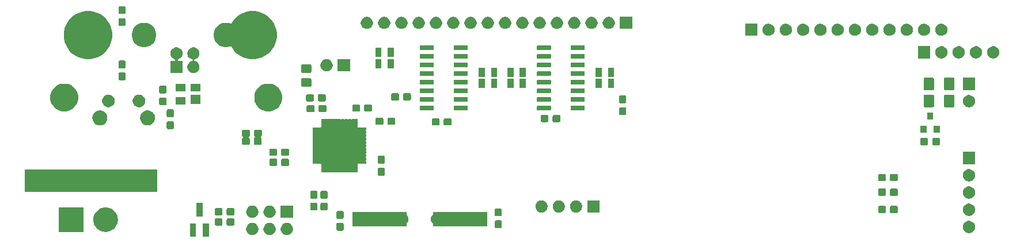
<source format=gts>
%TF.GenerationSoftware,KiCad,Pcbnew,5.1.5+dfsg1-2build2*%
%TF.CreationDate,2021-03-31T10:56:15+02:00*%
%TF.ProjectId,Model-M-USB-v3,4d6f6465-6c2d-44d2-9d55-53422d76332e,rev?*%
%TF.SameCoordinates,Original*%
%TF.FileFunction,Soldermask,Top*%
%TF.FilePolarity,Negative*%
%FSLAX46Y46*%
G04 Gerber Fmt 4.6, Leading zero omitted, Abs format (unit mm)*
G04 Created by KiCad (PCBNEW 5.1.5+dfsg1-2build2) date 2021-03-31 10:56:15*
%MOMM*%
%LPD*%
G04 APERTURE LIST*
%ADD10C,0.100000*%
G04 APERTURE END LIST*
D10*
G36*
X62600000Y-87800000D02*
G01*
X43200000Y-87800000D01*
X43200000Y-84600000D01*
X62600000Y-84600000D01*
X62600000Y-87800000D01*
G37*
X62600000Y-87800000D02*
X43200000Y-87800000D01*
X43200000Y-84600000D01*
X62600000Y-84600000D01*
X62600000Y-87800000D01*
G36*
X70281000Y-94541000D02*
G01*
X69379000Y-94541000D01*
X69379000Y-92539000D01*
X70281000Y-92539000D01*
X70281000Y-94541000D01*
G37*
G36*
X68381000Y-94541000D02*
G01*
X67479000Y-94541000D01*
X67479000Y-92539000D01*
X68381000Y-92539000D01*
X68381000Y-94541000D01*
G37*
G36*
X79313512Y-92483927D02*
G01*
X79462812Y-92513624D01*
X79626784Y-92581544D01*
X79774354Y-92680147D01*
X79899853Y-92805646D01*
X79998456Y-92953216D01*
X80066376Y-93117188D01*
X80101000Y-93291259D01*
X80101000Y-93468741D01*
X80066376Y-93642812D01*
X79998456Y-93806784D01*
X79899853Y-93954354D01*
X79774354Y-94079853D01*
X79626784Y-94178456D01*
X79462812Y-94246376D01*
X79313512Y-94276073D01*
X79288742Y-94281000D01*
X79111258Y-94281000D01*
X79086488Y-94276073D01*
X78937188Y-94246376D01*
X78773216Y-94178456D01*
X78625646Y-94079853D01*
X78500147Y-93954354D01*
X78401544Y-93806784D01*
X78333624Y-93642812D01*
X78299000Y-93468741D01*
X78299000Y-93291259D01*
X78333624Y-93117188D01*
X78401544Y-92953216D01*
X78500147Y-92805646D01*
X78625646Y-92680147D01*
X78773216Y-92581544D01*
X78937188Y-92513624D01*
X79086488Y-92483927D01*
X79111258Y-92479000D01*
X79288742Y-92479000D01*
X79313512Y-92483927D01*
G37*
G36*
X81853512Y-92483927D02*
G01*
X82002812Y-92513624D01*
X82166784Y-92581544D01*
X82314354Y-92680147D01*
X82439853Y-92805646D01*
X82538456Y-92953216D01*
X82606376Y-93117188D01*
X82641000Y-93291259D01*
X82641000Y-93468741D01*
X82606376Y-93642812D01*
X82538456Y-93806784D01*
X82439853Y-93954354D01*
X82314354Y-94079853D01*
X82166784Y-94178456D01*
X82002812Y-94246376D01*
X81853512Y-94276073D01*
X81828742Y-94281000D01*
X81651258Y-94281000D01*
X81626488Y-94276073D01*
X81477188Y-94246376D01*
X81313216Y-94178456D01*
X81165646Y-94079853D01*
X81040147Y-93954354D01*
X80941544Y-93806784D01*
X80873624Y-93642812D01*
X80839000Y-93468741D01*
X80839000Y-93291259D01*
X80873624Y-93117188D01*
X80941544Y-92953216D01*
X81040147Y-92805646D01*
X81165646Y-92680147D01*
X81313216Y-92581544D01*
X81477188Y-92513624D01*
X81626488Y-92483927D01*
X81651258Y-92479000D01*
X81828742Y-92479000D01*
X81853512Y-92483927D01*
G37*
G36*
X76773512Y-92483927D02*
G01*
X76922812Y-92513624D01*
X77086784Y-92581544D01*
X77234354Y-92680147D01*
X77359853Y-92805646D01*
X77458456Y-92953216D01*
X77526376Y-93117188D01*
X77561000Y-93291259D01*
X77561000Y-93468741D01*
X77526376Y-93642812D01*
X77458456Y-93806784D01*
X77359853Y-93954354D01*
X77234354Y-94079853D01*
X77086784Y-94178456D01*
X76922812Y-94246376D01*
X76773512Y-94276073D01*
X76748742Y-94281000D01*
X76571258Y-94281000D01*
X76546488Y-94276073D01*
X76397188Y-94246376D01*
X76233216Y-94178456D01*
X76085646Y-94079853D01*
X75960147Y-93954354D01*
X75861544Y-93806784D01*
X75793624Y-93642812D01*
X75759000Y-93468741D01*
X75759000Y-93291259D01*
X75793624Y-93117188D01*
X75861544Y-92953216D01*
X75960147Y-92805646D01*
X76085646Y-92680147D01*
X76233216Y-92581544D01*
X76397188Y-92513624D01*
X76546488Y-92483927D01*
X76571258Y-92479000D01*
X76748742Y-92479000D01*
X76773512Y-92483927D01*
G37*
G36*
X182113512Y-92183927D02*
G01*
X182262812Y-92213624D01*
X182426784Y-92281544D01*
X182574354Y-92380147D01*
X182699853Y-92505646D01*
X182798456Y-92653216D01*
X182866376Y-92817188D01*
X182901000Y-92991259D01*
X182901000Y-93168741D01*
X182866376Y-93342812D01*
X182798456Y-93506784D01*
X182699853Y-93654354D01*
X182574354Y-93779853D01*
X182426784Y-93878456D01*
X182262812Y-93946376D01*
X182113512Y-93976073D01*
X182088742Y-93981000D01*
X181911258Y-93981000D01*
X181886488Y-93976073D01*
X181737188Y-93946376D01*
X181573216Y-93878456D01*
X181425646Y-93779853D01*
X181300147Y-93654354D01*
X181201544Y-93506784D01*
X181133624Y-93342812D01*
X181099000Y-93168741D01*
X181099000Y-92991259D01*
X181133624Y-92817188D01*
X181201544Y-92653216D01*
X181300147Y-92505646D01*
X181425646Y-92380147D01*
X181573216Y-92281544D01*
X181737188Y-92213624D01*
X181886488Y-92183927D01*
X181911258Y-92179000D01*
X182088742Y-92179000D01*
X182113512Y-92183927D01*
G37*
G36*
X55306905Y-90208789D02*
G01*
X55605350Y-90268153D01*
X55933122Y-90403921D01*
X56228109Y-90601025D01*
X56478975Y-90851891D01*
X56676079Y-91146878D01*
X56811847Y-91474650D01*
X56859386Y-91713646D01*
X56881060Y-91822610D01*
X56881060Y-92177390D01*
X56873852Y-92213625D01*
X56811847Y-92525350D01*
X56676079Y-92853122D01*
X56478975Y-93148109D01*
X56228109Y-93398975D01*
X55933122Y-93596079D01*
X55605350Y-93731847D01*
X55306905Y-93791211D01*
X55257390Y-93801060D01*
X54902610Y-93801060D01*
X54853095Y-93791211D01*
X54554650Y-93731847D01*
X54226878Y-93596079D01*
X53931891Y-93398975D01*
X53681025Y-93148109D01*
X53483921Y-92853122D01*
X53348153Y-92525350D01*
X53286148Y-92213625D01*
X53278940Y-92177390D01*
X53278940Y-91822610D01*
X53300614Y-91713646D01*
X53348153Y-91474650D01*
X53483921Y-91146878D01*
X53681025Y-90851891D01*
X53931891Y-90601025D01*
X54226878Y-90403921D01*
X54554650Y-90268153D01*
X54853095Y-90208789D01*
X54902610Y-90198940D01*
X55257390Y-90198940D01*
X55306905Y-90208789D01*
G37*
G36*
X51801060Y-93801060D02*
G01*
X48198940Y-93801060D01*
X48198940Y-90198940D01*
X51801060Y-90198940D01*
X51801060Y-93801060D01*
G37*
G36*
X89914499Y-92478445D02*
G01*
X89951995Y-92489820D01*
X89986554Y-92508292D01*
X90016847Y-92533153D01*
X90041708Y-92563446D01*
X90060180Y-92598005D01*
X90071555Y-92635501D01*
X90076000Y-92680638D01*
X90076000Y-93419362D01*
X90071555Y-93464499D01*
X90060180Y-93501995D01*
X90041708Y-93536554D01*
X90016847Y-93566847D01*
X89986554Y-93591708D01*
X89951995Y-93610180D01*
X89914499Y-93621555D01*
X89869362Y-93626000D01*
X89230638Y-93626000D01*
X89185501Y-93621555D01*
X89148005Y-93610180D01*
X89113446Y-93591708D01*
X89083153Y-93566847D01*
X89058292Y-93536554D01*
X89039820Y-93501995D01*
X89028445Y-93464499D01*
X89024000Y-93419362D01*
X89024000Y-92680638D01*
X89028445Y-92635501D01*
X89039820Y-92598005D01*
X89058292Y-92563446D01*
X89083153Y-92533153D01*
X89113446Y-92508292D01*
X89148005Y-92489820D01*
X89185501Y-92478445D01*
X89230638Y-92474000D01*
X89869362Y-92474000D01*
X89914499Y-92478445D01*
G37*
G36*
X113189499Y-92103445D02*
G01*
X113226995Y-92114820D01*
X113261554Y-92133292D01*
X113291847Y-92158153D01*
X113316708Y-92188446D01*
X113335180Y-92223005D01*
X113346555Y-92260501D01*
X113351000Y-92305638D01*
X113351000Y-93044362D01*
X113346555Y-93089499D01*
X113335180Y-93126995D01*
X113316708Y-93161554D01*
X113291847Y-93191847D01*
X113261554Y-93216708D01*
X113226995Y-93235180D01*
X113189499Y-93246555D01*
X113144362Y-93251000D01*
X112505638Y-93251000D01*
X112460501Y-93246555D01*
X112423005Y-93235180D01*
X112388446Y-93216708D01*
X112358153Y-93191847D01*
X112333292Y-93161554D01*
X112314820Y-93126995D01*
X112303445Y-93089499D01*
X112299000Y-93044362D01*
X112299000Y-92305638D01*
X112303445Y-92260501D01*
X112314820Y-92223005D01*
X112333292Y-92188446D01*
X112358153Y-92158153D01*
X112388446Y-92133292D01*
X112423005Y-92114820D01*
X112460501Y-92103445D01*
X112505638Y-92099000D01*
X113144362Y-92099000D01*
X113189499Y-92103445D01*
G37*
G36*
X99351000Y-91246438D02*
G01*
X99353402Y-91270824D01*
X99360515Y-91294273D01*
X99372066Y-91315884D01*
X99387606Y-91334820D01*
X99442178Y-91389392D01*
X99506181Y-91485180D01*
X99529838Y-91520586D01*
X99590219Y-91666358D01*
X99621000Y-91821107D01*
X99621000Y-91978893D01*
X99590219Y-92133642D01*
X99553203Y-92223005D01*
X99529837Y-92279416D01*
X99442178Y-92410608D01*
X99387606Y-92465180D01*
X99372066Y-92484116D01*
X99360515Y-92505727D01*
X99353402Y-92529176D01*
X99351000Y-92553562D01*
X99351000Y-92951000D01*
X91374000Y-92951000D01*
X91374000Y-90849000D01*
X99351000Y-90849000D01*
X99351000Y-91246438D01*
G37*
G36*
X111226000Y-92951000D02*
G01*
X103249000Y-92951000D01*
X103249000Y-92628820D01*
X103246598Y-92604434D01*
X103239485Y-92580985D01*
X103227934Y-92559374D01*
X103212389Y-92540432D01*
X103193450Y-92524889D01*
X103189392Y-92522178D01*
X103077822Y-92410608D01*
X102990163Y-92279416D01*
X102966797Y-92223005D01*
X102929781Y-92133642D01*
X102899000Y-91978893D01*
X102899000Y-91821107D01*
X102929781Y-91666358D01*
X102990162Y-91520586D01*
X103013819Y-91485180D01*
X103077822Y-91389392D01*
X103189392Y-91277822D01*
X103193450Y-91275111D01*
X103212389Y-91259567D01*
X103227934Y-91240625D01*
X103239485Y-91219015D01*
X103246598Y-91195566D01*
X103249000Y-91171180D01*
X103249000Y-90849000D01*
X111226000Y-90849000D01*
X111226000Y-92951000D01*
G37*
G36*
X73869499Y-91818445D02*
G01*
X73906995Y-91829820D01*
X73941554Y-91848292D01*
X73971847Y-91873153D01*
X73996708Y-91903446D01*
X74015180Y-91938005D01*
X74026555Y-91975501D01*
X74031000Y-92020638D01*
X74031000Y-92659362D01*
X74026555Y-92704499D01*
X74015180Y-92741995D01*
X73996708Y-92776554D01*
X73971847Y-92806847D01*
X73941554Y-92831708D01*
X73906995Y-92850180D01*
X73869499Y-92861555D01*
X73824362Y-92866000D01*
X73085638Y-92866000D01*
X73040501Y-92861555D01*
X73003005Y-92850180D01*
X72968446Y-92831708D01*
X72938153Y-92806847D01*
X72913292Y-92776554D01*
X72894820Y-92741995D01*
X72883445Y-92704499D01*
X72879000Y-92659362D01*
X72879000Y-92020638D01*
X72883445Y-91975501D01*
X72894820Y-91938005D01*
X72913292Y-91903446D01*
X72938153Y-91873153D01*
X72968446Y-91848292D01*
X73003005Y-91829820D01*
X73040501Y-91818445D01*
X73085638Y-91814000D01*
X73824362Y-91814000D01*
X73869499Y-91818445D01*
G37*
G36*
X72119499Y-91818445D02*
G01*
X72156995Y-91829820D01*
X72191554Y-91848292D01*
X72221847Y-91873153D01*
X72246708Y-91903446D01*
X72265180Y-91938005D01*
X72276555Y-91975501D01*
X72281000Y-92020638D01*
X72281000Y-92659362D01*
X72276555Y-92704499D01*
X72265180Y-92741995D01*
X72246708Y-92776554D01*
X72221847Y-92806847D01*
X72191554Y-92831708D01*
X72156995Y-92850180D01*
X72119499Y-92861555D01*
X72074362Y-92866000D01*
X71335638Y-92866000D01*
X71290501Y-92861555D01*
X71253005Y-92850180D01*
X71218446Y-92831708D01*
X71188153Y-92806847D01*
X71163292Y-92776554D01*
X71144820Y-92741995D01*
X71133445Y-92704499D01*
X71129000Y-92659362D01*
X71129000Y-92020638D01*
X71133445Y-91975501D01*
X71144820Y-91938005D01*
X71163292Y-91903446D01*
X71188153Y-91873153D01*
X71218446Y-91848292D01*
X71253005Y-91829820D01*
X71290501Y-91818445D01*
X71335638Y-91814000D01*
X72074362Y-91814000D01*
X72119499Y-91818445D01*
G37*
G36*
X89914499Y-90728445D02*
G01*
X89951995Y-90739820D01*
X89986554Y-90758292D01*
X90016847Y-90783153D01*
X90041708Y-90813446D01*
X90060180Y-90848005D01*
X90071555Y-90885501D01*
X90076000Y-90930638D01*
X90076000Y-91669362D01*
X90071555Y-91714499D01*
X90060180Y-91751995D01*
X90041708Y-91786554D01*
X90016847Y-91816847D01*
X89986554Y-91841708D01*
X89951995Y-91860180D01*
X89914499Y-91871555D01*
X89869362Y-91876000D01*
X89230638Y-91876000D01*
X89185501Y-91871555D01*
X89148005Y-91860180D01*
X89113446Y-91841708D01*
X89083153Y-91816847D01*
X89058292Y-91786554D01*
X89039820Y-91751995D01*
X89028445Y-91714499D01*
X89024000Y-91669362D01*
X89024000Y-90930638D01*
X89028445Y-90885501D01*
X89039820Y-90848005D01*
X89058292Y-90813446D01*
X89083153Y-90783153D01*
X89113446Y-90758292D01*
X89148005Y-90739820D01*
X89185501Y-90728445D01*
X89230638Y-90724000D01*
X89869362Y-90724000D01*
X89914499Y-90728445D01*
G37*
G36*
X76773512Y-89943927D02*
G01*
X76922812Y-89973624D01*
X77086784Y-90041544D01*
X77234354Y-90140147D01*
X77359853Y-90265646D01*
X77458456Y-90413216D01*
X77526376Y-90577188D01*
X77555578Y-90724000D01*
X77560721Y-90749853D01*
X77561000Y-90751259D01*
X77561000Y-90928741D01*
X77526376Y-91102812D01*
X77458456Y-91266784D01*
X77359853Y-91414354D01*
X77234354Y-91539853D01*
X77086784Y-91638456D01*
X76922812Y-91706376D01*
X76773512Y-91736073D01*
X76748742Y-91741000D01*
X76571258Y-91741000D01*
X76546488Y-91736073D01*
X76397188Y-91706376D01*
X76233216Y-91638456D01*
X76085646Y-91539853D01*
X75960147Y-91414354D01*
X75861544Y-91266784D01*
X75793624Y-91102812D01*
X75759000Y-90928741D01*
X75759000Y-90751259D01*
X75759280Y-90749853D01*
X75764422Y-90724000D01*
X75793624Y-90577188D01*
X75861544Y-90413216D01*
X75960147Y-90265646D01*
X76085646Y-90140147D01*
X76233216Y-90041544D01*
X76397188Y-89973624D01*
X76546488Y-89943927D01*
X76571258Y-89939000D01*
X76748742Y-89939000D01*
X76773512Y-89943927D01*
G37*
G36*
X79313512Y-89943927D02*
G01*
X79462812Y-89973624D01*
X79626784Y-90041544D01*
X79774354Y-90140147D01*
X79899853Y-90265646D01*
X79998456Y-90413216D01*
X80066376Y-90577188D01*
X80095578Y-90724000D01*
X80100721Y-90749853D01*
X80101000Y-90751259D01*
X80101000Y-90928741D01*
X80066376Y-91102812D01*
X79998456Y-91266784D01*
X79899853Y-91414354D01*
X79774354Y-91539853D01*
X79626784Y-91638456D01*
X79462812Y-91706376D01*
X79313512Y-91736073D01*
X79288742Y-91741000D01*
X79111258Y-91741000D01*
X79086488Y-91736073D01*
X78937188Y-91706376D01*
X78773216Y-91638456D01*
X78625646Y-91539853D01*
X78500147Y-91414354D01*
X78401544Y-91266784D01*
X78333624Y-91102812D01*
X78299000Y-90928741D01*
X78299000Y-90751259D01*
X78299280Y-90749853D01*
X78304422Y-90724000D01*
X78333624Y-90577188D01*
X78401544Y-90413216D01*
X78500147Y-90265646D01*
X78625646Y-90140147D01*
X78773216Y-90041544D01*
X78937188Y-89973624D01*
X79086488Y-89943927D01*
X79111258Y-89939000D01*
X79288742Y-89939000D01*
X79313512Y-89943927D01*
G37*
G36*
X82641000Y-91741000D02*
G01*
X80839000Y-91741000D01*
X80839000Y-89939000D01*
X82641000Y-89939000D01*
X82641000Y-91741000D01*
G37*
G36*
X69331000Y-91541000D02*
G01*
X68429000Y-91541000D01*
X68429000Y-89539000D01*
X69331000Y-89539000D01*
X69331000Y-91541000D01*
G37*
G36*
X113189499Y-90353445D02*
G01*
X113226995Y-90364820D01*
X113261554Y-90383292D01*
X113291847Y-90408153D01*
X113316708Y-90438446D01*
X113335180Y-90473005D01*
X113346555Y-90510501D01*
X113351000Y-90555638D01*
X113351000Y-91294362D01*
X113346555Y-91339499D01*
X113335180Y-91376995D01*
X113316708Y-91411554D01*
X113291847Y-91441847D01*
X113261554Y-91466708D01*
X113226995Y-91485180D01*
X113189499Y-91496555D01*
X113144362Y-91501000D01*
X112505638Y-91501000D01*
X112460501Y-91496555D01*
X112423005Y-91485180D01*
X112388446Y-91466708D01*
X112358153Y-91441847D01*
X112333292Y-91411554D01*
X112314820Y-91376995D01*
X112303445Y-91339499D01*
X112299000Y-91294362D01*
X112299000Y-90555638D01*
X112303445Y-90510501D01*
X112314820Y-90473005D01*
X112333292Y-90438446D01*
X112358153Y-90408153D01*
X112388446Y-90383292D01*
X112423005Y-90364820D01*
X112460501Y-90353445D01*
X112505638Y-90349000D01*
X113144362Y-90349000D01*
X113189499Y-90353445D01*
G37*
G36*
X182113512Y-89643927D02*
G01*
X182262812Y-89673624D01*
X182426784Y-89741544D01*
X182574354Y-89840147D01*
X182699853Y-89965646D01*
X182798456Y-90113216D01*
X182866376Y-90277188D01*
X182901000Y-90451259D01*
X182901000Y-90628741D01*
X182866376Y-90802812D01*
X182798456Y-90966784D01*
X182699853Y-91114354D01*
X182574354Y-91239853D01*
X182426784Y-91338456D01*
X182262812Y-91406376D01*
X182113512Y-91436073D01*
X182088742Y-91441000D01*
X181911258Y-91441000D01*
X181886488Y-91436073D01*
X181737188Y-91406376D01*
X181573216Y-91338456D01*
X181425646Y-91239853D01*
X181300147Y-91114354D01*
X181201544Y-90966784D01*
X181133624Y-90802812D01*
X181099000Y-90628741D01*
X181099000Y-90451259D01*
X181133624Y-90277188D01*
X181201544Y-90113216D01*
X181300147Y-89965646D01*
X181425646Y-89840147D01*
X181573216Y-89741544D01*
X181737188Y-89673624D01*
X181886488Y-89643927D01*
X181911258Y-89639000D01*
X182088742Y-89639000D01*
X182113512Y-89643927D01*
G37*
G36*
X73869499Y-90318445D02*
G01*
X73906995Y-90329820D01*
X73941554Y-90348292D01*
X73971847Y-90373153D01*
X73996708Y-90403446D01*
X74015180Y-90438005D01*
X74026555Y-90475501D01*
X74031000Y-90520638D01*
X74031000Y-91159362D01*
X74026555Y-91204499D01*
X74015180Y-91241995D01*
X73996708Y-91276554D01*
X73971847Y-91306847D01*
X73941554Y-91331708D01*
X73906995Y-91350180D01*
X73869499Y-91361555D01*
X73824362Y-91366000D01*
X73085638Y-91366000D01*
X73040501Y-91361555D01*
X73003005Y-91350180D01*
X72968446Y-91331708D01*
X72938153Y-91306847D01*
X72913292Y-91276554D01*
X72894820Y-91241995D01*
X72883445Y-91204499D01*
X72879000Y-91159362D01*
X72879000Y-90520638D01*
X72883445Y-90475501D01*
X72894820Y-90438005D01*
X72913292Y-90403446D01*
X72938153Y-90373153D01*
X72968446Y-90348292D01*
X73003005Y-90329820D01*
X73040501Y-90318445D01*
X73085638Y-90314000D01*
X73824362Y-90314000D01*
X73869499Y-90318445D01*
G37*
G36*
X72119499Y-90318445D02*
G01*
X72156995Y-90329820D01*
X72191554Y-90348292D01*
X72221847Y-90373153D01*
X72246708Y-90403446D01*
X72265180Y-90438005D01*
X72276555Y-90475501D01*
X72281000Y-90520638D01*
X72281000Y-91159362D01*
X72276555Y-91204499D01*
X72265180Y-91241995D01*
X72246708Y-91276554D01*
X72221847Y-91306847D01*
X72191554Y-91331708D01*
X72156995Y-91350180D01*
X72119499Y-91361555D01*
X72074362Y-91366000D01*
X71335638Y-91366000D01*
X71290501Y-91361555D01*
X71253005Y-91350180D01*
X71218446Y-91331708D01*
X71188153Y-91306847D01*
X71163292Y-91276554D01*
X71144820Y-91241995D01*
X71133445Y-91204499D01*
X71129000Y-91159362D01*
X71129000Y-90520638D01*
X71133445Y-90475501D01*
X71144820Y-90438005D01*
X71163292Y-90403446D01*
X71188153Y-90373153D01*
X71218446Y-90348292D01*
X71253005Y-90329820D01*
X71290501Y-90318445D01*
X71335638Y-90314000D01*
X72074362Y-90314000D01*
X72119499Y-90318445D01*
G37*
G36*
X169639499Y-89978445D02*
G01*
X169676995Y-89989820D01*
X169711554Y-90008292D01*
X169741847Y-90033153D01*
X169766708Y-90063446D01*
X169785180Y-90098005D01*
X169796555Y-90135501D01*
X169801000Y-90180638D01*
X169801000Y-90819362D01*
X169796555Y-90864499D01*
X169785180Y-90901995D01*
X169766708Y-90936554D01*
X169741847Y-90966847D01*
X169711554Y-90991708D01*
X169676995Y-91010180D01*
X169639499Y-91021555D01*
X169594362Y-91026000D01*
X168855638Y-91026000D01*
X168810501Y-91021555D01*
X168773005Y-91010180D01*
X168738446Y-90991708D01*
X168708153Y-90966847D01*
X168683292Y-90936554D01*
X168664820Y-90901995D01*
X168653445Y-90864499D01*
X168649000Y-90819362D01*
X168649000Y-90180638D01*
X168653445Y-90135501D01*
X168664820Y-90098005D01*
X168683292Y-90063446D01*
X168708153Y-90033153D01*
X168738446Y-90008292D01*
X168773005Y-89989820D01*
X168810501Y-89978445D01*
X168855638Y-89974000D01*
X169594362Y-89974000D01*
X169639499Y-89978445D01*
G37*
G36*
X171389499Y-89978445D02*
G01*
X171426995Y-89989820D01*
X171461554Y-90008292D01*
X171491847Y-90033153D01*
X171516708Y-90063446D01*
X171535180Y-90098005D01*
X171546555Y-90135501D01*
X171551000Y-90180638D01*
X171551000Y-90819362D01*
X171546555Y-90864499D01*
X171535180Y-90901995D01*
X171516708Y-90936554D01*
X171491847Y-90966847D01*
X171461554Y-90991708D01*
X171426995Y-91010180D01*
X171389499Y-91021555D01*
X171344362Y-91026000D01*
X170605638Y-91026000D01*
X170560501Y-91021555D01*
X170523005Y-91010180D01*
X170488446Y-90991708D01*
X170458153Y-90966847D01*
X170433292Y-90936554D01*
X170414820Y-90901995D01*
X170403445Y-90864499D01*
X170399000Y-90819362D01*
X170399000Y-90180638D01*
X170403445Y-90135501D01*
X170414820Y-90098005D01*
X170433292Y-90063446D01*
X170458153Y-90033153D01*
X170488446Y-90008292D01*
X170523005Y-89989820D01*
X170560501Y-89978445D01*
X170605638Y-89974000D01*
X171344362Y-89974000D01*
X171389499Y-89978445D01*
G37*
G36*
X121823512Y-89153927D02*
G01*
X121972812Y-89183624D01*
X122136784Y-89251544D01*
X122284354Y-89350147D01*
X122409853Y-89475646D01*
X122508456Y-89623216D01*
X122576376Y-89787188D01*
X122606073Y-89936488D01*
X122611000Y-89961258D01*
X122611000Y-90138742D01*
X122610720Y-90140148D01*
X122576376Y-90312812D01*
X122508456Y-90476784D01*
X122409853Y-90624354D01*
X122284354Y-90749853D01*
X122136784Y-90848456D01*
X121972812Y-90916376D01*
X121823512Y-90946073D01*
X121798742Y-90951000D01*
X121621258Y-90951000D01*
X121596488Y-90946073D01*
X121447188Y-90916376D01*
X121283216Y-90848456D01*
X121135646Y-90749853D01*
X121010147Y-90624354D01*
X120911544Y-90476784D01*
X120843624Y-90312812D01*
X120809280Y-90140148D01*
X120809000Y-90138742D01*
X120809000Y-89961258D01*
X120813927Y-89936488D01*
X120843624Y-89787188D01*
X120911544Y-89623216D01*
X121010147Y-89475646D01*
X121135646Y-89350147D01*
X121283216Y-89251544D01*
X121447188Y-89183624D01*
X121596488Y-89153927D01*
X121621258Y-89149000D01*
X121798742Y-89149000D01*
X121823512Y-89153927D01*
G37*
G36*
X124363512Y-89153927D02*
G01*
X124512812Y-89183624D01*
X124676784Y-89251544D01*
X124824354Y-89350147D01*
X124949853Y-89475646D01*
X125048456Y-89623216D01*
X125116376Y-89787188D01*
X125146073Y-89936488D01*
X125151000Y-89961258D01*
X125151000Y-90138742D01*
X125150720Y-90140148D01*
X125116376Y-90312812D01*
X125048456Y-90476784D01*
X124949853Y-90624354D01*
X124824354Y-90749853D01*
X124676784Y-90848456D01*
X124512812Y-90916376D01*
X124363512Y-90946073D01*
X124338742Y-90951000D01*
X124161258Y-90951000D01*
X124136488Y-90946073D01*
X123987188Y-90916376D01*
X123823216Y-90848456D01*
X123675646Y-90749853D01*
X123550147Y-90624354D01*
X123451544Y-90476784D01*
X123383624Y-90312812D01*
X123349280Y-90140148D01*
X123349000Y-90138742D01*
X123349000Y-89961258D01*
X123353927Y-89936488D01*
X123383624Y-89787188D01*
X123451544Y-89623216D01*
X123550147Y-89475646D01*
X123675646Y-89350147D01*
X123823216Y-89251544D01*
X123987188Y-89183624D01*
X124136488Y-89153927D01*
X124161258Y-89149000D01*
X124338742Y-89149000D01*
X124363512Y-89153927D01*
G37*
G36*
X127691000Y-90951000D02*
G01*
X125889000Y-90951000D01*
X125889000Y-89149000D01*
X127691000Y-89149000D01*
X127691000Y-90951000D01*
G37*
G36*
X119283512Y-89153927D02*
G01*
X119432812Y-89183624D01*
X119596784Y-89251544D01*
X119744354Y-89350147D01*
X119869853Y-89475646D01*
X119968456Y-89623216D01*
X120036376Y-89787188D01*
X120066073Y-89936488D01*
X120071000Y-89961258D01*
X120071000Y-90138742D01*
X120070720Y-90140148D01*
X120036376Y-90312812D01*
X119968456Y-90476784D01*
X119869853Y-90624354D01*
X119744354Y-90749853D01*
X119596784Y-90848456D01*
X119432812Y-90916376D01*
X119283512Y-90946073D01*
X119258742Y-90951000D01*
X119081258Y-90951000D01*
X119056488Y-90946073D01*
X118907188Y-90916376D01*
X118743216Y-90848456D01*
X118595646Y-90749853D01*
X118470147Y-90624354D01*
X118371544Y-90476784D01*
X118303624Y-90312812D01*
X118269280Y-90140148D01*
X118269000Y-90138742D01*
X118269000Y-89961258D01*
X118273927Y-89936488D01*
X118303624Y-89787188D01*
X118371544Y-89623216D01*
X118470147Y-89475646D01*
X118595646Y-89350147D01*
X118743216Y-89251544D01*
X118907188Y-89183624D01*
X119056488Y-89153927D01*
X119081258Y-89149000D01*
X119258742Y-89149000D01*
X119283512Y-89153927D01*
G37*
G36*
X87564499Y-89503445D02*
G01*
X87601995Y-89514820D01*
X87636554Y-89533292D01*
X87666847Y-89558153D01*
X87691708Y-89588446D01*
X87710180Y-89623005D01*
X87721555Y-89660501D01*
X87726000Y-89705638D01*
X87726000Y-90444362D01*
X87721555Y-90489499D01*
X87710180Y-90526995D01*
X87691708Y-90561554D01*
X87666847Y-90591847D01*
X87636554Y-90616708D01*
X87601995Y-90635180D01*
X87564499Y-90646555D01*
X87519362Y-90651000D01*
X86880638Y-90651000D01*
X86835501Y-90646555D01*
X86798005Y-90635180D01*
X86763446Y-90616708D01*
X86733153Y-90591847D01*
X86708292Y-90561554D01*
X86689820Y-90526995D01*
X86678445Y-90489499D01*
X86674000Y-90444362D01*
X86674000Y-89705638D01*
X86678445Y-89660501D01*
X86689820Y-89623005D01*
X86708292Y-89588446D01*
X86733153Y-89558153D01*
X86763446Y-89533292D01*
X86798005Y-89514820D01*
X86835501Y-89503445D01*
X86880638Y-89499000D01*
X87519362Y-89499000D01*
X87564499Y-89503445D01*
G37*
G36*
X86064499Y-89503445D02*
G01*
X86101995Y-89514820D01*
X86136554Y-89533292D01*
X86166847Y-89558153D01*
X86191708Y-89588446D01*
X86210180Y-89623005D01*
X86221555Y-89660501D01*
X86226000Y-89705638D01*
X86226000Y-90444362D01*
X86221555Y-90489499D01*
X86210180Y-90526995D01*
X86191708Y-90561554D01*
X86166847Y-90591847D01*
X86136554Y-90616708D01*
X86101995Y-90635180D01*
X86064499Y-90646555D01*
X86019362Y-90651000D01*
X85380638Y-90651000D01*
X85335501Y-90646555D01*
X85298005Y-90635180D01*
X85263446Y-90616708D01*
X85233153Y-90591847D01*
X85208292Y-90561554D01*
X85189820Y-90526995D01*
X85178445Y-90489499D01*
X85174000Y-90444362D01*
X85174000Y-89705638D01*
X85178445Y-89660501D01*
X85189820Y-89623005D01*
X85208292Y-89588446D01*
X85233153Y-89558153D01*
X85263446Y-89533292D01*
X85298005Y-89514820D01*
X85335501Y-89503445D01*
X85380638Y-89499000D01*
X86019362Y-89499000D01*
X86064499Y-89503445D01*
G37*
G36*
X87564499Y-87753445D02*
G01*
X87601995Y-87764820D01*
X87636554Y-87783292D01*
X87666847Y-87808153D01*
X87691708Y-87838446D01*
X87710180Y-87873005D01*
X87721555Y-87910501D01*
X87726000Y-87955638D01*
X87726000Y-88694362D01*
X87721555Y-88739499D01*
X87710180Y-88776995D01*
X87691708Y-88811554D01*
X87666847Y-88841847D01*
X87636554Y-88866708D01*
X87601995Y-88885180D01*
X87564499Y-88896555D01*
X87519362Y-88901000D01*
X86880638Y-88901000D01*
X86835501Y-88896555D01*
X86798005Y-88885180D01*
X86763446Y-88866708D01*
X86733153Y-88841847D01*
X86708292Y-88811554D01*
X86689820Y-88776995D01*
X86678445Y-88739499D01*
X86674000Y-88694362D01*
X86674000Y-87955638D01*
X86678445Y-87910501D01*
X86689820Y-87873005D01*
X86708292Y-87838446D01*
X86733153Y-87808153D01*
X86763446Y-87783292D01*
X86798005Y-87764820D01*
X86835501Y-87753445D01*
X86880638Y-87749000D01*
X87519362Y-87749000D01*
X87564499Y-87753445D01*
G37*
G36*
X86064499Y-87753445D02*
G01*
X86101995Y-87764820D01*
X86136554Y-87783292D01*
X86166847Y-87808153D01*
X86191708Y-87838446D01*
X86210180Y-87873005D01*
X86221555Y-87910501D01*
X86226000Y-87955638D01*
X86226000Y-88694362D01*
X86221555Y-88739499D01*
X86210180Y-88776995D01*
X86191708Y-88811554D01*
X86166847Y-88841847D01*
X86136554Y-88866708D01*
X86101995Y-88885180D01*
X86064499Y-88896555D01*
X86019362Y-88901000D01*
X85380638Y-88901000D01*
X85335501Y-88896555D01*
X85298005Y-88885180D01*
X85263446Y-88866708D01*
X85233153Y-88841847D01*
X85208292Y-88811554D01*
X85189820Y-88776995D01*
X85178445Y-88739499D01*
X85174000Y-88694362D01*
X85174000Y-87955638D01*
X85178445Y-87910501D01*
X85189820Y-87873005D01*
X85208292Y-87838446D01*
X85233153Y-87808153D01*
X85263446Y-87783292D01*
X85298005Y-87764820D01*
X85335501Y-87753445D01*
X85380638Y-87749000D01*
X86019362Y-87749000D01*
X86064499Y-87753445D01*
G37*
G36*
X182113512Y-87103927D02*
G01*
X182262812Y-87133624D01*
X182426784Y-87201544D01*
X182574354Y-87300147D01*
X182699853Y-87425646D01*
X182798456Y-87573216D01*
X182866376Y-87737188D01*
X182901000Y-87911259D01*
X182901000Y-88088741D01*
X182866376Y-88262812D01*
X182798456Y-88426784D01*
X182699853Y-88574354D01*
X182574354Y-88699853D01*
X182426784Y-88798456D01*
X182262812Y-88866376D01*
X182114145Y-88895947D01*
X182088742Y-88901000D01*
X181911258Y-88901000D01*
X181885855Y-88895947D01*
X181737188Y-88866376D01*
X181573216Y-88798456D01*
X181425646Y-88699853D01*
X181300147Y-88574354D01*
X181201544Y-88426784D01*
X181133624Y-88262812D01*
X181099000Y-88088741D01*
X181099000Y-87911259D01*
X181133624Y-87737188D01*
X181201544Y-87573216D01*
X181300147Y-87425646D01*
X181425646Y-87300147D01*
X181573216Y-87201544D01*
X181737188Y-87133624D01*
X181886488Y-87103927D01*
X181911258Y-87099000D01*
X182088742Y-87099000D01*
X182113512Y-87103927D01*
G37*
G36*
X169639499Y-87428445D02*
G01*
X169676995Y-87439820D01*
X169711554Y-87458292D01*
X169741847Y-87483153D01*
X169766708Y-87513446D01*
X169785180Y-87548005D01*
X169796555Y-87585501D01*
X169801000Y-87630638D01*
X169801000Y-88269362D01*
X169796555Y-88314499D01*
X169785180Y-88351995D01*
X169766708Y-88386554D01*
X169741847Y-88416847D01*
X169711554Y-88441708D01*
X169676995Y-88460180D01*
X169639499Y-88471555D01*
X169594362Y-88476000D01*
X168855638Y-88476000D01*
X168810501Y-88471555D01*
X168773005Y-88460180D01*
X168738446Y-88441708D01*
X168708153Y-88416847D01*
X168683292Y-88386554D01*
X168664820Y-88351995D01*
X168653445Y-88314499D01*
X168649000Y-88269362D01*
X168649000Y-87630638D01*
X168653445Y-87585501D01*
X168664820Y-87548005D01*
X168683292Y-87513446D01*
X168708153Y-87483153D01*
X168738446Y-87458292D01*
X168773005Y-87439820D01*
X168810501Y-87428445D01*
X168855638Y-87424000D01*
X169594362Y-87424000D01*
X169639499Y-87428445D01*
G37*
G36*
X171389499Y-87428445D02*
G01*
X171426995Y-87439820D01*
X171461554Y-87458292D01*
X171491847Y-87483153D01*
X171516708Y-87513446D01*
X171535180Y-87548005D01*
X171546555Y-87585501D01*
X171551000Y-87630638D01*
X171551000Y-88269362D01*
X171546555Y-88314499D01*
X171535180Y-88351995D01*
X171516708Y-88386554D01*
X171491847Y-88416847D01*
X171461554Y-88441708D01*
X171426995Y-88460180D01*
X171389499Y-88471555D01*
X171344362Y-88476000D01*
X170605638Y-88476000D01*
X170560501Y-88471555D01*
X170523005Y-88460180D01*
X170488446Y-88441708D01*
X170458153Y-88416847D01*
X170433292Y-88386554D01*
X170414820Y-88351995D01*
X170403445Y-88314499D01*
X170399000Y-88269362D01*
X170399000Y-87630638D01*
X170403445Y-87585501D01*
X170414820Y-87548005D01*
X170433292Y-87513446D01*
X170458153Y-87483153D01*
X170488446Y-87458292D01*
X170523005Y-87439820D01*
X170560501Y-87428445D01*
X170605638Y-87424000D01*
X171344362Y-87424000D01*
X171389499Y-87428445D01*
G37*
G36*
X182113512Y-84563927D02*
G01*
X182262812Y-84593624D01*
X182426784Y-84661544D01*
X182574354Y-84760147D01*
X182699853Y-84885646D01*
X182798456Y-85033216D01*
X182866376Y-85197188D01*
X182901000Y-85371259D01*
X182901000Y-85548741D01*
X182866376Y-85722812D01*
X182798456Y-85886784D01*
X182699853Y-86034354D01*
X182574354Y-86159853D01*
X182426784Y-86258456D01*
X182262812Y-86326376D01*
X182113512Y-86356073D01*
X182088742Y-86361000D01*
X181911258Y-86361000D01*
X181886488Y-86356073D01*
X181737188Y-86326376D01*
X181573216Y-86258456D01*
X181425646Y-86159853D01*
X181300147Y-86034354D01*
X181201544Y-85886784D01*
X181133624Y-85722812D01*
X181099000Y-85548741D01*
X181099000Y-85371259D01*
X181133624Y-85197188D01*
X181201544Y-85033216D01*
X181300147Y-84885646D01*
X181425646Y-84760147D01*
X181573216Y-84661544D01*
X181737188Y-84593624D01*
X181886488Y-84563927D01*
X181911258Y-84559000D01*
X182088742Y-84559000D01*
X182113512Y-84563927D01*
G37*
G36*
X169639499Y-85278445D02*
G01*
X169676995Y-85289820D01*
X169711554Y-85308292D01*
X169741847Y-85333153D01*
X169766708Y-85363446D01*
X169785180Y-85398005D01*
X169796555Y-85435501D01*
X169801000Y-85480638D01*
X169801000Y-86119362D01*
X169796555Y-86164499D01*
X169785180Y-86201995D01*
X169766708Y-86236554D01*
X169741847Y-86266847D01*
X169711554Y-86291708D01*
X169676995Y-86310180D01*
X169639499Y-86321555D01*
X169594362Y-86326000D01*
X168855638Y-86326000D01*
X168810501Y-86321555D01*
X168773005Y-86310180D01*
X168738446Y-86291708D01*
X168708153Y-86266847D01*
X168683292Y-86236554D01*
X168664820Y-86201995D01*
X168653445Y-86164499D01*
X168649000Y-86119362D01*
X168649000Y-85480638D01*
X168653445Y-85435501D01*
X168664820Y-85398005D01*
X168683292Y-85363446D01*
X168708153Y-85333153D01*
X168738446Y-85308292D01*
X168773005Y-85289820D01*
X168810501Y-85278445D01*
X168855638Y-85274000D01*
X169594362Y-85274000D01*
X169639499Y-85278445D01*
G37*
G36*
X171389499Y-85278445D02*
G01*
X171426995Y-85289820D01*
X171461554Y-85308292D01*
X171491847Y-85333153D01*
X171516708Y-85363446D01*
X171535180Y-85398005D01*
X171546555Y-85435501D01*
X171551000Y-85480638D01*
X171551000Y-86119362D01*
X171546555Y-86164499D01*
X171535180Y-86201995D01*
X171516708Y-86236554D01*
X171491847Y-86266847D01*
X171461554Y-86291708D01*
X171426995Y-86310180D01*
X171389499Y-86321555D01*
X171344362Y-86326000D01*
X170605638Y-86326000D01*
X170560501Y-86321555D01*
X170523005Y-86310180D01*
X170488446Y-86291708D01*
X170458153Y-86266847D01*
X170433292Y-86236554D01*
X170414820Y-86201995D01*
X170403445Y-86164499D01*
X170399000Y-86119362D01*
X170399000Y-85480638D01*
X170403445Y-85435501D01*
X170414820Y-85398005D01*
X170433292Y-85363446D01*
X170458153Y-85333153D01*
X170488446Y-85308292D01*
X170523005Y-85289820D01*
X170560501Y-85278445D01*
X170605638Y-85274000D01*
X171344362Y-85274000D01*
X171389499Y-85278445D01*
G37*
G36*
X95964499Y-84353445D02*
G01*
X96001995Y-84364820D01*
X96036554Y-84383292D01*
X96066847Y-84408153D01*
X96091708Y-84438446D01*
X96110180Y-84473005D01*
X96121555Y-84510501D01*
X96126000Y-84555638D01*
X96126000Y-85294362D01*
X96121555Y-85339499D01*
X96110180Y-85376995D01*
X96091708Y-85411554D01*
X96066847Y-85441847D01*
X96036554Y-85466708D01*
X96001995Y-85485180D01*
X95964499Y-85496555D01*
X95919362Y-85501000D01*
X95280638Y-85501000D01*
X95235501Y-85496555D01*
X95198005Y-85485180D01*
X95163446Y-85466708D01*
X95133153Y-85441847D01*
X95108292Y-85411554D01*
X95089820Y-85376995D01*
X95078445Y-85339499D01*
X95074000Y-85294362D01*
X95074000Y-84555638D01*
X95078445Y-84510501D01*
X95089820Y-84473005D01*
X95108292Y-84438446D01*
X95133153Y-84408153D01*
X95163446Y-84383292D01*
X95198005Y-84364820D01*
X95235501Y-84353445D01*
X95280638Y-84349000D01*
X95919362Y-84349000D01*
X95964499Y-84353445D01*
G37*
G36*
X87105355Y-77175083D02*
G01*
X87110029Y-77176501D01*
X87114330Y-77178800D01*
X87120702Y-77184029D01*
X87141076Y-77197643D01*
X87163715Y-77207020D01*
X87187749Y-77211800D01*
X87212253Y-77211800D01*
X87236286Y-77207019D01*
X87258925Y-77197642D01*
X87279298Y-77184029D01*
X87285670Y-77178800D01*
X87289971Y-77176501D01*
X87294645Y-77175083D01*
X87305641Y-77174000D01*
X87594359Y-77174000D01*
X87605355Y-77175083D01*
X87610029Y-77176501D01*
X87614330Y-77178800D01*
X87620702Y-77184029D01*
X87641076Y-77197643D01*
X87663715Y-77207020D01*
X87687749Y-77211800D01*
X87712253Y-77211800D01*
X87736286Y-77207019D01*
X87758925Y-77197642D01*
X87779298Y-77184029D01*
X87785670Y-77178800D01*
X87789971Y-77176501D01*
X87794645Y-77175083D01*
X87805641Y-77174000D01*
X88094359Y-77174000D01*
X88105355Y-77175083D01*
X88110029Y-77176501D01*
X88114330Y-77178800D01*
X88120702Y-77184029D01*
X88141076Y-77197643D01*
X88163715Y-77207020D01*
X88187749Y-77211800D01*
X88212253Y-77211800D01*
X88236286Y-77207019D01*
X88258925Y-77197642D01*
X88279298Y-77184029D01*
X88285670Y-77178800D01*
X88289971Y-77176501D01*
X88294645Y-77175083D01*
X88305641Y-77174000D01*
X88594359Y-77174000D01*
X88605355Y-77175083D01*
X88610029Y-77176501D01*
X88614330Y-77178800D01*
X88620702Y-77184029D01*
X88641076Y-77197643D01*
X88663715Y-77207020D01*
X88687749Y-77211800D01*
X88712253Y-77211800D01*
X88736286Y-77207019D01*
X88758925Y-77197642D01*
X88779298Y-77184029D01*
X88785670Y-77178800D01*
X88789971Y-77176501D01*
X88794645Y-77175083D01*
X88805641Y-77174000D01*
X89094359Y-77174000D01*
X89105355Y-77175083D01*
X89110029Y-77176501D01*
X89114330Y-77178800D01*
X89120702Y-77184029D01*
X89141076Y-77197643D01*
X89163715Y-77207020D01*
X89187749Y-77211800D01*
X89212253Y-77211800D01*
X89236286Y-77207019D01*
X89258925Y-77197642D01*
X89279298Y-77184029D01*
X89285670Y-77178800D01*
X89289971Y-77176501D01*
X89294645Y-77175083D01*
X89305641Y-77174000D01*
X89594359Y-77174000D01*
X89605355Y-77175083D01*
X89610029Y-77176501D01*
X89614330Y-77178800D01*
X89620702Y-77184029D01*
X89641076Y-77197643D01*
X89663715Y-77207020D01*
X89687749Y-77211800D01*
X89712253Y-77211800D01*
X89736286Y-77207019D01*
X89758925Y-77197642D01*
X89779298Y-77184029D01*
X89785670Y-77178800D01*
X89789971Y-77176501D01*
X89794645Y-77175083D01*
X89805641Y-77174000D01*
X90094359Y-77174000D01*
X90105355Y-77175083D01*
X90110029Y-77176501D01*
X90114330Y-77178800D01*
X90120702Y-77184029D01*
X90141076Y-77197643D01*
X90163715Y-77207020D01*
X90187749Y-77211800D01*
X90212253Y-77211800D01*
X90236286Y-77207019D01*
X90258925Y-77197642D01*
X90279298Y-77184029D01*
X90285670Y-77178800D01*
X90289971Y-77176501D01*
X90294645Y-77175083D01*
X90305641Y-77174000D01*
X90594359Y-77174000D01*
X90605355Y-77175083D01*
X90610029Y-77176501D01*
X90614330Y-77178800D01*
X90620702Y-77184029D01*
X90641076Y-77197643D01*
X90663715Y-77207020D01*
X90687749Y-77211800D01*
X90712253Y-77211800D01*
X90736286Y-77207019D01*
X90758925Y-77197642D01*
X90779298Y-77184029D01*
X90785670Y-77178800D01*
X90789971Y-77176501D01*
X90794645Y-77175083D01*
X90805641Y-77174000D01*
X91094359Y-77174000D01*
X91105355Y-77175083D01*
X91110029Y-77176501D01*
X91114330Y-77178800D01*
X91120702Y-77184029D01*
X91141076Y-77197643D01*
X91163715Y-77207020D01*
X91187749Y-77211800D01*
X91212253Y-77211800D01*
X91236286Y-77207019D01*
X91258925Y-77197642D01*
X91279298Y-77184029D01*
X91285670Y-77178800D01*
X91289971Y-77176501D01*
X91294645Y-77175083D01*
X91305641Y-77174000D01*
X91594359Y-77174000D01*
X91605355Y-77175083D01*
X91610029Y-77176501D01*
X91614330Y-77178800D01*
X91620702Y-77184029D01*
X91641076Y-77197643D01*
X91663715Y-77207020D01*
X91687749Y-77211800D01*
X91712253Y-77211800D01*
X91736286Y-77207019D01*
X91758925Y-77197642D01*
X91779298Y-77184029D01*
X91785670Y-77178800D01*
X91789971Y-77176501D01*
X91794645Y-77175083D01*
X91805641Y-77174000D01*
X92094359Y-77174000D01*
X92105355Y-77175083D01*
X92110029Y-77176501D01*
X92114331Y-77178800D01*
X92118104Y-77181896D01*
X92121200Y-77185669D01*
X92123499Y-77189971D01*
X92124917Y-77194645D01*
X92126000Y-77205641D01*
X92126000Y-78299001D01*
X92128402Y-78323387D01*
X92135515Y-78346836D01*
X92147066Y-78368447D01*
X92162611Y-78387389D01*
X92181553Y-78402934D01*
X92203164Y-78414485D01*
X92226613Y-78421598D01*
X92250999Y-78424000D01*
X93344359Y-78424000D01*
X93355355Y-78425083D01*
X93360029Y-78426501D01*
X93364331Y-78428800D01*
X93368104Y-78431896D01*
X93371200Y-78435669D01*
X93373499Y-78439971D01*
X93374917Y-78444645D01*
X93376000Y-78455641D01*
X93376000Y-78744359D01*
X93374917Y-78755355D01*
X93373499Y-78760029D01*
X93371200Y-78764330D01*
X93365971Y-78770702D01*
X93352357Y-78791076D01*
X93342980Y-78813715D01*
X93338200Y-78837749D01*
X93338200Y-78862253D01*
X93342981Y-78886286D01*
X93352358Y-78908925D01*
X93365971Y-78929298D01*
X93371200Y-78935670D01*
X93373499Y-78939971D01*
X93374917Y-78944645D01*
X93376000Y-78955641D01*
X93376000Y-79244359D01*
X93374917Y-79255355D01*
X93373499Y-79260029D01*
X93371200Y-79264330D01*
X93365971Y-79270702D01*
X93352357Y-79291076D01*
X93342980Y-79313715D01*
X93338200Y-79337749D01*
X93338200Y-79362253D01*
X93342981Y-79386286D01*
X93352358Y-79408925D01*
X93365971Y-79429298D01*
X93371200Y-79435670D01*
X93373499Y-79439971D01*
X93374917Y-79444645D01*
X93376000Y-79455641D01*
X93376000Y-79744359D01*
X93374917Y-79755355D01*
X93373499Y-79760029D01*
X93371200Y-79764330D01*
X93365971Y-79770702D01*
X93352357Y-79791076D01*
X93342980Y-79813715D01*
X93338200Y-79837749D01*
X93338200Y-79862253D01*
X93342981Y-79886286D01*
X93352358Y-79908925D01*
X93365971Y-79929298D01*
X93371200Y-79935670D01*
X93373499Y-79939971D01*
X93374917Y-79944645D01*
X93376000Y-79955641D01*
X93376000Y-80244359D01*
X93374917Y-80255355D01*
X93373499Y-80260029D01*
X93371200Y-80264330D01*
X93365971Y-80270702D01*
X93352357Y-80291076D01*
X93342980Y-80313715D01*
X93338200Y-80337749D01*
X93338200Y-80362253D01*
X93342981Y-80386286D01*
X93352358Y-80408925D01*
X93365971Y-80429298D01*
X93371200Y-80435670D01*
X93373499Y-80439971D01*
X93374917Y-80444645D01*
X93376000Y-80455641D01*
X93376000Y-80744359D01*
X93374917Y-80755355D01*
X93373499Y-80760029D01*
X93371200Y-80764330D01*
X93365971Y-80770702D01*
X93352357Y-80791076D01*
X93342980Y-80813715D01*
X93338200Y-80837749D01*
X93338200Y-80862253D01*
X93342981Y-80886286D01*
X93352358Y-80908925D01*
X93365971Y-80929298D01*
X93371200Y-80935670D01*
X93373499Y-80939971D01*
X93374917Y-80944645D01*
X93376000Y-80955641D01*
X93376000Y-81244359D01*
X93374917Y-81255355D01*
X93373499Y-81260029D01*
X93371200Y-81264330D01*
X93365971Y-81270702D01*
X93352357Y-81291076D01*
X93342980Y-81313715D01*
X93338200Y-81337749D01*
X93338200Y-81362253D01*
X93342981Y-81386286D01*
X93352358Y-81408925D01*
X93365971Y-81429298D01*
X93371200Y-81435670D01*
X93373499Y-81439971D01*
X93374917Y-81444645D01*
X93376000Y-81455641D01*
X93376000Y-81744359D01*
X93374917Y-81755355D01*
X93373499Y-81760029D01*
X93371200Y-81764330D01*
X93365971Y-81770702D01*
X93352357Y-81791076D01*
X93342980Y-81813715D01*
X93338200Y-81837749D01*
X93338200Y-81862253D01*
X93342981Y-81886286D01*
X93352358Y-81908925D01*
X93365971Y-81929298D01*
X93371200Y-81935670D01*
X93373499Y-81939971D01*
X93374917Y-81944645D01*
X93376000Y-81955641D01*
X93376000Y-82244359D01*
X93374917Y-82255355D01*
X93373499Y-82260029D01*
X93371200Y-82264330D01*
X93365971Y-82270702D01*
X93352357Y-82291076D01*
X93342980Y-82313715D01*
X93338200Y-82337749D01*
X93338200Y-82362253D01*
X93342981Y-82386286D01*
X93352358Y-82408925D01*
X93365971Y-82429298D01*
X93371200Y-82435670D01*
X93373499Y-82439971D01*
X93374917Y-82444645D01*
X93376000Y-82455641D01*
X93376000Y-82744359D01*
X93374917Y-82755355D01*
X93373499Y-82760029D01*
X93371200Y-82764330D01*
X93365971Y-82770702D01*
X93352357Y-82791076D01*
X93342980Y-82813715D01*
X93338200Y-82837749D01*
X93338200Y-82862253D01*
X93342981Y-82886286D01*
X93352358Y-82908925D01*
X93365971Y-82929298D01*
X93371200Y-82935670D01*
X93373499Y-82939971D01*
X93374917Y-82944645D01*
X93376000Y-82955641D01*
X93376000Y-83244359D01*
X93374917Y-83255355D01*
X93373499Y-83260029D01*
X93371200Y-83264330D01*
X93365971Y-83270702D01*
X93352357Y-83291076D01*
X93342980Y-83313715D01*
X93338200Y-83337749D01*
X93338200Y-83362253D01*
X93342981Y-83386286D01*
X93352358Y-83408925D01*
X93365971Y-83429298D01*
X93371200Y-83435670D01*
X93373499Y-83439971D01*
X93374917Y-83444645D01*
X93376000Y-83455641D01*
X93376000Y-83744359D01*
X93374917Y-83755355D01*
X93373499Y-83760029D01*
X93371200Y-83764331D01*
X93368104Y-83768104D01*
X93364331Y-83771200D01*
X93360029Y-83773499D01*
X93355355Y-83774917D01*
X93344359Y-83776000D01*
X92250999Y-83776000D01*
X92226613Y-83778402D01*
X92203164Y-83785515D01*
X92181553Y-83797066D01*
X92162611Y-83812611D01*
X92147066Y-83831553D01*
X92135515Y-83853164D01*
X92128402Y-83876613D01*
X92126000Y-83900999D01*
X92126000Y-84994359D01*
X92124917Y-85005355D01*
X92123499Y-85010029D01*
X92121200Y-85014331D01*
X92118104Y-85018104D01*
X92114331Y-85021200D01*
X92110029Y-85023499D01*
X92105355Y-85024917D01*
X92094359Y-85026000D01*
X91805641Y-85026000D01*
X91794645Y-85024917D01*
X91789971Y-85023499D01*
X91785670Y-85021200D01*
X91779298Y-85015971D01*
X91758924Y-85002357D01*
X91736285Y-84992980D01*
X91712251Y-84988200D01*
X91687747Y-84988200D01*
X91663714Y-84992981D01*
X91641075Y-85002358D01*
X91620702Y-85015971D01*
X91614330Y-85021200D01*
X91610029Y-85023499D01*
X91605355Y-85024917D01*
X91594359Y-85026000D01*
X91305641Y-85026000D01*
X91294645Y-85024917D01*
X91289971Y-85023499D01*
X91285670Y-85021200D01*
X91279298Y-85015971D01*
X91258924Y-85002357D01*
X91236285Y-84992980D01*
X91212251Y-84988200D01*
X91187747Y-84988200D01*
X91163714Y-84992981D01*
X91141075Y-85002358D01*
X91120702Y-85015971D01*
X91114330Y-85021200D01*
X91110029Y-85023499D01*
X91105355Y-85024917D01*
X91094359Y-85026000D01*
X90805641Y-85026000D01*
X90794645Y-85024917D01*
X90789971Y-85023499D01*
X90785670Y-85021200D01*
X90779298Y-85015971D01*
X90758924Y-85002357D01*
X90736285Y-84992980D01*
X90712251Y-84988200D01*
X90687747Y-84988200D01*
X90663714Y-84992981D01*
X90641075Y-85002358D01*
X90620702Y-85015971D01*
X90614330Y-85021200D01*
X90610029Y-85023499D01*
X90605355Y-85024917D01*
X90594359Y-85026000D01*
X90305641Y-85026000D01*
X90294645Y-85024917D01*
X90289971Y-85023499D01*
X90285670Y-85021200D01*
X90279298Y-85015971D01*
X90258924Y-85002357D01*
X90236285Y-84992980D01*
X90212251Y-84988200D01*
X90187747Y-84988200D01*
X90163714Y-84992981D01*
X90141075Y-85002358D01*
X90120702Y-85015971D01*
X90114330Y-85021200D01*
X90110029Y-85023499D01*
X90105355Y-85024917D01*
X90094359Y-85026000D01*
X89805641Y-85026000D01*
X89794645Y-85024917D01*
X89789971Y-85023499D01*
X89785670Y-85021200D01*
X89779298Y-85015971D01*
X89758924Y-85002357D01*
X89736285Y-84992980D01*
X89712251Y-84988200D01*
X89687747Y-84988200D01*
X89663714Y-84992981D01*
X89641075Y-85002358D01*
X89620702Y-85015971D01*
X89614330Y-85021200D01*
X89610029Y-85023499D01*
X89605355Y-85024917D01*
X89594359Y-85026000D01*
X89305641Y-85026000D01*
X89294645Y-85024917D01*
X89289971Y-85023499D01*
X89285670Y-85021200D01*
X89279298Y-85015971D01*
X89258924Y-85002357D01*
X89236285Y-84992980D01*
X89212251Y-84988200D01*
X89187747Y-84988200D01*
X89163714Y-84992981D01*
X89141075Y-85002358D01*
X89120702Y-85015971D01*
X89114330Y-85021200D01*
X89110029Y-85023499D01*
X89105355Y-85024917D01*
X89094359Y-85026000D01*
X88805641Y-85026000D01*
X88794645Y-85024917D01*
X88789971Y-85023499D01*
X88785670Y-85021200D01*
X88779298Y-85015971D01*
X88758924Y-85002357D01*
X88736285Y-84992980D01*
X88712251Y-84988200D01*
X88687747Y-84988200D01*
X88663714Y-84992981D01*
X88641075Y-85002358D01*
X88620702Y-85015971D01*
X88614330Y-85021200D01*
X88610029Y-85023499D01*
X88605355Y-85024917D01*
X88594359Y-85026000D01*
X88305641Y-85026000D01*
X88294645Y-85024917D01*
X88289971Y-85023499D01*
X88285670Y-85021200D01*
X88279298Y-85015971D01*
X88258924Y-85002357D01*
X88236285Y-84992980D01*
X88212251Y-84988200D01*
X88187747Y-84988200D01*
X88163714Y-84992981D01*
X88141075Y-85002358D01*
X88120702Y-85015971D01*
X88114330Y-85021200D01*
X88110029Y-85023499D01*
X88105355Y-85024917D01*
X88094359Y-85026000D01*
X87805641Y-85026000D01*
X87794645Y-85024917D01*
X87789971Y-85023499D01*
X87785670Y-85021200D01*
X87779298Y-85015971D01*
X87758924Y-85002357D01*
X87736285Y-84992980D01*
X87712251Y-84988200D01*
X87687747Y-84988200D01*
X87663714Y-84992981D01*
X87641075Y-85002358D01*
X87620702Y-85015971D01*
X87614330Y-85021200D01*
X87610029Y-85023499D01*
X87605355Y-85024917D01*
X87594359Y-85026000D01*
X87305641Y-85026000D01*
X87294645Y-85024917D01*
X87289971Y-85023499D01*
X87285670Y-85021200D01*
X87279298Y-85015971D01*
X87258924Y-85002357D01*
X87236285Y-84992980D01*
X87212251Y-84988200D01*
X87187747Y-84988200D01*
X87163714Y-84992981D01*
X87141075Y-85002358D01*
X87120702Y-85015971D01*
X87114330Y-85021200D01*
X87110029Y-85023499D01*
X87105355Y-85024917D01*
X87094359Y-85026000D01*
X86805641Y-85026000D01*
X86794645Y-85024917D01*
X86789971Y-85023499D01*
X86785669Y-85021200D01*
X86781896Y-85018104D01*
X86778800Y-85014331D01*
X86776501Y-85010029D01*
X86775083Y-85005355D01*
X86774000Y-84994359D01*
X86774000Y-83900999D01*
X86771598Y-83876613D01*
X86764485Y-83853164D01*
X86752934Y-83831553D01*
X86737389Y-83812611D01*
X86718447Y-83797066D01*
X86696836Y-83785515D01*
X86673387Y-83778402D01*
X86649001Y-83776000D01*
X85555641Y-83776000D01*
X85544645Y-83774917D01*
X85539971Y-83773499D01*
X85535669Y-83771200D01*
X85531896Y-83768104D01*
X85528800Y-83764331D01*
X85526501Y-83760029D01*
X85525083Y-83755355D01*
X85524000Y-83744359D01*
X85524000Y-83455641D01*
X85525083Y-83444645D01*
X85526501Y-83439971D01*
X85528800Y-83435670D01*
X85534029Y-83429298D01*
X85547643Y-83408924D01*
X85557020Y-83386285D01*
X85561800Y-83362251D01*
X85561800Y-83337747D01*
X85557019Y-83313714D01*
X85547642Y-83291075D01*
X85534029Y-83270702D01*
X85528800Y-83264330D01*
X85526501Y-83260029D01*
X85525083Y-83255355D01*
X85524000Y-83244359D01*
X85524000Y-82955641D01*
X85525083Y-82944645D01*
X85526501Y-82939971D01*
X85528800Y-82935670D01*
X85534029Y-82929298D01*
X85547643Y-82908924D01*
X85557020Y-82886285D01*
X85561800Y-82862251D01*
X85561800Y-82837747D01*
X85557019Y-82813714D01*
X85547642Y-82791075D01*
X85534029Y-82770702D01*
X85528800Y-82764330D01*
X85526501Y-82760029D01*
X85525083Y-82755355D01*
X85524000Y-82744359D01*
X85524000Y-82455641D01*
X85525083Y-82444645D01*
X85526501Y-82439971D01*
X85528800Y-82435670D01*
X85534029Y-82429298D01*
X85547643Y-82408924D01*
X85557020Y-82386285D01*
X85561800Y-82362251D01*
X85561800Y-82337747D01*
X85557019Y-82313714D01*
X85547642Y-82291075D01*
X85534029Y-82270702D01*
X85528800Y-82264330D01*
X85526501Y-82260029D01*
X85525083Y-82255355D01*
X85524000Y-82244359D01*
X85524000Y-81955641D01*
X85525083Y-81944645D01*
X85526501Y-81939971D01*
X85528800Y-81935670D01*
X85534029Y-81929298D01*
X85547643Y-81908924D01*
X85557020Y-81886285D01*
X85561800Y-81862251D01*
X85561800Y-81837747D01*
X85557019Y-81813714D01*
X85547642Y-81791075D01*
X85534029Y-81770702D01*
X85528800Y-81764330D01*
X85526501Y-81760029D01*
X85525083Y-81755355D01*
X85524000Y-81744359D01*
X85524000Y-81455641D01*
X85525083Y-81444645D01*
X85526501Y-81439971D01*
X85528800Y-81435670D01*
X85534029Y-81429298D01*
X85547643Y-81408924D01*
X85557020Y-81386285D01*
X85561800Y-81362251D01*
X85561800Y-81337747D01*
X85557019Y-81313714D01*
X85547642Y-81291075D01*
X85534029Y-81270702D01*
X85528800Y-81264330D01*
X85526501Y-81260029D01*
X85525083Y-81255355D01*
X85524000Y-81244359D01*
X85524000Y-80955641D01*
X85525083Y-80944645D01*
X85526501Y-80939971D01*
X85528800Y-80935670D01*
X85534029Y-80929298D01*
X85547643Y-80908924D01*
X85557020Y-80886285D01*
X85561800Y-80862251D01*
X85561800Y-80837747D01*
X85557019Y-80813714D01*
X85547642Y-80791075D01*
X85534029Y-80770702D01*
X85528800Y-80764330D01*
X85526501Y-80760029D01*
X85525083Y-80755355D01*
X85524000Y-80744359D01*
X85524000Y-80455641D01*
X85525083Y-80444645D01*
X85526501Y-80439971D01*
X85528800Y-80435670D01*
X85534029Y-80429298D01*
X85547643Y-80408924D01*
X85557020Y-80386285D01*
X85561800Y-80362251D01*
X85561800Y-80337747D01*
X85557019Y-80313714D01*
X85547642Y-80291075D01*
X85534029Y-80270702D01*
X85528800Y-80264330D01*
X85526501Y-80260029D01*
X85525083Y-80255355D01*
X85524000Y-80244359D01*
X85524000Y-79955641D01*
X85525083Y-79944645D01*
X85526501Y-79939971D01*
X85528800Y-79935670D01*
X85534029Y-79929298D01*
X85547643Y-79908924D01*
X85557020Y-79886285D01*
X85561800Y-79862251D01*
X85561800Y-79837747D01*
X85557019Y-79813714D01*
X85547642Y-79791075D01*
X85534029Y-79770702D01*
X85528800Y-79764330D01*
X85526501Y-79760029D01*
X85525083Y-79755355D01*
X85524000Y-79744359D01*
X85524000Y-79455641D01*
X85525083Y-79444645D01*
X85526501Y-79439971D01*
X85528800Y-79435670D01*
X85534029Y-79429298D01*
X85547643Y-79408924D01*
X85557020Y-79386285D01*
X85561800Y-79362251D01*
X85561800Y-79337747D01*
X85557019Y-79313714D01*
X85547642Y-79291075D01*
X85534029Y-79270702D01*
X85528800Y-79264330D01*
X85526501Y-79260029D01*
X85525083Y-79255355D01*
X85524000Y-79244359D01*
X85524000Y-78955641D01*
X85525083Y-78944645D01*
X85526501Y-78939971D01*
X85528800Y-78935670D01*
X85534029Y-78929298D01*
X85547643Y-78908924D01*
X85557020Y-78886285D01*
X85561800Y-78862251D01*
X85561800Y-78837747D01*
X85557019Y-78813714D01*
X85547642Y-78791075D01*
X85534029Y-78770702D01*
X85528800Y-78764330D01*
X85526501Y-78760029D01*
X85525083Y-78755355D01*
X85524000Y-78744359D01*
X85524000Y-78455641D01*
X85525083Y-78444645D01*
X85526501Y-78439971D01*
X85528800Y-78435669D01*
X85531896Y-78431896D01*
X85535669Y-78428800D01*
X85539971Y-78426501D01*
X85544645Y-78425083D01*
X85555641Y-78424000D01*
X86649001Y-78424000D01*
X86673387Y-78421598D01*
X86696836Y-78414485D01*
X86718447Y-78402934D01*
X86737389Y-78387389D01*
X86752934Y-78368447D01*
X86764485Y-78346836D01*
X86771598Y-78323387D01*
X86774000Y-78299001D01*
X86774000Y-77205641D01*
X86775083Y-77194645D01*
X86776501Y-77189971D01*
X86778800Y-77185669D01*
X86781896Y-77181896D01*
X86785669Y-77178800D01*
X86789971Y-77176501D01*
X86794645Y-77175083D01*
X86805641Y-77174000D01*
X87094359Y-77174000D01*
X87105355Y-77175083D01*
G37*
G36*
X80139499Y-83028445D02*
G01*
X80176995Y-83039820D01*
X80211554Y-83058292D01*
X80241847Y-83083153D01*
X80266708Y-83113446D01*
X80285180Y-83148005D01*
X80296555Y-83185501D01*
X80301000Y-83230638D01*
X80301000Y-83869362D01*
X80296555Y-83914499D01*
X80285180Y-83951995D01*
X80266708Y-83986554D01*
X80241847Y-84016847D01*
X80211554Y-84041708D01*
X80176995Y-84060180D01*
X80139499Y-84071555D01*
X80094362Y-84076000D01*
X79355638Y-84076000D01*
X79310501Y-84071555D01*
X79273005Y-84060180D01*
X79238446Y-84041708D01*
X79208153Y-84016847D01*
X79183292Y-83986554D01*
X79164820Y-83951995D01*
X79153445Y-83914499D01*
X79149000Y-83869362D01*
X79149000Y-83230638D01*
X79153445Y-83185501D01*
X79164820Y-83148005D01*
X79183292Y-83113446D01*
X79208153Y-83083153D01*
X79238446Y-83058292D01*
X79273005Y-83039820D01*
X79310501Y-83028445D01*
X79355638Y-83024000D01*
X80094362Y-83024000D01*
X80139499Y-83028445D01*
G37*
G36*
X81889499Y-83028445D02*
G01*
X81926995Y-83039820D01*
X81961554Y-83058292D01*
X81991847Y-83083153D01*
X82016708Y-83113446D01*
X82035180Y-83148005D01*
X82046555Y-83185501D01*
X82051000Y-83230638D01*
X82051000Y-83869362D01*
X82046555Y-83914499D01*
X82035180Y-83951995D01*
X82016708Y-83986554D01*
X81991847Y-84016847D01*
X81961554Y-84041708D01*
X81926995Y-84060180D01*
X81889499Y-84071555D01*
X81844362Y-84076000D01*
X81105638Y-84076000D01*
X81060501Y-84071555D01*
X81023005Y-84060180D01*
X80988446Y-84041708D01*
X80958153Y-84016847D01*
X80933292Y-83986554D01*
X80914820Y-83951995D01*
X80903445Y-83914499D01*
X80899000Y-83869362D01*
X80899000Y-83230638D01*
X80903445Y-83185501D01*
X80914820Y-83148005D01*
X80933292Y-83113446D01*
X80958153Y-83083153D01*
X80988446Y-83058292D01*
X81023005Y-83039820D01*
X81060501Y-83028445D01*
X81105638Y-83024000D01*
X81844362Y-83024000D01*
X81889499Y-83028445D01*
G37*
G36*
X182901000Y-83821000D02*
G01*
X181099000Y-83821000D01*
X181099000Y-82019000D01*
X182901000Y-82019000D01*
X182901000Y-83821000D01*
G37*
G36*
X95964499Y-82603445D02*
G01*
X96001995Y-82614820D01*
X96036554Y-82633292D01*
X96066847Y-82658153D01*
X96091708Y-82688446D01*
X96110180Y-82723005D01*
X96121555Y-82760501D01*
X96126000Y-82805638D01*
X96126000Y-83544362D01*
X96121555Y-83589499D01*
X96110180Y-83626995D01*
X96091708Y-83661554D01*
X96066847Y-83691847D01*
X96036554Y-83716708D01*
X96001995Y-83735180D01*
X95964499Y-83746555D01*
X95919362Y-83751000D01*
X95280638Y-83751000D01*
X95235501Y-83746555D01*
X95198005Y-83735180D01*
X95163446Y-83716708D01*
X95133153Y-83691847D01*
X95108292Y-83661554D01*
X95089820Y-83626995D01*
X95078445Y-83589499D01*
X95074000Y-83544362D01*
X95074000Y-82805638D01*
X95078445Y-82760501D01*
X95089820Y-82723005D01*
X95108292Y-82688446D01*
X95133153Y-82658153D01*
X95163446Y-82633292D01*
X95198005Y-82614820D01*
X95235501Y-82603445D01*
X95280638Y-82599000D01*
X95919362Y-82599000D01*
X95964499Y-82603445D01*
G37*
G36*
X80139499Y-81528445D02*
G01*
X80176995Y-81539820D01*
X80211554Y-81558292D01*
X80241847Y-81583153D01*
X80266708Y-81613446D01*
X80285180Y-81648005D01*
X80296555Y-81685501D01*
X80301000Y-81730638D01*
X80301000Y-82369362D01*
X80296555Y-82414499D01*
X80285180Y-82451995D01*
X80266708Y-82486554D01*
X80241847Y-82516847D01*
X80211554Y-82541708D01*
X80176995Y-82560180D01*
X80139499Y-82571555D01*
X80094362Y-82576000D01*
X79355638Y-82576000D01*
X79310501Y-82571555D01*
X79273005Y-82560180D01*
X79238446Y-82541708D01*
X79208153Y-82516847D01*
X79183292Y-82486554D01*
X79164820Y-82451995D01*
X79153445Y-82414499D01*
X79149000Y-82369362D01*
X79149000Y-81730638D01*
X79153445Y-81685501D01*
X79164820Y-81648005D01*
X79183292Y-81613446D01*
X79208153Y-81583153D01*
X79238446Y-81558292D01*
X79273005Y-81539820D01*
X79310501Y-81528445D01*
X79355638Y-81524000D01*
X80094362Y-81524000D01*
X80139499Y-81528445D01*
G37*
G36*
X81889499Y-81528445D02*
G01*
X81926995Y-81539820D01*
X81961554Y-81558292D01*
X81991847Y-81583153D01*
X82016708Y-81613446D01*
X82035180Y-81648005D01*
X82046555Y-81685501D01*
X82051000Y-81730638D01*
X82051000Y-82369362D01*
X82046555Y-82414499D01*
X82035180Y-82451995D01*
X82016708Y-82486554D01*
X81991847Y-82516847D01*
X81961554Y-82541708D01*
X81926995Y-82560180D01*
X81889499Y-82571555D01*
X81844362Y-82576000D01*
X81105638Y-82576000D01*
X81060501Y-82571555D01*
X81023005Y-82560180D01*
X80988446Y-82541708D01*
X80958153Y-82516847D01*
X80933292Y-82486554D01*
X80914820Y-82451995D01*
X80903445Y-82414499D01*
X80899000Y-82369362D01*
X80899000Y-81730638D01*
X80903445Y-81685501D01*
X80914820Y-81648005D01*
X80933292Y-81613446D01*
X80958153Y-81583153D01*
X80988446Y-81558292D01*
X81023005Y-81539820D01*
X81060501Y-81528445D01*
X81105638Y-81524000D01*
X81844362Y-81524000D01*
X81889499Y-81528445D01*
G37*
G36*
X177589499Y-79978445D02*
G01*
X177626995Y-79989820D01*
X177661554Y-80008292D01*
X177691847Y-80033153D01*
X177716708Y-80063446D01*
X177735180Y-80098005D01*
X177746555Y-80135501D01*
X177751000Y-80180638D01*
X177751000Y-80819362D01*
X177746555Y-80864499D01*
X177735180Y-80901995D01*
X177716708Y-80936554D01*
X177691847Y-80966847D01*
X177661554Y-80991708D01*
X177626995Y-81010180D01*
X177589499Y-81021555D01*
X177544362Y-81026000D01*
X176805638Y-81026000D01*
X176760501Y-81021555D01*
X176723005Y-81010180D01*
X176688446Y-80991708D01*
X176658153Y-80966847D01*
X176633292Y-80936554D01*
X176614820Y-80901995D01*
X176603445Y-80864499D01*
X176599000Y-80819362D01*
X176599000Y-80180638D01*
X176603445Y-80135501D01*
X176614820Y-80098005D01*
X176633292Y-80063446D01*
X176658153Y-80033153D01*
X176688446Y-80008292D01*
X176723005Y-79989820D01*
X176760501Y-79978445D01*
X176805638Y-79974000D01*
X177544362Y-79974000D01*
X177589499Y-79978445D01*
G37*
G36*
X175839499Y-79978445D02*
G01*
X175876995Y-79989820D01*
X175911554Y-80008292D01*
X175941847Y-80033153D01*
X175966708Y-80063446D01*
X175985180Y-80098005D01*
X175996555Y-80135501D01*
X176001000Y-80180638D01*
X176001000Y-80819362D01*
X175996555Y-80864499D01*
X175985180Y-80901995D01*
X175966708Y-80936554D01*
X175941847Y-80966847D01*
X175911554Y-80991708D01*
X175876995Y-81010180D01*
X175839499Y-81021555D01*
X175794362Y-81026000D01*
X175055638Y-81026000D01*
X175010501Y-81021555D01*
X174973005Y-81010180D01*
X174938446Y-80991708D01*
X174908153Y-80966847D01*
X174883292Y-80936554D01*
X174864820Y-80901995D01*
X174853445Y-80864499D01*
X174849000Y-80819362D01*
X174849000Y-80180638D01*
X174853445Y-80135501D01*
X174864820Y-80098005D01*
X174883292Y-80063446D01*
X174908153Y-80033153D01*
X174938446Y-80008292D01*
X174973005Y-79989820D01*
X175010501Y-79978445D01*
X175055638Y-79974000D01*
X175794362Y-79974000D01*
X175839499Y-79978445D01*
G37*
G36*
X77889499Y-78728445D02*
G01*
X77926995Y-78739820D01*
X77961554Y-78758292D01*
X77991847Y-78783153D01*
X78016708Y-78813446D01*
X78035180Y-78848005D01*
X78046555Y-78885501D01*
X78051000Y-78930638D01*
X78051000Y-79569362D01*
X78046555Y-79614499D01*
X78035180Y-79651995D01*
X78016708Y-79686554D01*
X77991847Y-79716847D01*
X77961552Y-79741710D01*
X77951582Y-79747039D01*
X77931207Y-79760653D01*
X77913880Y-79777980D01*
X77900267Y-79798354D01*
X77890889Y-79820993D01*
X77886109Y-79845026D01*
X77886109Y-79869530D01*
X77890890Y-79893564D01*
X77900267Y-79916202D01*
X77913881Y-79936577D01*
X77931208Y-79953904D01*
X77966845Y-79983151D01*
X77991708Y-80013446D01*
X78010180Y-80048005D01*
X78021555Y-80085501D01*
X78026000Y-80130638D01*
X78026000Y-80769362D01*
X78021555Y-80814499D01*
X78010180Y-80851995D01*
X77991708Y-80886554D01*
X77966847Y-80916847D01*
X77936554Y-80941708D01*
X77901995Y-80960180D01*
X77864499Y-80971555D01*
X77819362Y-80976000D01*
X77080638Y-80976000D01*
X77035501Y-80971555D01*
X76998005Y-80960180D01*
X76963446Y-80941708D01*
X76933153Y-80916847D01*
X76908292Y-80886554D01*
X76889820Y-80851995D01*
X76878445Y-80814499D01*
X76874000Y-80769362D01*
X76874000Y-80130638D01*
X76878445Y-80085501D01*
X76889820Y-80048005D01*
X76908292Y-80013446D01*
X76933153Y-79983153D01*
X76963448Y-79958290D01*
X76973418Y-79952961D01*
X76993793Y-79939347D01*
X77011120Y-79922020D01*
X77024733Y-79901646D01*
X77034111Y-79879007D01*
X77038891Y-79854974D01*
X77038891Y-79830470D01*
X77034110Y-79806436D01*
X77024733Y-79783798D01*
X77011119Y-79763423D01*
X76993792Y-79746096D01*
X76958155Y-79716849D01*
X76933292Y-79686554D01*
X76914820Y-79651995D01*
X76903445Y-79614499D01*
X76899000Y-79569362D01*
X76899000Y-78930638D01*
X76903445Y-78885501D01*
X76914820Y-78848005D01*
X76933292Y-78813446D01*
X76958153Y-78783153D01*
X76988446Y-78758292D01*
X77023005Y-78739820D01*
X77060501Y-78728445D01*
X77105638Y-78724000D01*
X77844362Y-78724000D01*
X77889499Y-78728445D01*
G37*
G36*
X76139499Y-78728445D02*
G01*
X76176995Y-78739820D01*
X76211554Y-78758292D01*
X76241847Y-78783153D01*
X76266708Y-78813446D01*
X76285180Y-78848005D01*
X76296555Y-78885501D01*
X76301000Y-78930638D01*
X76301000Y-79569362D01*
X76296555Y-79614499D01*
X76285180Y-79651995D01*
X76266708Y-79686554D01*
X76241847Y-79716847D01*
X76211552Y-79741710D01*
X76201582Y-79747039D01*
X76181207Y-79760653D01*
X76163880Y-79777980D01*
X76150267Y-79798354D01*
X76140889Y-79820993D01*
X76136109Y-79845026D01*
X76136109Y-79869530D01*
X76140890Y-79893564D01*
X76150267Y-79916202D01*
X76163881Y-79936577D01*
X76181208Y-79953904D01*
X76216845Y-79983151D01*
X76241708Y-80013446D01*
X76260180Y-80048005D01*
X76271555Y-80085501D01*
X76276000Y-80130638D01*
X76276000Y-80769362D01*
X76271555Y-80814499D01*
X76260180Y-80851995D01*
X76241708Y-80886554D01*
X76216847Y-80916847D01*
X76186554Y-80941708D01*
X76151995Y-80960180D01*
X76114499Y-80971555D01*
X76069362Y-80976000D01*
X75330638Y-80976000D01*
X75285501Y-80971555D01*
X75248005Y-80960180D01*
X75213446Y-80941708D01*
X75183153Y-80916847D01*
X75158292Y-80886554D01*
X75139820Y-80851995D01*
X75128445Y-80814499D01*
X75124000Y-80769362D01*
X75124000Y-80130638D01*
X75128445Y-80085501D01*
X75139820Y-80048005D01*
X75158292Y-80013446D01*
X75183153Y-79983153D01*
X75213448Y-79958290D01*
X75223418Y-79952961D01*
X75243793Y-79939347D01*
X75261120Y-79922020D01*
X75274733Y-79901646D01*
X75284111Y-79879007D01*
X75288891Y-79854974D01*
X75288891Y-79830470D01*
X75284110Y-79806436D01*
X75274733Y-79783798D01*
X75261119Y-79763423D01*
X75243792Y-79746096D01*
X75208155Y-79716849D01*
X75183292Y-79686554D01*
X75164820Y-79651995D01*
X75153445Y-79614499D01*
X75149000Y-79569362D01*
X75149000Y-78930638D01*
X75153445Y-78885501D01*
X75164820Y-78848005D01*
X75183292Y-78813446D01*
X75208153Y-78783153D01*
X75238446Y-78758292D01*
X75273005Y-78739820D01*
X75310501Y-78728445D01*
X75355638Y-78724000D01*
X76094362Y-78724000D01*
X76139499Y-78728445D01*
G37*
G36*
X175801000Y-79201000D02*
G01*
X174899000Y-79201000D01*
X174899000Y-78199000D01*
X175801000Y-78199000D01*
X175801000Y-79201000D01*
G37*
G36*
X177701000Y-79201000D02*
G01*
X176799000Y-79201000D01*
X176799000Y-78199000D01*
X177701000Y-78199000D01*
X177701000Y-79201000D01*
G37*
G36*
X64964499Y-77503445D02*
G01*
X65001995Y-77514820D01*
X65036554Y-77533292D01*
X65066847Y-77558153D01*
X65091708Y-77588446D01*
X65110180Y-77623005D01*
X65121555Y-77660501D01*
X65126000Y-77705638D01*
X65126000Y-78444362D01*
X65121555Y-78489499D01*
X65110180Y-78526995D01*
X65091708Y-78561554D01*
X65066847Y-78591847D01*
X65036554Y-78616708D01*
X65001995Y-78635180D01*
X64964499Y-78646555D01*
X64919362Y-78651000D01*
X64280638Y-78651000D01*
X64235501Y-78646555D01*
X64198005Y-78635180D01*
X64163446Y-78616708D01*
X64133153Y-78591847D01*
X64108292Y-78561554D01*
X64089820Y-78526995D01*
X64078445Y-78489499D01*
X64074000Y-78444362D01*
X64074000Y-77705638D01*
X64078445Y-77660501D01*
X64089820Y-77623005D01*
X64108292Y-77588446D01*
X64133153Y-77558153D01*
X64163446Y-77533292D01*
X64198005Y-77514820D01*
X64235501Y-77503445D01*
X64280638Y-77499000D01*
X64919362Y-77499000D01*
X64964499Y-77503445D01*
G37*
G36*
X104039499Y-77078445D02*
G01*
X104076995Y-77089820D01*
X104111554Y-77108292D01*
X104141847Y-77133153D01*
X104166708Y-77163446D01*
X104185180Y-77198005D01*
X104196555Y-77235501D01*
X104201000Y-77280638D01*
X104201000Y-77919362D01*
X104196555Y-77964499D01*
X104185180Y-78001995D01*
X104166708Y-78036554D01*
X104141847Y-78066847D01*
X104111554Y-78091708D01*
X104076995Y-78110180D01*
X104039499Y-78121555D01*
X103994362Y-78126000D01*
X103255638Y-78126000D01*
X103210501Y-78121555D01*
X103173005Y-78110180D01*
X103138446Y-78091708D01*
X103108153Y-78066847D01*
X103083292Y-78036554D01*
X103064820Y-78001995D01*
X103053445Y-77964499D01*
X103049000Y-77919362D01*
X103049000Y-77280638D01*
X103053445Y-77235501D01*
X103064820Y-77198005D01*
X103083292Y-77163446D01*
X103108153Y-77133153D01*
X103138446Y-77108292D01*
X103173005Y-77089820D01*
X103210501Y-77078445D01*
X103255638Y-77074000D01*
X103994362Y-77074000D01*
X104039499Y-77078445D01*
G37*
G36*
X105789499Y-77078445D02*
G01*
X105826995Y-77089820D01*
X105861554Y-77108292D01*
X105891847Y-77133153D01*
X105916708Y-77163446D01*
X105935180Y-77198005D01*
X105946555Y-77235501D01*
X105951000Y-77280638D01*
X105951000Y-77919362D01*
X105946555Y-77964499D01*
X105935180Y-78001995D01*
X105916708Y-78036554D01*
X105891847Y-78066847D01*
X105861554Y-78091708D01*
X105826995Y-78110180D01*
X105789499Y-78121555D01*
X105744362Y-78126000D01*
X105005638Y-78126000D01*
X104960501Y-78121555D01*
X104923005Y-78110180D01*
X104888446Y-78091708D01*
X104858153Y-78066847D01*
X104833292Y-78036554D01*
X104814820Y-78001995D01*
X104803445Y-77964499D01*
X104799000Y-77919362D01*
X104799000Y-77280638D01*
X104803445Y-77235501D01*
X104814820Y-77198005D01*
X104833292Y-77163446D01*
X104858153Y-77133153D01*
X104888446Y-77108292D01*
X104923005Y-77089820D01*
X104960501Y-77078445D01*
X105005638Y-77074000D01*
X105744362Y-77074000D01*
X105789499Y-77078445D01*
G37*
G36*
X61474794Y-75910155D02*
G01*
X61581150Y-75931311D01*
X61631085Y-75951995D01*
X61781520Y-76014307D01*
X61961844Y-76134795D01*
X62115205Y-76288156D01*
X62235693Y-76468480D01*
X62254535Y-76513969D01*
X62318689Y-76668850D01*
X62323072Y-76690885D01*
X62361000Y-76881560D01*
X62361000Y-77098440D01*
X62345015Y-77178800D01*
X62318689Y-77311150D01*
X62297212Y-77363000D01*
X62235693Y-77511520D01*
X62115205Y-77691844D01*
X61961844Y-77845205D01*
X61781520Y-77965693D01*
X61718714Y-77991708D01*
X61581150Y-78048689D01*
X61489864Y-78066847D01*
X61368440Y-78091000D01*
X61151560Y-78091000D01*
X61030136Y-78066847D01*
X60938850Y-78048689D01*
X60801286Y-77991708D01*
X60738480Y-77965693D01*
X60558156Y-77845205D01*
X60404795Y-77691844D01*
X60284307Y-77511520D01*
X60222788Y-77363000D01*
X60201311Y-77311150D01*
X60174985Y-77178800D01*
X60159000Y-77098440D01*
X60159000Y-76881560D01*
X60196928Y-76690885D01*
X60201311Y-76668850D01*
X60265465Y-76513969D01*
X60284307Y-76468480D01*
X60404795Y-76288156D01*
X60558156Y-76134795D01*
X60738480Y-76014307D01*
X60888915Y-75951995D01*
X60938850Y-75931311D01*
X61045206Y-75910155D01*
X61151560Y-75889000D01*
X61368440Y-75889000D01*
X61474794Y-75910155D01*
G37*
G36*
X54464794Y-75910155D02*
G01*
X54571150Y-75931311D01*
X54621085Y-75951995D01*
X54771520Y-76014307D01*
X54951844Y-76134795D01*
X55105205Y-76288156D01*
X55225693Y-76468480D01*
X55244535Y-76513969D01*
X55308689Y-76668850D01*
X55313072Y-76690885D01*
X55351000Y-76881560D01*
X55351000Y-77098440D01*
X55335015Y-77178800D01*
X55308689Y-77311150D01*
X55287212Y-77363000D01*
X55225693Y-77511520D01*
X55105205Y-77691844D01*
X54951844Y-77845205D01*
X54771520Y-77965693D01*
X54708714Y-77991708D01*
X54571150Y-78048689D01*
X54479864Y-78066847D01*
X54358440Y-78091000D01*
X54141560Y-78091000D01*
X54020136Y-78066847D01*
X53928850Y-78048689D01*
X53791286Y-77991708D01*
X53728480Y-77965693D01*
X53548156Y-77845205D01*
X53394795Y-77691844D01*
X53274307Y-77511520D01*
X53212788Y-77363000D01*
X53191311Y-77311150D01*
X53164985Y-77178800D01*
X53149000Y-77098440D01*
X53149000Y-76881560D01*
X53186928Y-76690885D01*
X53191311Y-76668850D01*
X53255465Y-76513969D01*
X53274307Y-76468480D01*
X53394795Y-76288156D01*
X53548156Y-76134795D01*
X53728480Y-76014307D01*
X53878915Y-75951995D01*
X53928850Y-75931311D01*
X54035206Y-75910155D01*
X54141560Y-75889000D01*
X54358440Y-75889000D01*
X54464794Y-75910155D01*
G37*
G36*
X95764499Y-76978445D02*
G01*
X95801995Y-76989820D01*
X95836554Y-77008292D01*
X95866847Y-77033153D01*
X95891708Y-77063446D01*
X95910180Y-77098005D01*
X95921555Y-77135501D01*
X95926000Y-77180638D01*
X95926000Y-77819362D01*
X95921555Y-77864499D01*
X95910180Y-77901995D01*
X95891708Y-77936554D01*
X95866847Y-77966847D01*
X95836554Y-77991708D01*
X95801995Y-78010180D01*
X95764499Y-78021555D01*
X95719362Y-78026000D01*
X94980638Y-78026000D01*
X94935501Y-78021555D01*
X94898005Y-78010180D01*
X94863446Y-77991708D01*
X94833153Y-77966847D01*
X94808292Y-77936554D01*
X94789820Y-77901995D01*
X94778445Y-77864499D01*
X94774000Y-77819362D01*
X94774000Y-77180638D01*
X94778445Y-77135501D01*
X94789820Y-77098005D01*
X94808292Y-77063446D01*
X94833153Y-77033153D01*
X94863446Y-77008292D01*
X94898005Y-76989820D01*
X94935501Y-76978445D01*
X94980638Y-76974000D01*
X95719362Y-76974000D01*
X95764499Y-76978445D01*
G37*
G36*
X97514499Y-76978445D02*
G01*
X97551995Y-76989820D01*
X97586554Y-77008292D01*
X97616847Y-77033153D01*
X97641708Y-77063446D01*
X97660180Y-77098005D01*
X97671555Y-77135501D01*
X97676000Y-77180638D01*
X97676000Y-77819362D01*
X97671555Y-77864499D01*
X97660180Y-77901995D01*
X97641708Y-77936554D01*
X97616847Y-77966847D01*
X97586554Y-77991708D01*
X97551995Y-78010180D01*
X97514499Y-78021555D01*
X97469362Y-78026000D01*
X96730638Y-78026000D01*
X96685501Y-78021555D01*
X96648005Y-78010180D01*
X96613446Y-77991708D01*
X96583153Y-77966847D01*
X96558292Y-77936554D01*
X96539820Y-77901995D01*
X96528445Y-77864499D01*
X96524000Y-77819362D01*
X96524000Y-77180638D01*
X96528445Y-77135501D01*
X96539820Y-77098005D01*
X96558292Y-77063446D01*
X96583153Y-77033153D01*
X96613446Y-77008292D01*
X96648005Y-76989820D01*
X96685501Y-76978445D01*
X96730638Y-76974000D01*
X97469362Y-76974000D01*
X97514499Y-76978445D01*
G37*
G36*
X120039499Y-76578445D02*
G01*
X120076995Y-76589820D01*
X120111554Y-76608292D01*
X120141847Y-76633153D01*
X120166708Y-76663446D01*
X120185180Y-76698005D01*
X120196555Y-76735501D01*
X120201000Y-76780638D01*
X120201000Y-77419362D01*
X120196555Y-77464499D01*
X120185180Y-77501995D01*
X120166708Y-77536554D01*
X120141847Y-77566847D01*
X120111554Y-77591708D01*
X120076995Y-77610180D01*
X120039499Y-77621555D01*
X119994362Y-77626000D01*
X119255638Y-77626000D01*
X119210501Y-77621555D01*
X119173005Y-77610180D01*
X119138446Y-77591708D01*
X119108153Y-77566847D01*
X119083292Y-77536554D01*
X119064820Y-77501995D01*
X119053445Y-77464499D01*
X119049000Y-77419362D01*
X119049000Y-76780638D01*
X119053445Y-76735501D01*
X119064820Y-76698005D01*
X119083292Y-76663446D01*
X119108153Y-76633153D01*
X119138446Y-76608292D01*
X119173005Y-76589820D01*
X119210501Y-76578445D01*
X119255638Y-76574000D01*
X119994362Y-76574000D01*
X120039499Y-76578445D01*
G37*
G36*
X121789499Y-76578445D02*
G01*
X121826995Y-76589820D01*
X121861554Y-76608292D01*
X121891847Y-76633153D01*
X121916708Y-76663446D01*
X121935180Y-76698005D01*
X121946555Y-76735501D01*
X121951000Y-76780638D01*
X121951000Y-77419362D01*
X121946555Y-77464499D01*
X121935180Y-77501995D01*
X121916708Y-77536554D01*
X121891847Y-77566847D01*
X121861554Y-77591708D01*
X121826995Y-77610180D01*
X121789499Y-77621555D01*
X121744362Y-77626000D01*
X121005638Y-77626000D01*
X120960501Y-77621555D01*
X120923005Y-77610180D01*
X120888446Y-77591708D01*
X120858153Y-77566847D01*
X120833292Y-77536554D01*
X120814820Y-77501995D01*
X120803445Y-77464499D01*
X120799000Y-77419362D01*
X120799000Y-76780638D01*
X120803445Y-76735501D01*
X120814820Y-76698005D01*
X120833292Y-76663446D01*
X120858153Y-76633153D01*
X120888446Y-76608292D01*
X120923005Y-76589820D01*
X120960501Y-76578445D01*
X121005638Y-76574000D01*
X121744362Y-76574000D01*
X121789499Y-76578445D01*
G37*
G36*
X176751000Y-77201000D02*
G01*
X175849000Y-77201000D01*
X175849000Y-76199000D01*
X176751000Y-76199000D01*
X176751000Y-77201000D01*
G37*
G36*
X64964499Y-75753445D02*
G01*
X65001995Y-75764820D01*
X65036554Y-75783292D01*
X65066847Y-75808153D01*
X65091708Y-75838446D01*
X65110180Y-75873005D01*
X65121555Y-75910501D01*
X65126000Y-75955638D01*
X65126000Y-76694362D01*
X65121555Y-76739499D01*
X65110180Y-76776995D01*
X65091708Y-76811554D01*
X65066847Y-76841847D01*
X65036554Y-76866708D01*
X65001995Y-76885180D01*
X64964499Y-76896555D01*
X64919362Y-76901000D01*
X64280638Y-76901000D01*
X64235501Y-76896555D01*
X64198005Y-76885180D01*
X64163446Y-76866708D01*
X64133153Y-76841847D01*
X64108292Y-76811554D01*
X64089820Y-76776995D01*
X64078445Y-76739499D01*
X64074000Y-76694362D01*
X64074000Y-75955638D01*
X64078445Y-75910501D01*
X64089820Y-75873005D01*
X64108292Y-75838446D01*
X64133153Y-75808153D01*
X64163446Y-75783292D01*
X64198005Y-75764820D01*
X64235501Y-75753445D01*
X64280638Y-75749000D01*
X64919362Y-75749000D01*
X64964499Y-75753445D01*
G37*
G36*
X131464499Y-75443445D02*
G01*
X131501995Y-75454820D01*
X131536554Y-75473292D01*
X131566847Y-75498153D01*
X131591708Y-75528446D01*
X131610180Y-75563005D01*
X131621555Y-75600501D01*
X131626000Y-75645638D01*
X131626000Y-76384362D01*
X131621555Y-76429499D01*
X131610180Y-76466995D01*
X131591708Y-76501554D01*
X131566847Y-76531847D01*
X131536554Y-76556708D01*
X131501995Y-76575180D01*
X131464499Y-76586555D01*
X131419362Y-76591000D01*
X130780638Y-76591000D01*
X130735501Y-76586555D01*
X130698005Y-76575180D01*
X130663446Y-76556708D01*
X130633153Y-76531847D01*
X130608292Y-76501554D01*
X130589820Y-76466995D01*
X130578445Y-76429499D01*
X130574000Y-76384362D01*
X130574000Y-75645638D01*
X130578445Y-75600501D01*
X130589820Y-75563005D01*
X130608292Y-75528446D01*
X130633153Y-75498153D01*
X130663446Y-75473292D01*
X130698005Y-75454820D01*
X130735501Y-75443445D01*
X130780638Y-75439000D01*
X131419362Y-75439000D01*
X131464499Y-75443445D01*
G37*
G36*
X85639499Y-75128445D02*
G01*
X85676995Y-75139820D01*
X85711554Y-75158292D01*
X85741847Y-75183153D01*
X85766708Y-75213446D01*
X85785180Y-75248005D01*
X85796555Y-75285501D01*
X85801000Y-75330638D01*
X85801000Y-75969362D01*
X85796555Y-76014499D01*
X85785180Y-76051995D01*
X85766708Y-76086554D01*
X85741847Y-76116847D01*
X85711554Y-76141708D01*
X85676995Y-76160180D01*
X85639499Y-76171555D01*
X85594362Y-76176000D01*
X84855638Y-76176000D01*
X84810501Y-76171555D01*
X84773005Y-76160180D01*
X84738446Y-76141708D01*
X84708153Y-76116847D01*
X84683292Y-76086554D01*
X84664820Y-76051995D01*
X84653445Y-76014499D01*
X84649000Y-75969362D01*
X84649000Y-75330638D01*
X84653445Y-75285501D01*
X84664820Y-75248005D01*
X84683292Y-75213446D01*
X84708153Y-75183153D01*
X84738446Y-75158292D01*
X84773005Y-75139820D01*
X84810501Y-75128445D01*
X84855638Y-75124000D01*
X85594362Y-75124000D01*
X85639499Y-75128445D01*
G37*
G36*
X87389499Y-75128445D02*
G01*
X87426995Y-75139820D01*
X87461554Y-75158292D01*
X87491847Y-75183153D01*
X87516708Y-75213446D01*
X87535180Y-75248005D01*
X87546555Y-75285501D01*
X87551000Y-75330638D01*
X87551000Y-75969362D01*
X87546555Y-76014499D01*
X87535180Y-76051995D01*
X87516708Y-76086554D01*
X87491847Y-76116847D01*
X87461554Y-76141708D01*
X87426995Y-76160180D01*
X87389499Y-76171555D01*
X87344362Y-76176000D01*
X86605638Y-76176000D01*
X86560501Y-76171555D01*
X86523005Y-76160180D01*
X86488446Y-76141708D01*
X86458153Y-76116847D01*
X86433292Y-76086554D01*
X86414820Y-76051995D01*
X86403445Y-76014499D01*
X86399000Y-75969362D01*
X86399000Y-75330638D01*
X86403445Y-75285501D01*
X86414820Y-75248005D01*
X86433292Y-75213446D01*
X86458153Y-75183153D01*
X86488446Y-75158292D01*
X86523005Y-75139820D01*
X86560501Y-75128445D01*
X86605638Y-75124000D01*
X87344362Y-75124000D01*
X87389499Y-75128445D01*
G37*
G36*
X94089499Y-75028445D02*
G01*
X94126995Y-75039820D01*
X94161554Y-75058292D01*
X94191847Y-75083153D01*
X94216708Y-75113446D01*
X94235180Y-75148005D01*
X94246555Y-75185501D01*
X94251000Y-75230638D01*
X94251000Y-75869362D01*
X94246555Y-75914499D01*
X94235180Y-75951995D01*
X94216708Y-75986554D01*
X94191847Y-76016847D01*
X94161554Y-76041708D01*
X94126995Y-76060180D01*
X94089499Y-76071555D01*
X94044362Y-76076000D01*
X93305638Y-76076000D01*
X93260501Y-76071555D01*
X93223005Y-76060180D01*
X93188446Y-76041708D01*
X93158153Y-76016847D01*
X93133292Y-75986554D01*
X93114820Y-75951995D01*
X93103445Y-75914499D01*
X93099000Y-75869362D01*
X93099000Y-75230638D01*
X93103445Y-75185501D01*
X93114820Y-75148005D01*
X93133292Y-75113446D01*
X93158153Y-75083153D01*
X93188446Y-75058292D01*
X93223005Y-75039820D01*
X93260501Y-75028445D01*
X93305638Y-75024000D01*
X94044362Y-75024000D01*
X94089499Y-75028445D01*
G37*
G36*
X92339499Y-75028445D02*
G01*
X92376995Y-75039820D01*
X92411554Y-75058292D01*
X92441847Y-75083153D01*
X92466708Y-75113446D01*
X92485180Y-75148005D01*
X92496555Y-75185501D01*
X92501000Y-75230638D01*
X92501000Y-75869362D01*
X92496555Y-75914499D01*
X92485180Y-75951995D01*
X92466708Y-75986554D01*
X92441847Y-76016847D01*
X92411554Y-76041708D01*
X92376995Y-76060180D01*
X92339499Y-76071555D01*
X92294362Y-76076000D01*
X91555638Y-76076000D01*
X91510501Y-76071555D01*
X91473005Y-76060180D01*
X91438446Y-76041708D01*
X91408153Y-76016847D01*
X91383292Y-75986554D01*
X91364820Y-75951995D01*
X91353445Y-75914499D01*
X91349000Y-75869362D01*
X91349000Y-75230638D01*
X91353445Y-75185501D01*
X91364820Y-75148005D01*
X91383292Y-75113446D01*
X91408153Y-75083153D01*
X91438446Y-75058292D01*
X91473005Y-75039820D01*
X91510501Y-75028445D01*
X91555638Y-75024000D01*
X92294362Y-75024000D01*
X92339499Y-75028445D01*
G37*
G36*
X79598254Y-72027818D02*
G01*
X79971511Y-72182426D01*
X79971513Y-72182427D01*
X80307436Y-72406884D01*
X80593116Y-72692564D01*
X80746300Y-72921819D01*
X80817574Y-73028489D01*
X80972182Y-73401746D01*
X81051000Y-73797993D01*
X81051000Y-74202007D01*
X80972182Y-74598254D01*
X80871633Y-74841000D01*
X80817573Y-74971513D01*
X80593116Y-75307436D01*
X80307436Y-75593116D01*
X79971513Y-75817573D01*
X79971512Y-75817574D01*
X79971511Y-75817574D01*
X79598254Y-75972182D01*
X79202007Y-76051000D01*
X78797993Y-76051000D01*
X78401746Y-75972182D01*
X78028489Y-75817574D01*
X78028488Y-75817574D01*
X78028487Y-75817573D01*
X77692564Y-75593116D01*
X77406884Y-75307436D01*
X77182427Y-74971513D01*
X77128367Y-74841000D01*
X77027818Y-74598254D01*
X76949000Y-74202007D01*
X76949000Y-73797993D01*
X77027818Y-73401746D01*
X77182426Y-73028489D01*
X77253701Y-72921819D01*
X77406884Y-72692564D01*
X77692564Y-72406884D01*
X78028487Y-72182427D01*
X78028489Y-72182426D01*
X78401746Y-72027818D01*
X78797993Y-71949000D01*
X79202007Y-71949000D01*
X79598254Y-72027818D01*
G37*
G36*
X49598254Y-72027818D02*
G01*
X49971511Y-72182426D01*
X49971513Y-72182427D01*
X50307436Y-72406884D01*
X50593116Y-72692564D01*
X50746300Y-72921819D01*
X50817574Y-73028489D01*
X50972182Y-73401746D01*
X51051000Y-73797993D01*
X51051000Y-74202007D01*
X50972182Y-74598254D01*
X50871633Y-74841000D01*
X50817573Y-74971513D01*
X50593116Y-75307436D01*
X50307436Y-75593116D01*
X49971513Y-75817573D01*
X49971512Y-75817574D01*
X49971511Y-75817574D01*
X49598254Y-75972182D01*
X49202007Y-76051000D01*
X48797993Y-76051000D01*
X48401746Y-75972182D01*
X48028489Y-75817574D01*
X48028488Y-75817574D01*
X48028487Y-75817573D01*
X47692564Y-75593116D01*
X47406884Y-75307436D01*
X47182427Y-74971513D01*
X47128367Y-74841000D01*
X47027818Y-74598254D01*
X46949000Y-74202007D01*
X46949000Y-73797993D01*
X47027818Y-73401746D01*
X47182426Y-73028489D01*
X47253701Y-72921819D01*
X47406884Y-72692564D01*
X47692564Y-72406884D01*
X48028487Y-72182427D01*
X48028489Y-72182426D01*
X48401746Y-72027818D01*
X48797993Y-71949000D01*
X49202007Y-71949000D01*
X49598254Y-72027818D01*
G37*
G36*
X125409928Y-75196764D02*
G01*
X125431009Y-75203160D01*
X125450445Y-75213548D01*
X125467476Y-75227524D01*
X125481452Y-75244555D01*
X125491840Y-75263991D01*
X125498236Y-75285072D01*
X125501000Y-75313140D01*
X125501000Y-75776860D01*
X125498236Y-75804928D01*
X125491840Y-75826009D01*
X125481452Y-75845445D01*
X125467476Y-75862476D01*
X125450445Y-75876452D01*
X125431009Y-75886840D01*
X125409928Y-75893236D01*
X125381860Y-75896000D01*
X123568140Y-75896000D01*
X123540072Y-75893236D01*
X123518991Y-75886840D01*
X123499555Y-75876452D01*
X123482524Y-75862476D01*
X123468548Y-75845445D01*
X123458160Y-75826009D01*
X123451764Y-75804928D01*
X123449000Y-75776860D01*
X123449000Y-75313140D01*
X123451764Y-75285072D01*
X123458160Y-75263991D01*
X123468548Y-75244555D01*
X123482524Y-75227524D01*
X123499555Y-75213548D01*
X123518991Y-75203160D01*
X123540072Y-75196764D01*
X123568140Y-75194000D01*
X125381860Y-75194000D01*
X125409928Y-75196764D01*
G37*
G36*
X103259928Y-75196764D02*
G01*
X103281009Y-75203160D01*
X103300445Y-75213548D01*
X103317476Y-75227524D01*
X103331452Y-75244555D01*
X103341840Y-75263991D01*
X103348236Y-75285072D01*
X103351000Y-75313140D01*
X103351000Y-75776860D01*
X103348236Y-75804928D01*
X103341840Y-75826009D01*
X103331452Y-75845445D01*
X103317476Y-75862476D01*
X103300445Y-75876452D01*
X103281009Y-75886840D01*
X103259928Y-75893236D01*
X103231860Y-75896000D01*
X101418140Y-75896000D01*
X101390072Y-75893236D01*
X101368991Y-75886840D01*
X101349555Y-75876452D01*
X101332524Y-75862476D01*
X101318548Y-75845445D01*
X101308160Y-75826009D01*
X101301764Y-75804928D01*
X101299000Y-75776860D01*
X101299000Y-75313140D01*
X101301764Y-75285072D01*
X101308160Y-75263991D01*
X101318548Y-75244555D01*
X101332524Y-75227524D01*
X101349555Y-75213548D01*
X101368991Y-75203160D01*
X101390072Y-75196764D01*
X101418140Y-75194000D01*
X103231860Y-75194000D01*
X103259928Y-75196764D01*
G37*
G36*
X108209928Y-75196764D02*
G01*
X108231009Y-75203160D01*
X108250445Y-75213548D01*
X108267476Y-75227524D01*
X108281452Y-75244555D01*
X108291840Y-75263991D01*
X108298236Y-75285072D01*
X108301000Y-75313140D01*
X108301000Y-75776860D01*
X108298236Y-75804928D01*
X108291840Y-75826009D01*
X108281452Y-75845445D01*
X108267476Y-75862476D01*
X108250445Y-75876452D01*
X108231009Y-75886840D01*
X108209928Y-75893236D01*
X108181860Y-75896000D01*
X106368140Y-75896000D01*
X106340072Y-75893236D01*
X106318991Y-75886840D01*
X106299555Y-75876452D01*
X106282524Y-75862476D01*
X106268548Y-75845445D01*
X106258160Y-75826009D01*
X106251764Y-75804928D01*
X106249000Y-75776860D01*
X106249000Y-75313140D01*
X106251764Y-75285072D01*
X106258160Y-75263991D01*
X106268548Y-75244555D01*
X106282524Y-75227524D01*
X106299555Y-75213548D01*
X106318991Y-75203160D01*
X106340072Y-75196764D01*
X106368140Y-75194000D01*
X108181860Y-75194000D01*
X108209928Y-75196764D01*
G37*
G36*
X120459928Y-75196764D02*
G01*
X120481009Y-75203160D01*
X120500445Y-75213548D01*
X120517476Y-75227524D01*
X120531452Y-75244555D01*
X120541840Y-75263991D01*
X120548236Y-75285072D01*
X120551000Y-75313140D01*
X120551000Y-75776860D01*
X120548236Y-75804928D01*
X120541840Y-75826009D01*
X120531452Y-75845445D01*
X120517476Y-75862476D01*
X120500445Y-75876452D01*
X120481009Y-75886840D01*
X120459928Y-75893236D01*
X120431860Y-75896000D01*
X118618140Y-75896000D01*
X118590072Y-75893236D01*
X118568991Y-75886840D01*
X118549555Y-75876452D01*
X118532524Y-75862476D01*
X118518548Y-75845445D01*
X118508160Y-75826009D01*
X118501764Y-75804928D01*
X118499000Y-75776860D01*
X118499000Y-75313140D01*
X118501764Y-75285072D01*
X118508160Y-75263991D01*
X118518548Y-75244555D01*
X118532524Y-75227524D01*
X118549555Y-75213548D01*
X118568991Y-75203160D01*
X118590072Y-75196764D01*
X118618140Y-75194000D01*
X120431860Y-75194000D01*
X120459928Y-75196764D01*
G37*
G36*
X182098218Y-73640885D02*
G01*
X182262812Y-73673624D01*
X182426784Y-73741544D01*
X182574354Y-73840147D01*
X182699853Y-73965646D01*
X182798456Y-74113216D01*
X182866376Y-74277188D01*
X182901000Y-74451259D01*
X182901000Y-74628741D01*
X182866376Y-74802812D01*
X182798456Y-74966784D01*
X182699853Y-75114354D01*
X182574354Y-75239853D01*
X182426784Y-75338456D01*
X182262812Y-75406376D01*
X182113512Y-75436073D01*
X182088742Y-75441000D01*
X181911258Y-75441000D01*
X181886488Y-75436073D01*
X181737188Y-75406376D01*
X181573216Y-75338456D01*
X181425646Y-75239853D01*
X181300147Y-75114354D01*
X181201544Y-74966784D01*
X181133624Y-74802812D01*
X181099000Y-74628741D01*
X181099000Y-74451259D01*
X181133624Y-74277188D01*
X181201544Y-74113216D01*
X181300147Y-73965646D01*
X181425646Y-73840147D01*
X181573216Y-73741544D01*
X181737188Y-73673624D01*
X181901782Y-73640885D01*
X181911258Y-73639000D01*
X182088742Y-73639000D01*
X182098218Y-73640885D01*
G37*
G36*
X179700562Y-73578181D02*
G01*
X179735481Y-73588774D01*
X179767663Y-73605976D01*
X179795873Y-73629127D01*
X179819024Y-73657337D01*
X179836226Y-73689519D01*
X179846819Y-73724438D01*
X179851000Y-73766895D01*
X179851000Y-75233105D01*
X179846819Y-75275562D01*
X179836226Y-75310481D01*
X179819024Y-75342663D01*
X179795873Y-75370873D01*
X179767663Y-75394024D01*
X179735481Y-75411226D01*
X179700562Y-75421819D01*
X179658105Y-75426000D01*
X178516895Y-75426000D01*
X178474438Y-75421819D01*
X178439519Y-75411226D01*
X178407337Y-75394024D01*
X178379127Y-75370873D01*
X178355976Y-75342663D01*
X178338774Y-75310481D01*
X178328181Y-75275562D01*
X178324000Y-75233105D01*
X178324000Y-73766895D01*
X178328181Y-73724438D01*
X178338774Y-73689519D01*
X178355976Y-73657337D01*
X178379127Y-73629127D01*
X178407337Y-73605976D01*
X178439519Y-73588774D01*
X178474438Y-73578181D01*
X178516895Y-73574000D01*
X179658105Y-73574000D01*
X179700562Y-73578181D01*
G37*
G36*
X176725562Y-73578181D02*
G01*
X176760481Y-73588774D01*
X176792663Y-73605976D01*
X176820873Y-73629127D01*
X176844024Y-73657337D01*
X176861226Y-73689519D01*
X176871819Y-73724438D01*
X176876000Y-73766895D01*
X176876000Y-75233105D01*
X176871819Y-75275562D01*
X176861226Y-75310481D01*
X176844024Y-75342663D01*
X176820873Y-75370873D01*
X176792663Y-75394024D01*
X176760481Y-75411226D01*
X176725562Y-75421819D01*
X176683105Y-75426000D01*
X175541895Y-75426000D01*
X175499438Y-75421819D01*
X175464519Y-75411226D01*
X175432337Y-75394024D01*
X175404127Y-75370873D01*
X175380976Y-75342663D01*
X175363774Y-75310481D01*
X175353181Y-75275562D01*
X175349000Y-75233105D01*
X175349000Y-73766895D01*
X175353181Y-73724438D01*
X175363774Y-73689519D01*
X175380976Y-73657337D01*
X175404127Y-73629127D01*
X175432337Y-73605976D01*
X175464519Y-73588774D01*
X175499438Y-73578181D01*
X175541895Y-73574000D01*
X176683105Y-73574000D01*
X176725562Y-73578181D01*
G37*
G36*
X60270104Y-73609585D02*
G01*
X60438626Y-73679389D01*
X60590291Y-73780728D01*
X60719272Y-73909709D01*
X60820611Y-74061374D01*
X60890415Y-74229896D01*
X60926000Y-74408797D01*
X60926000Y-74591203D01*
X60890415Y-74770104D01*
X60820611Y-74938626D01*
X60719272Y-75090291D01*
X60590291Y-75219272D01*
X60438626Y-75320611D01*
X60270104Y-75390415D01*
X60091203Y-75426000D01*
X59908797Y-75426000D01*
X59729896Y-75390415D01*
X59561374Y-75320611D01*
X59409709Y-75219272D01*
X59280728Y-75090291D01*
X59179389Y-74938626D01*
X59109585Y-74770104D01*
X59074000Y-74591203D01*
X59074000Y-74408797D01*
X59109585Y-74229896D01*
X59179389Y-74061374D01*
X59280728Y-73909709D01*
X59409709Y-73780728D01*
X59561374Y-73679389D01*
X59729896Y-73609585D01*
X59908797Y-73574000D01*
X60091203Y-73574000D01*
X60270104Y-73609585D01*
G37*
G36*
X55770104Y-73609585D02*
G01*
X55938626Y-73679389D01*
X56090291Y-73780728D01*
X56219272Y-73909709D01*
X56320611Y-74061374D01*
X56390415Y-74229896D01*
X56426000Y-74408797D01*
X56426000Y-74591203D01*
X56390415Y-74770104D01*
X56320611Y-74938626D01*
X56219272Y-75090291D01*
X56090291Y-75219272D01*
X55938626Y-75320611D01*
X55770104Y-75390415D01*
X55591203Y-75426000D01*
X55408797Y-75426000D01*
X55229896Y-75390415D01*
X55061374Y-75320611D01*
X54909709Y-75219272D01*
X54780728Y-75090291D01*
X54679389Y-74938626D01*
X54609585Y-74770104D01*
X54574000Y-74591203D01*
X54574000Y-74408797D01*
X54609585Y-74229896D01*
X54679389Y-74061374D01*
X54780728Y-73909709D01*
X54909709Y-73780728D01*
X55061374Y-73679389D01*
X55229896Y-73609585D01*
X55408797Y-73574000D01*
X55591203Y-73574000D01*
X55770104Y-73609585D01*
G37*
G36*
X63864499Y-74003445D02*
G01*
X63901995Y-74014820D01*
X63936554Y-74033292D01*
X63966847Y-74058153D01*
X63991708Y-74088446D01*
X64010180Y-74123005D01*
X64021555Y-74160501D01*
X64026000Y-74205638D01*
X64026000Y-74944362D01*
X64021555Y-74989499D01*
X64010180Y-75026995D01*
X63991708Y-75061554D01*
X63966847Y-75091847D01*
X63936554Y-75116708D01*
X63901995Y-75135180D01*
X63864499Y-75146555D01*
X63819362Y-75151000D01*
X63180638Y-75151000D01*
X63135501Y-75146555D01*
X63098005Y-75135180D01*
X63063446Y-75116708D01*
X63033153Y-75091847D01*
X63008292Y-75061554D01*
X62989820Y-75026995D01*
X62978445Y-74989499D01*
X62974000Y-74944362D01*
X62974000Y-74205638D01*
X62978445Y-74160501D01*
X62989820Y-74123005D01*
X63008292Y-74088446D01*
X63033153Y-74058153D01*
X63063446Y-74033292D01*
X63098005Y-74014820D01*
X63135501Y-74003445D01*
X63180638Y-73999000D01*
X63819362Y-73999000D01*
X63864499Y-74003445D01*
G37*
G36*
X66851000Y-75001000D02*
G01*
X65349000Y-75001000D01*
X65349000Y-73899000D01*
X66851000Y-73899000D01*
X66851000Y-75001000D01*
G37*
G36*
X69051000Y-74921000D02*
G01*
X67549000Y-74921000D01*
X67549000Y-73619000D01*
X69051000Y-73619000D01*
X69051000Y-74921000D01*
G37*
G36*
X131464499Y-73693445D02*
G01*
X131501995Y-73704820D01*
X131536554Y-73723292D01*
X131566847Y-73748153D01*
X131591708Y-73778446D01*
X131610180Y-73813005D01*
X131621555Y-73850501D01*
X131626000Y-73895638D01*
X131626000Y-74634362D01*
X131621555Y-74679499D01*
X131610180Y-74716995D01*
X131591708Y-74751554D01*
X131566847Y-74781847D01*
X131536554Y-74806708D01*
X131501995Y-74825180D01*
X131464499Y-74836555D01*
X131419362Y-74841000D01*
X130780638Y-74841000D01*
X130735501Y-74836555D01*
X130698005Y-74825180D01*
X130663446Y-74806708D01*
X130633153Y-74781847D01*
X130608292Y-74751554D01*
X130589820Y-74716995D01*
X130578445Y-74679499D01*
X130574000Y-74634362D01*
X130574000Y-73895638D01*
X130578445Y-73850501D01*
X130589820Y-73813005D01*
X130608292Y-73778446D01*
X130633153Y-73748153D01*
X130663446Y-73723292D01*
X130698005Y-73704820D01*
X130735501Y-73693445D01*
X130780638Y-73689000D01*
X131419362Y-73689000D01*
X131464499Y-73693445D01*
G37*
G36*
X120459928Y-73926764D02*
G01*
X120481009Y-73933160D01*
X120500445Y-73943548D01*
X120517476Y-73957524D01*
X120531452Y-73974555D01*
X120541840Y-73993991D01*
X120548236Y-74015072D01*
X120551000Y-74043140D01*
X120551000Y-74506860D01*
X120548236Y-74534928D01*
X120541840Y-74556009D01*
X120531452Y-74575445D01*
X120517476Y-74592476D01*
X120500445Y-74606452D01*
X120481009Y-74616840D01*
X120459928Y-74623236D01*
X120431860Y-74626000D01*
X118618140Y-74626000D01*
X118590072Y-74623236D01*
X118568991Y-74616840D01*
X118549555Y-74606452D01*
X118532524Y-74592476D01*
X118518548Y-74575445D01*
X118508160Y-74556009D01*
X118501764Y-74534928D01*
X118499000Y-74506860D01*
X118499000Y-74043140D01*
X118501764Y-74015072D01*
X118508160Y-73993991D01*
X118518548Y-73974555D01*
X118532524Y-73957524D01*
X118549555Y-73943548D01*
X118568991Y-73933160D01*
X118590072Y-73926764D01*
X118618140Y-73924000D01*
X120431860Y-73924000D01*
X120459928Y-73926764D01*
G37*
G36*
X108209928Y-73926764D02*
G01*
X108231009Y-73933160D01*
X108250445Y-73943548D01*
X108267476Y-73957524D01*
X108281452Y-73974555D01*
X108291840Y-73993991D01*
X108298236Y-74015072D01*
X108301000Y-74043140D01*
X108301000Y-74506860D01*
X108298236Y-74534928D01*
X108291840Y-74556009D01*
X108281452Y-74575445D01*
X108267476Y-74592476D01*
X108250445Y-74606452D01*
X108231009Y-74616840D01*
X108209928Y-74623236D01*
X108181860Y-74626000D01*
X106368140Y-74626000D01*
X106340072Y-74623236D01*
X106318991Y-74616840D01*
X106299555Y-74606452D01*
X106282524Y-74592476D01*
X106268548Y-74575445D01*
X106258160Y-74556009D01*
X106251764Y-74534928D01*
X106249000Y-74506860D01*
X106249000Y-74043140D01*
X106251764Y-74015072D01*
X106258160Y-73993991D01*
X106268548Y-73974555D01*
X106282524Y-73957524D01*
X106299555Y-73943548D01*
X106318991Y-73933160D01*
X106340072Y-73926764D01*
X106368140Y-73924000D01*
X108181860Y-73924000D01*
X108209928Y-73926764D01*
G37*
G36*
X103259928Y-73926764D02*
G01*
X103281009Y-73933160D01*
X103300445Y-73943548D01*
X103317476Y-73957524D01*
X103331452Y-73974555D01*
X103341840Y-73993991D01*
X103348236Y-74015072D01*
X103351000Y-74043140D01*
X103351000Y-74506860D01*
X103348236Y-74534928D01*
X103341840Y-74556009D01*
X103331452Y-74575445D01*
X103317476Y-74592476D01*
X103300445Y-74606452D01*
X103281009Y-74616840D01*
X103259928Y-74623236D01*
X103231860Y-74626000D01*
X101418140Y-74626000D01*
X101390072Y-74623236D01*
X101368991Y-74616840D01*
X101349555Y-74606452D01*
X101332524Y-74592476D01*
X101318548Y-74575445D01*
X101308160Y-74556009D01*
X101301764Y-74534928D01*
X101299000Y-74506860D01*
X101299000Y-74043140D01*
X101301764Y-74015072D01*
X101308160Y-73993991D01*
X101318548Y-73974555D01*
X101332524Y-73957524D01*
X101349555Y-73943548D01*
X101368991Y-73933160D01*
X101390072Y-73926764D01*
X101418140Y-73924000D01*
X103231860Y-73924000D01*
X103259928Y-73926764D01*
G37*
G36*
X125409928Y-73926764D02*
G01*
X125431009Y-73933160D01*
X125450445Y-73943548D01*
X125467476Y-73957524D01*
X125481452Y-73974555D01*
X125491840Y-73993991D01*
X125498236Y-74015072D01*
X125501000Y-74043140D01*
X125501000Y-74506860D01*
X125498236Y-74534928D01*
X125491840Y-74556009D01*
X125481452Y-74575445D01*
X125467476Y-74592476D01*
X125450445Y-74606452D01*
X125431009Y-74616840D01*
X125409928Y-74623236D01*
X125381860Y-74626000D01*
X123568140Y-74626000D01*
X123540072Y-74623236D01*
X123518991Y-74616840D01*
X123499555Y-74606452D01*
X123482524Y-74592476D01*
X123468548Y-74575445D01*
X123458160Y-74556009D01*
X123451764Y-74534928D01*
X123449000Y-74506860D01*
X123449000Y-74043140D01*
X123451764Y-74015072D01*
X123458160Y-73993991D01*
X123468548Y-73974555D01*
X123482524Y-73957524D01*
X123499555Y-73943548D01*
X123518991Y-73933160D01*
X123540072Y-73926764D01*
X123568140Y-73924000D01*
X125381860Y-73924000D01*
X125409928Y-73926764D01*
G37*
G36*
X87289499Y-73528445D02*
G01*
X87326995Y-73539820D01*
X87361554Y-73558292D01*
X87391847Y-73583153D01*
X87416708Y-73613446D01*
X87435180Y-73648005D01*
X87446555Y-73685501D01*
X87451000Y-73730638D01*
X87451000Y-74369362D01*
X87446555Y-74414499D01*
X87435180Y-74451995D01*
X87416708Y-74486554D01*
X87391847Y-74516847D01*
X87361554Y-74541708D01*
X87326995Y-74560180D01*
X87289499Y-74571555D01*
X87244362Y-74576000D01*
X86505638Y-74576000D01*
X86460501Y-74571555D01*
X86423005Y-74560180D01*
X86388446Y-74541708D01*
X86358153Y-74516847D01*
X86333292Y-74486554D01*
X86314820Y-74451995D01*
X86303445Y-74414499D01*
X86299000Y-74369362D01*
X86299000Y-73730638D01*
X86303445Y-73685501D01*
X86314820Y-73648005D01*
X86333292Y-73613446D01*
X86358153Y-73583153D01*
X86388446Y-73558292D01*
X86423005Y-73539820D01*
X86460501Y-73528445D01*
X86505638Y-73524000D01*
X87244362Y-73524000D01*
X87289499Y-73528445D01*
G37*
G36*
X85539499Y-73528445D02*
G01*
X85576995Y-73539820D01*
X85611554Y-73558292D01*
X85641847Y-73583153D01*
X85666708Y-73613446D01*
X85685180Y-73648005D01*
X85696555Y-73685501D01*
X85701000Y-73730638D01*
X85701000Y-74369362D01*
X85696555Y-74414499D01*
X85685180Y-74451995D01*
X85666708Y-74486554D01*
X85641847Y-74516847D01*
X85611554Y-74541708D01*
X85576995Y-74560180D01*
X85539499Y-74571555D01*
X85494362Y-74576000D01*
X84755638Y-74576000D01*
X84710501Y-74571555D01*
X84673005Y-74560180D01*
X84638446Y-74541708D01*
X84608153Y-74516847D01*
X84583292Y-74486554D01*
X84564820Y-74451995D01*
X84553445Y-74414499D01*
X84549000Y-74369362D01*
X84549000Y-73730638D01*
X84553445Y-73685501D01*
X84564820Y-73648005D01*
X84583292Y-73613446D01*
X84608153Y-73583153D01*
X84638446Y-73558292D01*
X84673005Y-73539820D01*
X84710501Y-73528445D01*
X84755638Y-73524000D01*
X85494362Y-73524000D01*
X85539499Y-73528445D01*
G37*
G36*
X99814499Y-73378445D02*
G01*
X99851995Y-73389820D01*
X99886554Y-73408292D01*
X99916847Y-73433153D01*
X99941708Y-73463446D01*
X99960180Y-73498005D01*
X99971555Y-73535501D01*
X99976000Y-73580638D01*
X99976000Y-74219362D01*
X99971555Y-74264499D01*
X99960180Y-74301995D01*
X99941708Y-74336554D01*
X99916847Y-74366847D01*
X99886554Y-74391708D01*
X99851995Y-74410180D01*
X99814499Y-74421555D01*
X99769362Y-74426000D01*
X99030638Y-74426000D01*
X98985501Y-74421555D01*
X98948005Y-74410180D01*
X98913446Y-74391708D01*
X98883153Y-74366847D01*
X98858292Y-74336554D01*
X98839820Y-74301995D01*
X98828445Y-74264499D01*
X98824000Y-74219362D01*
X98824000Y-73580638D01*
X98828445Y-73535501D01*
X98839820Y-73498005D01*
X98858292Y-73463446D01*
X98883153Y-73433153D01*
X98913446Y-73408292D01*
X98948005Y-73389820D01*
X98985501Y-73378445D01*
X99030638Y-73374000D01*
X99769362Y-73374000D01*
X99814499Y-73378445D01*
G37*
G36*
X98064499Y-73378445D02*
G01*
X98101995Y-73389820D01*
X98136554Y-73408292D01*
X98166847Y-73433153D01*
X98191708Y-73463446D01*
X98210180Y-73498005D01*
X98221555Y-73535501D01*
X98226000Y-73580638D01*
X98226000Y-74219362D01*
X98221555Y-74264499D01*
X98210180Y-74301995D01*
X98191708Y-74336554D01*
X98166847Y-74366847D01*
X98136554Y-74391708D01*
X98101995Y-74410180D01*
X98064499Y-74421555D01*
X98019362Y-74426000D01*
X97280638Y-74426000D01*
X97235501Y-74421555D01*
X97198005Y-74410180D01*
X97163446Y-74391708D01*
X97133153Y-74366847D01*
X97108292Y-74336554D01*
X97089820Y-74301995D01*
X97078445Y-74264499D01*
X97074000Y-74219362D01*
X97074000Y-73580638D01*
X97078445Y-73535501D01*
X97089820Y-73498005D01*
X97108292Y-73463446D01*
X97133153Y-73433153D01*
X97163446Y-73408292D01*
X97198005Y-73389820D01*
X97235501Y-73378445D01*
X97280638Y-73374000D01*
X98019362Y-73374000D01*
X98064499Y-73378445D01*
G37*
G36*
X63864499Y-72253445D02*
G01*
X63901995Y-72264820D01*
X63936554Y-72283292D01*
X63966847Y-72308153D01*
X63991708Y-72338446D01*
X64010180Y-72373005D01*
X64021555Y-72410501D01*
X64026000Y-72455638D01*
X64026000Y-73194362D01*
X64021555Y-73239499D01*
X64010180Y-73276995D01*
X63991708Y-73311554D01*
X63966847Y-73341847D01*
X63936554Y-73366708D01*
X63901995Y-73385180D01*
X63864499Y-73396555D01*
X63819362Y-73401000D01*
X63180638Y-73401000D01*
X63135501Y-73396555D01*
X63098005Y-73385180D01*
X63063446Y-73366708D01*
X63033153Y-73341847D01*
X63008292Y-73311554D01*
X62989820Y-73276995D01*
X62978445Y-73239499D01*
X62974000Y-73194362D01*
X62974000Y-72455638D01*
X62978445Y-72410501D01*
X62989820Y-72373005D01*
X63008292Y-72338446D01*
X63033153Y-72308153D01*
X63063446Y-72283292D01*
X63098005Y-72264820D01*
X63135501Y-72253445D01*
X63180638Y-72249000D01*
X63819362Y-72249000D01*
X63864499Y-72253445D01*
G37*
G36*
X108209928Y-72656764D02*
G01*
X108231009Y-72663160D01*
X108250445Y-72673548D01*
X108267476Y-72687524D01*
X108281452Y-72704555D01*
X108291840Y-72723991D01*
X108298236Y-72745072D01*
X108301000Y-72773140D01*
X108301000Y-73236860D01*
X108298236Y-73264928D01*
X108291840Y-73286009D01*
X108281452Y-73305445D01*
X108267476Y-73322476D01*
X108250445Y-73336452D01*
X108231009Y-73346840D01*
X108209928Y-73353236D01*
X108181860Y-73356000D01*
X106368140Y-73356000D01*
X106340072Y-73353236D01*
X106318991Y-73346840D01*
X106299555Y-73336452D01*
X106282524Y-73322476D01*
X106268548Y-73305445D01*
X106258160Y-73286009D01*
X106251764Y-73264928D01*
X106249000Y-73236860D01*
X106249000Y-72773140D01*
X106251764Y-72745072D01*
X106258160Y-72723991D01*
X106268548Y-72704555D01*
X106282524Y-72687524D01*
X106299555Y-72673548D01*
X106318991Y-72663160D01*
X106340072Y-72656764D01*
X106368140Y-72654000D01*
X108181860Y-72654000D01*
X108209928Y-72656764D01*
G37*
G36*
X120459928Y-72656764D02*
G01*
X120481009Y-72663160D01*
X120500445Y-72673548D01*
X120517476Y-72687524D01*
X120531452Y-72704555D01*
X120541840Y-72723991D01*
X120548236Y-72745072D01*
X120551000Y-72773140D01*
X120551000Y-73236860D01*
X120548236Y-73264928D01*
X120541840Y-73286009D01*
X120531452Y-73305445D01*
X120517476Y-73322476D01*
X120500445Y-73336452D01*
X120481009Y-73346840D01*
X120459928Y-73353236D01*
X120431860Y-73356000D01*
X118618140Y-73356000D01*
X118590072Y-73353236D01*
X118568991Y-73346840D01*
X118549555Y-73336452D01*
X118532524Y-73322476D01*
X118518548Y-73305445D01*
X118508160Y-73286009D01*
X118501764Y-73264928D01*
X118499000Y-73236860D01*
X118499000Y-72773140D01*
X118501764Y-72745072D01*
X118508160Y-72723991D01*
X118518548Y-72704555D01*
X118532524Y-72687524D01*
X118549555Y-72673548D01*
X118568991Y-72663160D01*
X118590072Y-72656764D01*
X118618140Y-72654000D01*
X120431860Y-72654000D01*
X120459928Y-72656764D01*
G37*
G36*
X125409928Y-72656764D02*
G01*
X125431009Y-72663160D01*
X125450445Y-72673548D01*
X125467476Y-72687524D01*
X125481452Y-72704555D01*
X125491840Y-72723991D01*
X125498236Y-72745072D01*
X125501000Y-72773140D01*
X125501000Y-73236860D01*
X125498236Y-73264928D01*
X125491840Y-73286009D01*
X125481452Y-73305445D01*
X125467476Y-73322476D01*
X125450445Y-73336452D01*
X125431009Y-73346840D01*
X125409928Y-73353236D01*
X125381860Y-73356000D01*
X123568140Y-73356000D01*
X123540072Y-73353236D01*
X123518991Y-73346840D01*
X123499555Y-73336452D01*
X123482524Y-73322476D01*
X123468548Y-73305445D01*
X123458160Y-73286009D01*
X123451764Y-73264928D01*
X123449000Y-73236860D01*
X123449000Y-72773140D01*
X123451764Y-72745072D01*
X123458160Y-72723991D01*
X123468548Y-72704555D01*
X123482524Y-72687524D01*
X123499555Y-72673548D01*
X123518991Y-72663160D01*
X123540072Y-72656764D01*
X123568140Y-72654000D01*
X125381860Y-72654000D01*
X125409928Y-72656764D01*
G37*
G36*
X103259928Y-72656764D02*
G01*
X103281009Y-72663160D01*
X103300445Y-72673548D01*
X103317476Y-72687524D01*
X103331452Y-72704555D01*
X103341840Y-72723991D01*
X103348236Y-72745072D01*
X103351000Y-72773140D01*
X103351000Y-73236860D01*
X103348236Y-73264928D01*
X103341840Y-73286009D01*
X103331452Y-73305445D01*
X103317476Y-73322476D01*
X103300445Y-73336452D01*
X103281009Y-73346840D01*
X103259928Y-73353236D01*
X103231860Y-73356000D01*
X101418140Y-73356000D01*
X101390072Y-73353236D01*
X101368991Y-73346840D01*
X101349555Y-73336452D01*
X101332524Y-73322476D01*
X101318548Y-73305445D01*
X101308160Y-73286009D01*
X101301764Y-73264928D01*
X101299000Y-73236860D01*
X101299000Y-72773140D01*
X101301764Y-72745072D01*
X101308160Y-72723991D01*
X101318548Y-72704555D01*
X101332524Y-72687524D01*
X101349555Y-72673548D01*
X101368991Y-72663160D01*
X101390072Y-72656764D01*
X101418140Y-72654000D01*
X103231860Y-72654000D01*
X103259928Y-72656764D01*
G37*
G36*
X66851000Y-73101000D02*
G01*
X65349000Y-73101000D01*
X65349000Y-71999000D01*
X66851000Y-71999000D01*
X66851000Y-73101000D01*
G37*
G36*
X69051000Y-73101000D02*
G01*
X67549000Y-73101000D01*
X67549000Y-71999000D01*
X69051000Y-71999000D01*
X69051000Y-73101000D01*
G37*
G36*
X176725562Y-71078181D02*
G01*
X176760481Y-71088774D01*
X176792663Y-71105976D01*
X176820873Y-71129127D01*
X176844024Y-71157337D01*
X176861226Y-71189519D01*
X176871819Y-71224438D01*
X176876000Y-71266895D01*
X176876000Y-72733105D01*
X176871819Y-72775562D01*
X176861226Y-72810481D01*
X176844024Y-72842663D01*
X176820873Y-72870873D01*
X176792663Y-72894024D01*
X176760481Y-72911226D01*
X176725562Y-72921819D01*
X176683105Y-72926000D01*
X175541895Y-72926000D01*
X175499438Y-72921819D01*
X175464519Y-72911226D01*
X175432337Y-72894024D01*
X175404127Y-72870873D01*
X175380976Y-72842663D01*
X175363774Y-72810481D01*
X175353181Y-72775562D01*
X175349000Y-72733105D01*
X175349000Y-71266895D01*
X175353181Y-71224438D01*
X175363774Y-71189519D01*
X175380976Y-71157337D01*
X175404127Y-71129127D01*
X175432337Y-71105976D01*
X175464519Y-71088774D01*
X175499438Y-71078181D01*
X175541895Y-71074000D01*
X176683105Y-71074000D01*
X176725562Y-71078181D01*
G37*
G36*
X179700562Y-71078181D02*
G01*
X179735481Y-71088774D01*
X179767663Y-71105976D01*
X179795873Y-71129127D01*
X179819024Y-71157337D01*
X179836226Y-71189519D01*
X179846819Y-71224438D01*
X179851000Y-71266895D01*
X179851000Y-72733105D01*
X179846819Y-72775562D01*
X179836226Y-72810481D01*
X179819024Y-72842663D01*
X179795873Y-72870873D01*
X179767663Y-72894024D01*
X179735481Y-72911226D01*
X179700562Y-72921819D01*
X179658105Y-72926000D01*
X178516895Y-72926000D01*
X178474438Y-72921819D01*
X178439519Y-72911226D01*
X178407337Y-72894024D01*
X178379127Y-72870873D01*
X178355976Y-72842663D01*
X178338774Y-72810481D01*
X178328181Y-72775562D01*
X178324000Y-72733105D01*
X178324000Y-71266895D01*
X178328181Y-71224438D01*
X178338774Y-71189519D01*
X178355976Y-71157337D01*
X178379127Y-71129127D01*
X178407337Y-71105976D01*
X178439519Y-71088774D01*
X178474438Y-71078181D01*
X178516895Y-71074000D01*
X179658105Y-71074000D01*
X179700562Y-71078181D01*
G37*
G36*
X182901000Y-72901000D02*
G01*
X181099000Y-72901000D01*
X181099000Y-71099000D01*
X182901000Y-71099000D01*
X182901000Y-72901000D01*
G37*
G36*
X128051000Y-72601000D02*
G01*
X127149000Y-72601000D01*
X127149000Y-71249000D01*
X128051000Y-71249000D01*
X128051000Y-72601000D01*
G37*
G36*
X115051000Y-72601000D02*
G01*
X114149000Y-72601000D01*
X114149000Y-71249000D01*
X115051000Y-71249000D01*
X115051000Y-72601000D01*
G37*
G36*
X116851000Y-72601000D02*
G01*
X115949000Y-72601000D01*
X115949000Y-71249000D01*
X116851000Y-71249000D01*
X116851000Y-72601000D01*
G37*
G36*
X112651000Y-72601000D02*
G01*
X111749000Y-72601000D01*
X111749000Y-71249000D01*
X112651000Y-71249000D01*
X112651000Y-72601000D01*
G37*
G36*
X110851000Y-72601000D02*
G01*
X109949000Y-72601000D01*
X109949000Y-71249000D01*
X110851000Y-71249000D01*
X110851000Y-72601000D01*
G37*
G36*
X129851000Y-72601000D02*
G01*
X128949000Y-72601000D01*
X128949000Y-71249000D01*
X129851000Y-71249000D01*
X129851000Y-72601000D01*
G37*
G36*
X85178674Y-71173465D02*
G01*
X85216367Y-71184899D01*
X85251103Y-71203466D01*
X85281548Y-71228452D01*
X85306534Y-71258897D01*
X85325101Y-71293633D01*
X85336535Y-71331326D01*
X85341000Y-71376661D01*
X85341000Y-72213339D01*
X85336535Y-72258674D01*
X85325101Y-72296367D01*
X85306534Y-72331103D01*
X85281548Y-72361548D01*
X85251103Y-72386534D01*
X85216367Y-72405101D01*
X85178674Y-72416535D01*
X85133339Y-72421000D01*
X84046661Y-72421000D01*
X84001326Y-72416535D01*
X83963633Y-72405101D01*
X83928897Y-72386534D01*
X83898452Y-72361548D01*
X83873466Y-72331103D01*
X83854899Y-72296367D01*
X83843465Y-72258674D01*
X83839000Y-72213339D01*
X83839000Y-71376661D01*
X83843465Y-71331326D01*
X83854899Y-71293633D01*
X83873466Y-71258897D01*
X83898452Y-71228452D01*
X83928897Y-71203466D01*
X83963633Y-71184899D01*
X84001326Y-71173465D01*
X84046661Y-71169000D01*
X85133339Y-71169000D01*
X85178674Y-71173465D01*
G37*
G36*
X125409928Y-71386764D02*
G01*
X125431009Y-71393160D01*
X125450445Y-71403548D01*
X125467476Y-71417524D01*
X125481452Y-71434555D01*
X125491840Y-71453991D01*
X125498236Y-71475072D01*
X125501000Y-71503140D01*
X125501000Y-71966860D01*
X125498236Y-71994928D01*
X125491840Y-72016009D01*
X125481452Y-72035445D01*
X125467476Y-72052476D01*
X125450445Y-72066452D01*
X125431009Y-72076840D01*
X125409928Y-72083236D01*
X125381860Y-72086000D01*
X123568140Y-72086000D01*
X123540072Y-72083236D01*
X123518991Y-72076840D01*
X123499555Y-72066452D01*
X123482524Y-72052476D01*
X123468548Y-72035445D01*
X123458160Y-72016009D01*
X123451764Y-71994928D01*
X123449000Y-71966860D01*
X123449000Y-71503140D01*
X123451764Y-71475072D01*
X123458160Y-71453991D01*
X123468548Y-71434555D01*
X123482524Y-71417524D01*
X123499555Y-71403548D01*
X123518991Y-71393160D01*
X123540072Y-71386764D01*
X123568140Y-71384000D01*
X125381860Y-71384000D01*
X125409928Y-71386764D01*
G37*
G36*
X120459928Y-71386764D02*
G01*
X120481009Y-71393160D01*
X120500445Y-71403548D01*
X120517476Y-71417524D01*
X120531452Y-71434555D01*
X120541840Y-71453991D01*
X120548236Y-71475072D01*
X120551000Y-71503140D01*
X120551000Y-71966860D01*
X120548236Y-71994928D01*
X120541840Y-72016009D01*
X120531452Y-72035445D01*
X120517476Y-72052476D01*
X120500445Y-72066452D01*
X120481009Y-72076840D01*
X120459928Y-72083236D01*
X120431860Y-72086000D01*
X118618140Y-72086000D01*
X118590072Y-72083236D01*
X118568991Y-72076840D01*
X118549555Y-72066452D01*
X118532524Y-72052476D01*
X118518548Y-72035445D01*
X118508160Y-72016009D01*
X118501764Y-71994928D01*
X118499000Y-71966860D01*
X118499000Y-71503140D01*
X118501764Y-71475072D01*
X118508160Y-71453991D01*
X118518548Y-71434555D01*
X118532524Y-71417524D01*
X118549555Y-71403548D01*
X118568991Y-71393160D01*
X118590072Y-71386764D01*
X118618140Y-71384000D01*
X120431860Y-71384000D01*
X120459928Y-71386764D01*
G37*
G36*
X103259928Y-71386764D02*
G01*
X103281009Y-71393160D01*
X103300445Y-71403548D01*
X103317476Y-71417524D01*
X103331452Y-71434555D01*
X103341840Y-71453991D01*
X103348236Y-71475072D01*
X103351000Y-71503140D01*
X103351000Y-71966860D01*
X103348236Y-71994928D01*
X103341840Y-72016009D01*
X103331452Y-72035445D01*
X103317476Y-72052476D01*
X103300445Y-72066452D01*
X103281009Y-72076840D01*
X103259928Y-72083236D01*
X103231860Y-72086000D01*
X101418140Y-72086000D01*
X101390072Y-72083236D01*
X101368991Y-72076840D01*
X101349555Y-72066452D01*
X101332524Y-72052476D01*
X101318548Y-72035445D01*
X101308160Y-72016009D01*
X101301764Y-71994928D01*
X101299000Y-71966860D01*
X101299000Y-71503140D01*
X101301764Y-71475072D01*
X101308160Y-71453991D01*
X101318548Y-71434555D01*
X101332524Y-71417524D01*
X101349555Y-71403548D01*
X101368991Y-71393160D01*
X101390072Y-71386764D01*
X101418140Y-71384000D01*
X103231860Y-71384000D01*
X103259928Y-71386764D01*
G37*
G36*
X108209928Y-71386764D02*
G01*
X108231009Y-71393160D01*
X108250445Y-71403548D01*
X108267476Y-71417524D01*
X108281452Y-71434555D01*
X108291840Y-71453991D01*
X108298236Y-71475072D01*
X108301000Y-71503140D01*
X108301000Y-71966860D01*
X108298236Y-71994928D01*
X108291840Y-72016009D01*
X108281452Y-72035445D01*
X108267476Y-72052476D01*
X108250445Y-72066452D01*
X108231009Y-72076840D01*
X108209928Y-72083236D01*
X108181860Y-72086000D01*
X106368140Y-72086000D01*
X106340072Y-72083236D01*
X106318991Y-72076840D01*
X106299555Y-72066452D01*
X106282524Y-72052476D01*
X106268548Y-72035445D01*
X106258160Y-72016009D01*
X106251764Y-71994928D01*
X106249000Y-71966860D01*
X106249000Y-71503140D01*
X106251764Y-71475072D01*
X106258160Y-71453991D01*
X106268548Y-71434555D01*
X106282524Y-71417524D01*
X106299555Y-71403548D01*
X106318991Y-71393160D01*
X106340072Y-71386764D01*
X106368140Y-71384000D01*
X108181860Y-71384000D01*
X108209928Y-71386764D01*
G37*
G36*
X57864499Y-70303445D02*
G01*
X57901995Y-70314820D01*
X57936554Y-70333292D01*
X57966847Y-70358153D01*
X57991708Y-70388446D01*
X58010180Y-70423005D01*
X58021555Y-70460501D01*
X58026000Y-70505638D01*
X58026000Y-71244362D01*
X58021555Y-71289499D01*
X58010180Y-71326995D01*
X57991708Y-71361554D01*
X57966847Y-71391847D01*
X57936554Y-71416708D01*
X57901995Y-71435180D01*
X57864499Y-71446555D01*
X57819362Y-71451000D01*
X57180638Y-71451000D01*
X57135501Y-71446555D01*
X57098005Y-71435180D01*
X57063446Y-71416708D01*
X57033153Y-71391847D01*
X57008292Y-71361554D01*
X56989820Y-71326995D01*
X56978445Y-71289499D01*
X56974000Y-71244362D01*
X56974000Y-70505638D01*
X56978445Y-70460501D01*
X56989820Y-70423005D01*
X57008292Y-70388446D01*
X57033153Y-70358153D01*
X57063446Y-70333292D01*
X57098005Y-70314820D01*
X57135501Y-70303445D01*
X57180638Y-70299000D01*
X57819362Y-70299000D01*
X57864499Y-70303445D01*
G37*
G36*
X128051000Y-70951000D02*
G01*
X127149000Y-70951000D01*
X127149000Y-69599000D01*
X128051000Y-69599000D01*
X128051000Y-70951000D01*
G37*
G36*
X116851000Y-70951000D02*
G01*
X115949000Y-70951000D01*
X115949000Y-69599000D01*
X116851000Y-69599000D01*
X116851000Y-70951000D01*
G37*
G36*
X115051000Y-70951000D02*
G01*
X114149000Y-70951000D01*
X114149000Y-69599000D01*
X115051000Y-69599000D01*
X115051000Y-70951000D01*
G37*
G36*
X129851000Y-70951000D02*
G01*
X128949000Y-70951000D01*
X128949000Y-69599000D01*
X129851000Y-69599000D01*
X129851000Y-70951000D01*
G37*
G36*
X112651000Y-70951000D02*
G01*
X111749000Y-70951000D01*
X111749000Y-69599000D01*
X112651000Y-69599000D01*
X112651000Y-70951000D01*
G37*
G36*
X110851000Y-70951000D02*
G01*
X109949000Y-70951000D01*
X109949000Y-69599000D01*
X110851000Y-69599000D01*
X110851000Y-70951000D01*
G37*
G36*
X103259928Y-70116764D02*
G01*
X103281009Y-70123160D01*
X103300445Y-70133548D01*
X103317476Y-70147524D01*
X103331452Y-70164555D01*
X103341840Y-70183991D01*
X103348236Y-70205072D01*
X103351000Y-70233140D01*
X103351000Y-70696860D01*
X103348236Y-70724928D01*
X103341840Y-70746009D01*
X103331452Y-70765445D01*
X103317476Y-70782476D01*
X103300445Y-70796452D01*
X103281009Y-70806840D01*
X103259928Y-70813236D01*
X103231860Y-70816000D01*
X101418140Y-70816000D01*
X101390072Y-70813236D01*
X101368991Y-70806840D01*
X101349555Y-70796452D01*
X101332524Y-70782476D01*
X101318548Y-70765445D01*
X101308160Y-70746009D01*
X101301764Y-70724928D01*
X101299000Y-70696860D01*
X101299000Y-70233140D01*
X101301764Y-70205072D01*
X101308160Y-70183991D01*
X101318548Y-70164555D01*
X101332524Y-70147524D01*
X101349555Y-70133548D01*
X101368991Y-70123160D01*
X101390072Y-70116764D01*
X101418140Y-70114000D01*
X103231860Y-70114000D01*
X103259928Y-70116764D01*
G37*
G36*
X108209928Y-70116764D02*
G01*
X108231009Y-70123160D01*
X108250445Y-70133548D01*
X108267476Y-70147524D01*
X108281452Y-70164555D01*
X108291840Y-70183991D01*
X108298236Y-70205072D01*
X108301000Y-70233140D01*
X108301000Y-70696860D01*
X108298236Y-70724928D01*
X108291840Y-70746009D01*
X108281452Y-70765445D01*
X108267476Y-70782476D01*
X108250445Y-70796452D01*
X108231009Y-70806840D01*
X108209928Y-70813236D01*
X108181860Y-70816000D01*
X106368140Y-70816000D01*
X106340072Y-70813236D01*
X106318991Y-70806840D01*
X106299555Y-70796452D01*
X106282524Y-70782476D01*
X106268548Y-70765445D01*
X106258160Y-70746009D01*
X106251764Y-70724928D01*
X106249000Y-70696860D01*
X106249000Y-70233140D01*
X106251764Y-70205072D01*
X106258160Y-70183991D01*
X106268548Y-70164555D01*
X106282524Y-70147524D01*
X106299555Y-70133548D01*
X106318991Y-70123160D01*
X106340072Y-70116764D01*
X106368140Y-70114000D01*
X108181860Y-70114000D01*
X108209928Y-70116764D01*
G37*
G36*
X125409928Y-70116764D02*
G01*
X125431009Y-70123160D01*
X125450445Y-70133548D01*
X125467476Y-70147524D01*
X125481452Y-70164555D01*
X125491840Y-70183991D01*
X125498236Y-70205072D01*
X125501000Y-70233140D01*
X125501000Y-70696860D01*
X125498236Y-70724928D01*
X125491840Y-70746009D01*
X125481452Y-70765445D01*
X125467476Y-70782476D01*
X125450445Y-70796452D01*
X125431009Y-70806840D01*
X125409928Y-70813236D01*
X125381860Y-70816000D01*
X123568140Y-70816000D01*
X123540072Y-70813236D01*
X123518991Y-70806840D01*
X123499555Y-70796452D01*
X123482524Y-70782476D01*
X123468548Y-70765445D01*
X123458160Y-70746009D01*
X123451764Y-70724928D01*
X123449000Y-70696860D01*
X123449000Y-70233140D01*
X123451764Y-70205072D01*
X123458160Y-70183991D01*
X123468548Y-70164555D01*
X123482524Y-70147524D01*
X123499555Y-70133548D01*
X123518991Y-70123160D01*
X123540072Y-70116764D01*
X123568140Y-70114000D01*
X125381860Y-70114000D01*
X125409928Y-70116764D01*
G37*
G36*
X120459928Y-70116764D02*
G01*
X120481009Y-70123160D01*
X120500445Y-70133548D01*
X120517476Y-70147524D01*
X120531452Y-70164555D01*
X120541840Y-70183991D01*
X120548236Y-70205072D01*
X120551000Y-70233140D01*
X120551000Y-70696860D01*
X120548236Y-70724928D01*
X120541840Y-70746009D01*
X120531452Y-70765445D01*
X120517476Y-70782476D01*
X120500445Y-70796452D01*
X120481009Y-70806840D01*
X120459928Y-70813236D01*
X120431860Y-70816000D01*
X118618140Y-70816000D01*
X118590072Y-70813236D01*
X118568991Y-70806840D01*
X118549555Y-70796452D01*
X118532524Y-70782476D01*
X118518548Y-70765445D01*
X118508160Y-70746009D01*
X118501764Y-70724928D01*
X118499000Y-70696860D01*
X118499000Y-70233140D01*
X118501764Y-70205072D01*
X118508160Y-70183991D01*
X118518548Y-70164555D01*
X118532524Y-70147524D01*
X118549555Y-70133548D01*
X118568991Y-70123160D01*
X118590072Y-70116764D01*
X118618140Y-70114000D01*
X120431860Y-70114000D01*
X120459928Y-70116764D01*
G37*
G36*
X65613512Y-66603927D02*
G01*
X65762812Y-66633624D01*
X65926784Y-66701544D01*
X66074354Y-66800147D01*
X66199853Y-66925646D01*
X66298456Y-67073216D01*
X66366376Y-67237188D01*
X66401000Y-67411259D01*
X66401000Y-67588741D01*
X66366376Y-67762812D01*
X66298456Y-67926784D01*
X66199853Y-68074354D01*
X66074354Y-68199853D01*
X65926784Y-68298456D01*
X65781771Y-68358523D01*
X65760171Y-68370068D01*
X65741229Y-68385613D01*
X65725684Y-68404555D01*
X65714133Y-68426166D01*
X65707020Y-68449615D01*
X65704618Y-68474001D01*
X65707020Y-68498387D01*
X65714133Y-68521836D01*
X65725684Y-68543447D01*
X65741229Y-68562389D01*
X65760171Y-68577934D01*
X65781782Y-68589485D01*
X65805231Y-68596598D01*
X65829617Y-68599000D01*
X66401000Y-68599000D01*
X66401000Y-70401000D01*
X64599000Y-70401000D01*
X64599000Y-68599000D01*
X65170383Y-68599000D01*
X65194769Y-68596598D01*
X65218218Y-68589485D01*
X65239829Y-68577934D01*
X65258771Y-68562389D01*
X65274316Y-68543447D01*
X65285867Y-68521836D01*
X65292980Y-68498387D01*
X65295382Y-68474001D01*
X65292980Y-68449615D01*
X65285867Y-68426166D01*
X65274316Y-68404555D01*
X65258771Y-68385613D01*
X65239829Y-68370068D01*
X65218229Y-68358523D01*
X65073216Y-68298456D01*
X64925646Y-68199853D01*
X64800147Y-68074354D01*
X64701544Y-67926784D01*
X64633624Y-67762812D01*
X64599000Y-67588741D01*
X64599000Y-67411259D01*
X64633624Y-67237188D01*
X64701544Y-67073216D01*
X64800147Y-66925646D01*
X64925646Y-66800147D01*
X65073216Y-66701544D01*
X65237188Y-66633624D01*
X65386488Y-66603927D01*
X65411258Y-66599000D01*
X65588742Y-66599000D01*
X65613512Y-66603927D01*
G37*
G36*
X68113512Y-66603927D02*
G01*
X68262812Y-66633624D01*
X68426784Y-66701544D01*
X68574354Y-66800147D01*
X68699853Y-66925646D01*
X68798456Y-67073216D01*
X68866376Y-67237188D01*
X68901000Y-67411259D01*
X68901000Y-67588741D01*
X68866376Y-67762812D01*
X68798456Y-67926784D01*
X68699853Y-68074354D01*
X68574354Y-68199853D01*
X68426784Y-68298456D01*
X68262812Y-68366376D01*
X68207362Y-68377405D01*
X68183922Y-68384516D01*
X68162311Y-68396067D01*
X68143369Y-68411613D01*
X68127824Y-68430555D01*
X68116273Y-68452165D01*
X68109160Y-68475614D01*
X68106758Y-68500000D01*
X68109160Y-68524387D01*
X68116273Y-68547835D01*
X68127824Y-68569446D01*
X68143370Y-68588388D01*
X68162312Y-68603933D01*
X68183922Y-68615484D01*
X68207362Y-68622595D01*
X68262812Y-68633624D01*
X68426784Y-68701544D01*
X68574354Y-68800147D01*
X68699853Y-68925646D01*
X68798456Y-69073216D01*
X68866376Y-69237188D01*
X68892893Y-69370500D01*
X68901000Y-69411258D01*
X68901000Y-69588742D01*
X68896462Y-69611554D01*
X68866376Y-69762812D01*
X68798456Y-69926784D01*
X68699853Y-70074354D01*
X68574354Y-70199853D01*
X68426784Y-70298456D01*
X68262812Y-70366376D01*
X68113512Y-70396073D01*
X68088742Y-70401000D01*
X67911258Y-70401000D01*
X67886488Y-70396073D01*
X67737188Y-70366376D01*
X67573216Y-70298456D01*
X67425646Y-70199853D01*
X67300147Y-70074354D01*
X67201544Y-69926784D01*
X67133624Y-69762812D01*
X67103538Y-69611554D01*
X67099000Y-69588742D01*
X67099000Y-69411258D01*
X67107107Y-69370500D01*
X67133624Y-69237188D01*
X67201544Y-69073216D01*
X67300147Y-68925646D01*
X67425646Y-68800147D01*
X67573216Y-68701544D01*
X67737188Y-68633624D01*
X67792638Y-68622595D01*
X67816078Y-68615484D01*
X67837689Y-68603933D01*
X67856631Y-68588387D01*
X67872176Y-68569445D01*
X67883727Y-68547835D01*
X67890840Y-68524386D01*
X67893242Y-68500000D01*
X67890840Y-68475613D01*
X67883727Y-68452165D01*
X67872176Y-68430554D01*
X67856630Y-68411612D01*
X67837688Y-68396067D01*
X67816078Y-68384516D01*
X67792638Y-68377405D01*
X67737188Y-68366376D01*
X67573216Y-68298456D01*
X67425646Y-68199853D01*
X67300147Y-68074354D01*
X67201544Y-67926784D01*
X67133624Y-67762812D01*
X67099000Y-67588741D01*
X67099000Y-67411259D01*
X67133624Y-67237188D01*
X67201544Y-67073216D01*
X67300147Y-66925646D01*
X67425646Y-66800147D01*
X67573216Y-66701544D01*
X67737188Y-66633624D01*
X67886488Y-66603927D01*
X67911258Y-66599000D01*
X68088742Y-66599000D01*
X68113512Y-66603927D01*
G37*
G36*
X85178674Y-69123465D02*
G01*
X85216367Y-69134899D01*
X85251103Y-69153466D01*
X85281548Y-69178452D01*
X85306534Y-69208897D01*
X85325101Y-69243633D01*
X85336535Y-69281326D01*
X85341000Y-69326661D01*
X85341000Y-70163339D01*
X85336535Y-70208674D01*
X85325101Y-70246367D01*
X85306534Y-70281103D01*
X85281548Y-70311548D01*
X85251103Y-70336534D01*
X85216367Y-70355101D01*
X85178674Y-70366535D01*
X85133339Y-70371000D01*
X84046661Y-70371000D01*
X84001326Y-70366535D01*
X83963633Y-70355101D01*
X83928897Y-70336534D01*
X83898452Y-70311548D01*
X83873466Y-70281103D01*
X83854899Y-70246367D01*
X83843465Y-70208674D01*
X83839000Y-70163339D01*
X83839000Y-69326661D01*
X83843465Y-69281326D01*
X83854899Y-69243633D01*
X83873466Y-69208897D01*
X83898452Y-69178452D01*
X83928897Y-69153466D01*
X83963633Y-69134899D01*
X84001326Y-69123465D01*
X84046661Y-69119000D01*
X85133339Y-69119000D01*
X85178674Y-69123465D01*
G37*
G36*
X91001000Y-70151000D02*
G01*
X89199000Y-70151000D01*
X89199000Y-68349000D01*
X91001000Y-68349000D01*
X91001000Y-70151000D01*
G37*
G36*
X87673512Y-68353927D02*
G01*
X87822812Y-68383624D01*
X87986784Y-68451544D01*
X88134354Y-68550147D01*
X88259853Y-68675646D01*
X88358456Y-68823216D01*
X88426376Y-68987188D01*
X88461000Y-69161259D01*
X88461000Y-69338741D01*
X88426376Y-69512812D01*
X88358456Y-69676784D01*
X88259853Y-69824354D01*
X88134354Y-69949853D01*
X87986784Y-70048456D01*
X87822812Y-70116376D01*
X87673512Y-70146073D01*
X87648742Y-70151000D01*
X87471258Y-70151000D01*
X87446488Y-70146073D01*
X87297188Y-70116376D01*
X87133216Y-70048456D01*
X86985646Y-69949853D01*
X86860147Y-69824354D01*
X86761544Y-69676784D01*
X86693624Y-69512812D01*
X86659000Y-69338741D01*
X86659000Y-69161259D01*
X86693624Y-68987188D01*
X86761544Y-68823216D01*
X86860147Y-68675646D01*
X86985646Y-68550147D01*
X87133216Y-68451544D01*
X87297188Y-68383624D01*
X87446488Y-68353927D01*
X87471258Y-68349000D01*
X87648742Y-68349000D01*
X87673512Y-68353927D01*
G37*
G36*
X57864499Y-68553445D02*
G01*
X57901995Y-68564820D01*
X57936554Y-68583292D01*
X57966847Y-68608153D01*
X57991708Y-68638446D01*
X58010180Y-68673005D01*
X58021555Y-68710501D01*
X58026000Y-68755638D01*
X58026000Y-69494362D01*
X58021555Y-69539499D01*
X58010180Y-69576995D01*
X57991708Y-69611554D01*
X57966847Y-69641847D01*
X57936554Y-69666708D01*
X57901995Y-69685180D01*
X57864499Y-69696555D01*
X57819362Y-69701000D01*
X57180638Y-69701000D01*
X57135501Y-69696555D01*
X57098005Y-69685180D01*
X57063446Y-69666708D01*
X57033153Y-69641847D01*
X57008292Y-69611554D01*
X56989820Y-69576995D01*
X56978445Y-69539499D01*
X56974000Y-69494362D01*
X56974000Y-68755638D01*
X56978445Y-68710501D01*
X56989820Y-68673005D01*
X57008292Y-68638446D01*
X57033153Y-68608153D01*
X57063446Y-68583292D01*
X57098005Y-68564820D01*
X57135501Y-68553445D01*
X57180638Y-68549000D01*
X57819362Y-68549000D01*
X57864499Y-68553445D01*
G37*
G36*
X95651000Y-69701000D02*
G01*
X94749000Y-69701000D01*
X94749000Y-68349000D01*
X95651000Y-68349000D01*
X95651000Y-69701000D01*
G37*
G36*
X97451000Y-69701000D02*
G01*
X96549000Y-69701000D01*
X96549000Y-68349000D01*
X97451000Y-68349000D01*
X97451000Y-69701000D01*
G37*
G36*
X120459928Y-68846764D02*
G01*
X120481009Y-68853160D01*
X120500445Y-68863548D01*
X120517476Y-68877524D01*
X120531452Y-68894555D01*
X120541840Y-68913991D01*
X120548236Y-68935072D01*
X120551000Y-68963140D01*
X120551000Y-69426860D01*
X120548236Y-69454928D01*
X120541840Y-69476009D01*
X120531452Y-69495445D01*
X120517476Y-69512476D01*
X120500445Y-69526452D01*
X120481009Y-69536840D01*
X120459928Y-69543236D01*
X120431860Y-69546000D01*
X118618140Y-69546000D01*
X118590072Y-69543236D01*
X118568991Y-69536840D01*
X118549555Y-69526452D01*
X118532524Y-69512476D01*
X118518548Y-69495445D01*
X118508160Y-69476009D01*
X118501764Y-69454928D01*
X118499000Y-69426860D01*
X118499000Y-68963140D01*
X118501764Y-68935072D01*
X118508160Y-68913991D01*
X118518548Y-68894555D01*
X118532524Y-68877524D01*
X118549555Y-68863548D01*
X118568991Y-68853160D01*
X118590072Y-68846764D01*
X118618140Y-68844000D01*
X120431860Y-68844000D01*
X120459928Y-68846764D01*
G37*
G36*
X103259928Y-68846764D02*
G01*
X103281009Y-68853160D01*
X103300445Y-68863548D01*
X103317476Y-68877524D01*
X103331452Y-68894555D01*
X103341840Y-68913991D01*
X103348236Y-68935072D01*
X103351000Y-68963140D01*
X103351000Y-69426860D01*
X103348236Y-69454928D01*
X103341840Y-69476009D01*
X103331452Y-69495445D01*
X103317476Y-69512476D01*
X103300445Y-69526452D01*
X103281009Y-69536840D01*
X103259928Y-69543236D01*
X103231860Y-69546000D01*
X101418140Y-69546000D01*
X101390072Y-69543236D01*
X101368991Y-69536840D01*
X101349555Y-69526452D01*
X101332524Y-69512476D01*
X101318548Y-69495445D01*
X101308160Y-69476009D01*
X101301764Y-69454928D01*
X101299000Y-69426860D01*
X101299000Y-68963140D01*
X101301764Y-68935072D01*
X101308160Y-68913991D01*
X101318548Y-68894555D01*
X101332524Y-68877524D01*
X101349555Y-68863548D01*
X101368991Y-68853160D01*
X101390072Y-68846764D01*
X101418140Y-68844000D01*
X103231860Y-68844000D01*
X103259928Y-68846764D01*
G37*
G36*
X108209928Y-68846764D02*
G01*
X108231009Y-68853160D01*
X108250445Y-68863548D01*
X108267476Y-68877524D01*
X108281452Y-68894555D01*
X108291840Y-68913991D01*
X108298236Y-68935072D01*
X108301000Y-68963140D01*
X108301000Y-69426860D01*
X108298236Y-69454928D01*
X108291840Y-69476009D01*
X108281452Y-69495445D01*
X108267476Y-69512476D01*
X108250445Y-69526452D01*
X108231009Y-69536840D01*
X108209928Y-69543236D01*
X108181860Y-69546000D01*
X106368140Y-69546000D01*
X106340072Y-69543236D01*
X106318991Y-69536840D01*
X106299555Y-69526452D01*
X106282524Y-69512476D01*
X106268548Y-69495445D01*
X106258160Y-69476009D01*
X106251764Y-69454928D01*
X106249000Y-69426860D01*
X106249000Y-68963140D01*
X106251764Y-68935072D01*
X106258160Y-68913991D01*
X106268548Y-68894555D01*
X106282524Y-68877524D01*
X106299555Y-68863548D01*
X106318991Y-68853160D01*
X106340072Y-68846764D01*
X106368140Y-68844000D01*
X108181860Y-68844000D01*
X108209928Y-68846764D01*
G37*
G36*
X125409928Y-68846764D02*
G01*
X125431009Y-68853160D01*
X125450445Y-68863548D01*
X125467476Y-68877524D01*
X125481452Y-68894555D01*
X125491840Y-68913991D01*
X125498236Y-68935072D01*
X125501000Y-68963140D01*
X125501000Y-69426860D01*
X125498236Y-69454928D01*
X125491840Y-69476009D01*
X125481452Y-69495445D01*
X125467476Y-69512476D01*
X125450445Y-69526452D01*
X125431009Y-69536840D01*
X125409928Y-69543236D01*
X125381860Y-69546000D01*
X123568140Y-69546000D01*
X123540072Y-69543236D01*
X123518991Y-69536840D01*
X123499555Y-69526452D01*
X123482524Y-69512476D01*
X123468548Y-69495445D01*
X123458160Y-69476009D01*
X123451764Y-69454928D01*
X123449000Y-69426860D01*
X123449000Y-68963140D01*
X123451764Y-68935072D01*
X123458160Y-68913991D01*
X123468548Y-68894555D01*
X123482524Y-68877524D01*
X123499555Y-68863548D01*
X123518991Y-68853160D01*
X123540072Y-68846764D01*
X123568140Y-68844000D01*
X125381860Y-68844000D01*
X125409928Y-68846764D01*
G37*
G36*
X53535787Y-61385462D02*
G01*
X53535790Y-61385463D01*
X53535789Y-61385463D01*
X54182029Y-61653144D01*
X54763631Y-62041758D01*
X55258242Y-62536369D01*
X55646856Y-63117971D01*
X55782708Y-63445947D01*
X55914538Y-63764213D01*
X56051000Y-64450256D01*
X56051000Y-65149744D01*
X55914538Y-65835787D01*
X55914537Y-65835789D01*
X55646856Y-66482029D01*
X55258242Y-67063631D01*
X54763631Y-67558242D01*
X54182029Y-67946856D01*
X53874221Y-68074354D01*
X53535787Y-68214538D01*
X52849744Y-68351000D01*
X52150256Y-68351000D01*
X51464213Y-68214538D01*
X51125779Y-68074354D01*
X50817971Y-67946856D01*
X50236369Y-67558242D01*
X49741758Y-67063631D01*
X49353144Y-66482029D01*
X49085463Y-65835789D01*
X49085462Y-65835787D01*
X48949000Y-65149744D01*
X48949000Y-64450256D01*
X49085462Y-63764213D01*
X49217292Y-63445947D01*
X49353144Y-63117971D01*
X49741758Y-62536369D01*
X50236369Y-62041758D01*
X50817971Y-61653144D01*
X51464211Y-61385463D01*
X51464210Y-61385463D01*
X51464213Y-61385462D01*
X52150256Y-61249000D01*
X52849744Y-61249000D01*
X53535787Y-61385462D01*
G37*
G36*
X77735787Y-61385462D02*
G01*
X77735790Y-61385463D01*
X77735789Y-61385463D01*
X78382029Y-61653144D01*
X78963631Y-62041758D01*
X79458242Y-62536369D01*
X79846856Y-63117971D01*
X79982708Y-63445947D01*
X80114538Y-63764213D01*
X80251000Y-64450256D01*
X80251000Y-65149744D01*
X80114538Y-65835787D01*
X80114537Y-65835789D01*
X79846856Y-66482029D01*
X79458242Y-67063631D01*
X78963631Y-67558242D01*
X78382029Y-67946856D01*
X78074221Y-68074354D01*
X77735787Y-68214538D01*
X77049744Y-68351000D01*
X76350256Y-68351000D01*
X75664213Y-68214538D01*
X75325779Y-68074354D01*
X75017971Y-67946856D01*
X74436369Y-67558242D01*
X73941758Y-67063631D01*
X73575056Y-66514822D01*
X73559513Y-66495883D01*
X73540571Y-66480338D01*
X73518960Y-66468787D01*
X73495511Y-66461674D01*
X73471125Y-66459272D01*
X73446739Y-66461674D01*
X73423290Y-66468787D01*
X73295331Y-66521789D01*
X72947384Y-66591000D01*
X72592616Y-66591000D01*
X72244669Y-66521789D01*
X71916908Y-66386026D01*
X71621930Y-66188928D01*
X71371072Y-65938070D01*
X71173974Y-65643092D01*
X71038211Y-65315331D01*
X70969000Y-64967384D01*
X70969000Y-64612616D01*
X71038211Y-64264669D01*
X71173974Y-63936908D01*
X71371072Y-63641930D01*
X71621930Y-63391072D01*
X71916908Y-63193974D01*
X72244669Y-63058211D01*
X72592616Y-62989000D01*
X72947384Y-62989000D01*
X73295331Y-63058211D01*
X73433757Y-63115549D01*
X73457206Y-63122662D01*
X73481592Y-63125064D01*
X73505978Y-63122662D01*
X73529427Y-63115549D01*
X73551038Y-63103998D01*
X73569980Y-63088453D01*
X73585519Y-63069518D01*
X73941758Y-62536369D01*
X74436369Y-62041758D01*
X75017971Y-61653144D01*
X75664211Y-61385463D01*
X75664210Y-61385463D01*
X75664213Y-61385462D01*
X76350256Y-61249000D01*
X77049744Y-61249000D01*
X77735787Y-61385462D01*
G37*
G36*
X120459928Y-67576764D02*
G01*
X120481009Y-67583160D01*
X120500445Y-67593548D01*
X120517476Y-67607524D01*
X120531452Y-67624555D01*
X120541840Y-67643991D01*
X120548236Y-67665072D01*
X120551000Y-67693140D01*
X120551000Y-68156860D01*
X120548236Y-68184928D01*
X120541840Y-68206009D01*
X120531452Y-68225445D01*
X120517476Y-68242476D01*
X120500445Y-68256452D01*
X120481009Y-68266840D01*
X120459928Y-68273236D01*
X120431860Y-68276000D01*
X118618140Y-68276000D01*
X118590072Y-68273236D01*
X118568991Y-68266840D01*
X118549555Y-68256452D01*
X118532524Y-68242476D01*
X118518548Y-68225445D01*
X118508160Y-68206009D01*
X118501764Y-68184928D01*
X118499000Y-68156860D01*
X118499000Y-67693140D01*
X118501764Y-67665072D01*
X118508160Y-67643991D01*
X118518548Y-67624555D01*
X118532524Y-67607524D01*
X118549555Y-67593548D01*
X118568991Y-67583160D01*
X118590072Y-67576764D01*
X118618140Y-67574000D01*
X120431860Y-67574000D01*
X120459928Y-67576764D01*
G37*
G36*
X103259928Y-67576764D02*
G01*
X103281009Y-67583160D01*
X103300445Y-67593548D01*
X103317476Y-67607524D01*
X103331452Y-67624555D01*
X103341840Y-67643991D01*
X103348236Y-67665072D01*
X103351000Y-67693140D01*
X103351000Y-68156860D01*
X103348236Y-68184928D01*
X103341840Y-68206009D01*
X103331452Y-68225445D01*
X103317476Y-68242476D01*
X103300445Y-68256452D01*
X103281009Y-68266840D01*
X103259928Y-68273236D01*
X103231860Y-68276000D01*
X101418140Y-68276000D01*
X101390072Y-68273236D01*
X101368991Y-68266840D01*
X101349555Y-68256452D01*
X101332524Y-68242476D01*
X101318548Y-68225445D01*
X101308160Y-68206009D01*
X101301764Y-68184928D01*
X101299000Y-68156860D01*
X101299000Y-67693140D01*
X101301764Y-67665072D01*
X101308160Y-67643991D01*
X101318548Y-67624555D01*
X101332524Y-67607524D01*
X101349555Y-67593548D01*
X101368991Y-67583160D01*
X101390072Y-67576764D01*
X101418140Y-67574000D01*
X103231860Y-67574000D01*
X103259928Y-67576764D01*
G37*
G36*
X108209928Y-67576764D02*
G01*
X108231009Y-67583160D01*
X108250445Y-67593548D01*
X108267476Y-67607524D01*
X108281452Y-67624555D01*
X108291840Y-67643991D01*
X108298236Y-67665072D01*
X108301000Y-67693140D01*
X108301000Y-68156860D01*
X108298236Y-68184928D01*
X108291840Y-68206009D01*
X108281452Y-68225445D01*
X108267476Y-68242476D01*
X108250445Y-68256452D01*
X108231009Y-68266840D01*
X108209928Y-68273236D01*
X108181860Y-68276000D01*
X106368140Y-68276000D01*
X106340072Y-68273236D01*
X106318991Y-68266840D01*
X106299555Y-68256452D01*
X106282524Y-68242476D01*
X106268548Y-68225445D01*
X106258160Y-68206009D01*
X106251764Y-68184928D01*
X106249000Y-68156860D01*
X106249000Y-67693140D01*
X106251764Y-67665072D01*
X106258160Y-67643991D01*
X106268548Y-67624555D01*
X106282524Y-67607524D01*
X106299555Y-67593548D01*
X106318991Y-67583160D01*
X106340072Y-67576764D01*
X106368140Y-67574000D01*
X108181860Y-67574000D01*
X108209928Y-67576764D01*
G37*
G36*
X125409928Y-67576764D02*
G01*
X125431009Y-67583160D01*
X125450445Y-67593548D01*
X125467476Y-67607524D01*
X125481452Y-67624555D01*
X125491840Y-67643991D01*
X125498236Y-67665072D01*
X125501000Y-67693140D01*
X125501000Y-68156860D01*
X125498236Y-68184928D01*
X125491840Y-68206009D01*
X125481452Y-68225445D01*
X125467476Y-68242476D01*
X125450445Y-68256452D01*
X125431009Y-68266840D01*
X125409928Y-68273236D01*
X125381860Y-68276000D01*
X123568140Y-68276000D01*
X123540072Y-68273236D01*
X123518991Y-68266840D01*
X123499555Y-68256452D01*
X123482524Y-68242476D01*
X123468548Y-68225445D01*
X123458160Y-68206009D01*
X123451764Y-68184928D01*
X123449000Y-68156860D01*
X123449000Y-67693140D01*
X123451764Y-67665072D01*
X123458160Y-67643991D01*
X123468548Y-67624555D01*
X123482524Y-67607524D01*
X123499555Y-67593548D01*
X123518991Y-67583160D01*
X123540072Y-67576764D01*
X123568140Y-67574000D01*
X125381860Y-67574000D01*
X125409928Y-67576764D01*
G37*
G36*
X176326000Y-68246000D02*
G01*
X174524000Y-68246000D01*
X174524000Y-66444000D01*
X176326000Y-66444000D01*
X176326000Y-68246000D01*
G37*
G36*
X178060086Y-66445262D02*
G01*
X178227812Y-66478624D01*
X178391784Y-66546544D01*
X178539354Y-66645147D01*
X178664853Y-66770646D01*
X178763456Y-66918216D01*
X178831376Y-67082188D01*
X178866000Y-67256259D01*
X178866000Y-67433741D01*
X178831376Y-67607812D01*
X178763456Y-67771784D01*
X178664853Y-67919354D01*
X178539354Y-68044853D01*
X178391784Y-68143456D01*
X178227812Y-68211376D01*
X178078512Y-68241073D01*
X178053742Y-68246000D01*
X177876258Y-68246000D01*
X177851488Y-68241073D01*
X177702188Y-68211376D01*
X177538216Y-68143456D01*
X177390646Y-68044853D01*
X177265147Y-67919354D01*
X177166544Y-67771784D01*
X177098624Y-67607812D01*
X177064000Y-67433741D01*
X177064000Y-67256259D01*
X177098624Y-67082188D01*
X177166544Y-66918216D01*
X177265147Y-66770646D01*
X177390646Y-66645147D01*
X177538216Y-66546544D01*
X177702188Y-66478624D01*
X177869914Y-66445262D01*
X177876258Y-66444000D01*
X178053742Y-66444000D01*
X178060086Y-66445262D01*
G37*
G36*
X185680086Y-66445262D02*
G01*
X185847812Y-66478624D01*
X186011784Y-66546544D01*
X186159354Y-66645147D01*
X186284853Y-66770646D01*
X186383456Y-66918216D01*
X186451376Y-67082188D01*
X186486000Y-67256259D01*
X186486000Y-67433741D01*
X186451376Y-67607812D01*
X186383456Y-67771784D01*
X186284853Y-67919354D01*
X186159354Y-68044853D01*
X186011784Y-68143456D01*
X185847812Y-68211376D01*
X185698512Y-68241073D01*
X185673742Y-68246000D01*
X185496258Y-68246000D01*
X185471488Y-68241073D01*
X185322188Y-68211376D01*
X185158216Y-68143456D01*
X185010646Y-68044853D01*
X184885147Y-67919354D01*
X184786544Y-67771784D01*
X184718624Y-67607812D01*
X184684000Y-67433741D01*
X184684000Y-67256259D01*
X184718624Y-67082188D01*
X184786544Y-66918216D01*
X184885147Y-66770646D01*
X185010646Y-66645147D01*
X185158216Y-66546544D01*
X185322188Y-66478624D01*
X185489914Y-66445262D01*
X185496258Y-66444000D01*
X185673742Y-66444000D01*
X185680086Y-66445262D01*
G37*
G36*
X183140086Y-66445262D02*
G01*
X183307812Y-66478624D01*
X183471784Y-66546544D01*
X183619354Y-66645147D01*
X183744853Y-66770646D01*
X183843456Y-66918216D01*
X183911376Y-67082188D01*
X183946000Y-67256259D01*
X183946000Y-67433741D01*
X183911376Y-67607812D01*
X183843456Y-67771784D01*
X183744853Y-67919354D01*
X183619354Y-68044853D01*
X183471784Y-68143456D01*
X183307812Y-68211376D01*
X183158512Y-68241073D01*
X183133742Y-68246000D01*
X182956258Y-68246000D01*
X182931488Y-68241073D01*
X182782188Y-68211376D01*
X182618216Y-68143456D01*
X182470646Y-68044853D01*
X182345147Y-67919354D01*
X182246544Y-67771784D01*
X182178624Y-67607812D01*
X182144000Y-67433741D01*
X182144000Y-67256259D01*
X182178624Y-67082188D01*
X182246544Y-66918216D01*
X182345147Y-66770646D01*
X182470646Y-66645147D01*
X182618216Y-66546544D01*
X182782188Y-66478624D01*
X182949914Y-66445262D01*
X182956258Y-66444000D01*
X183133742Y-66444000D01*
X183140086Y-66445262D01*
G37*
G36*
X180600086Y-66445262D02*
G01*
X180767812Y-66478624D01*
X180931784Y-66546544D01*
X181079354Y-66645147D01*
X181204853Y-66770646D01*
X181303456Y-66918216D01*
X181371376Y-67082188D01*
X181406000Y-67256259D01*
X181406000Y-67433741D01*
X181371376Y-67607812D01*
X181303456Y-67771784D01*
X181204853Y-67919354D01*
X181079354Y-68044853D01*
X180931784Y-68143456D01*
X180767812Y-68211376D01*
X180618512Y-68241073D01*
X180593742Y-68246000D01*
X180416258Y-68246000D01*
X180391488Y-68241073D01*
X180242188Y-68211376D01*
X180078216Y-68143456D01*
X179930646Y-68044853D01*
X179805147Y-67919354D01*
X179706544Y-67771784D01*
X179638624Y-67607812D01*
X179604000Y-67433741D01*
X179604000Y-67256259D01*
X179638624Y-67082188D01*
X179706544Y-66918216D01*
X179805147Y-66770646D01*
X179930646Y-66645147D01*
X180078216Y-66546544D01*
X180242188Y-66478624D01*
X180409914Y-66445262D01*
X180416258Y-66444000D01*
X180593742Y-66444000D01*
X180600086Y-66445262D01*
G37*
G36*
X95651000Y-68051000D02*
G01*
X94749000Y-68051000D01*
X94749000Y-66699000D01*
X95651000Y-66699000D01*
X95651000Y-68051000D01*
G37*
G36*
X97451000Y-68051000D02*
G01*
X96549000Y-68051000D01*
X96549000Y-66699000D01*
X97451000Y-66699000D01*
X97451000Y-68051000D01*
G37*
G36*
X108209928Y-66306764D02*
G01*
X108231009Y-66313160D01*
X108250445Y-66323548D01*
X108267476Y-66337524D01*
X108281452Y-66354555D01*
X108291840Y-66373991D01*
X108298236Y-66395072D01*
X108301000Y-66423140D01*
X108301000Y-66886860D01*
X108298236Y-66914928D01*
X108291840Y-66936009D01*
X108281452Y-66955445D01*
X108267476Y-66972476D01*
X108250445Y-66986452D01*
X108231009Y-66996840D01*
X108209928Y-67003236D01*
X108181860Y-67006000D01*
X106368140Y-67006000D01*
X106340072Y-67003236D01*
X106318991Y-66996840D01*
X106299555Y-66986452D01*
X106282524Y-66972476D01*
X106268548Y-66955445D01*
X106258160Y-66936009D01*
X106251764Y-66914928D01*
X106249000Y-66886860D01*
X106249000Y-66423140D01*
X106251764Y-66395072D01*
X106258160Y-66373991D01*
X106268548Y-66354555D01*
X106282524Y-66337524D01*
X106299555Y-66323548D01*
X106318991Y-66313160D01*
X106340072Y-66306764D01*
X106368140Y-66304000D01*
X108181860Y-66304000D01*
X108209928Y-66306764D01*
G37*
G36*
X120459928Y-66306764D02*
G01*
X120481009Y-66313160D01*
X120500445Y-66323548D01*
X120517476Y-66337524D01*
X120531452Y-66354555D01*
X120541840Y-66373991D01*
X120548236Y-66395072D01*
X120551000Y-66423140D01*
X120551000Y-66886860D01*
X120548236Y-66914928D01*
X120541840Y-66936009D01*
X120531452Y-66955445D01*
X120517476Y-66972476D01*
X120500445Y-66986452D01*
X120481009Y-66996840D01*
X120459928Y-67003236D01*
X120431860Y-67006000D01*
X118618140Y-67006000D01*
X118590072Y-67003236D01*
X118568991Y-66996840D01*
X118549555Y-66986452D01*
X118532524Y-66972476D01*
X118518548Y-66955445D01*
X118508160Y-66936009D01*
X118501764Y-66914928D01*
X118499000Y-66886860D01*
X118499000Y-66423140D01*
X118501764Y-66395072D01*
X118508160Y-66373991D01*
X118518548Y-66354555D01*
X118532524Y-66337524D01*
X118549555Y-66323548D01*
X118568991Y-66313160D01*
X118590072Y-66306764D01*
X118618140Y-66304000D01*
X120431860Y-66304000D01*
X120459928Y-66306764D01*
G37*
G36*
X103259928Y-66306764D02*
G01*
X103281009Y-66313160D01*
X103300445Y-66323548D01*
X103317476Y-66337524D01*
X103331452Y-66354555D01*
X103341840Y-66373991D01*
X103348236Y-66395072D01*
X103351000Y-66423140D01*
X103351000Y-66886860D01*
X103348236Y-66914928D01*
X103341840Y-66936009D01*
X103331452Y-66955445D01*
X103317476Y-66972476D01*
X103300445Y-66986452D01*
X103281009Y-66996840D01*
X103259928Y-67003236D01*
X103231860Y-67006000D01*
X101418140Y-67006000D01*
X101390072Y-67003236D01*
X101368991Y-66996840D01*
X101349555Y-66986452D01*
X101332524Y-66972476D01*
X101318548Y-66955445D01*
X101308160Y-66936009D01*
X101301764Y-66914928D01*
X101299000Y-66886860D01*
X101299000Y-66423140D01*
X101301764Y-66395072D01*
X101308160Y-66373991D01*
X101318548Y-66354555D01*
X101332524Y-66337524D01*
X101349555Y-66323548D01*
X101368991Y-66313160D01*
X101390072Y-66306764D01*
X101418140Y-66304000D01*
X103231860Y-66304000D01*
X103259928Y-66306764D01*
G37*
G36*
X125409928Y-66306764D02*
G01*
X125431009Y-66313160D01*
X125450445Y-66323548D01*
X125467476Y-66337524D01*
X125481452Y-66354555D01*
X125491840Y-66373991D01*
X125498236Y-66395072D01*
X125501000Y-66423140D01*
X125501000Y-66886860D01*
X125498236Y-66914928D01*
X125491840Y-66936009D01*
X125481452Y-66955445D01*
X125467476Y-66972476D01*
X125450445Y-66986452D01*
X125431009Y-66996840D01*
X125409928Y-67003236D01*
X125381860Y-67006000D01*
X123568140Y-67006000D01*
X123540072Y-67003236D01*
X123518991Y-66996840D01*
X123499555Y-66986452D01*
X123482524Y-66972476D01*
X123468548Y-66955445D01*
X123458160Y-66936009D01*
X123451764Y-66914928D01*
X123449000Y-66886860D01*
X123449000Y-66423140D01*
X123451764Y-66395072D01*
X123458160Y-66373991D01*
X123468548Y-66354555D01*
X123482524Y-66337524D01*
X123499555Y-66323548D01*
X123518991Y-66313160D01*
X123540072Y-66306764D01*
X123568140Y-66304000D01*
X125381860Y-66304000D01*
X125409928Y-66306764D01*
G37*
G36*
X61255331Y-63058211D02*
G01*
X61583092Y-63193974D01*
X61878070Y-63391072D01*
X62128928Y-63641930D01*
X62326026Y-63936908D01*
X62461789Y-64264669D01*
X62531000Y-64612616D01*
X62531000Y-64967384D01*
X62461789Y-65315331D01*
X62326026Y-65643092D01*
X62128928Y-65938070D01*
X61878070Y-66188928D01*
X61583092Y-66386026D01*
X61255331Y-66521789D01*
X60907384Y-66591000D01*
X60552616Y-66591000D01*
X60204669Y-66521789D01*
X59876908Y-66386026D01*
X59581930Y-66188928D01*
X59331072Y-65938070D01*
X59133974Y-65643092D01*
X58998211Y-65315331D01*
X58929000Y-64967384D01*
X58929000Y-64612616D01*
X58998211Y-64264669D01*
X59133974Y-63936908D01*
X59331072Y-63641930D01*
X59581930Y-63391072D01*
X59876908Y-63193974D01*
X60204669Y-63058211D01*
X60552616Y-62989000D01*
X60907384Y-62989000D01*
X61255331Y-63058211D01*
G37*
G36*
X172955234Y-63117971D02*
G01*
X173122412Y-63151224D01*
X173286384Y-63219144D01*
X173433954Y-63317747D01*
X173559453Y-63443246D01*
X173658056Y-63590816D01*
X173725976Y-63754788D01*
X173760600Y-63928859D01*
X173760600Y-64106341D01*
X173725976Y-64280412D01*
X173658056Y-64444384D01*
X173559453Y-64591954D01*
X173433954Y-64717453D01*
X173286384Y-64816056D01*
X173122412Y-64883976D01*
X172973112Y-64913673D01*
X172948342Y-64918600D01*
X172770858Y-64918600D01*
X172746088Y-64913673D01*
X172596788Y-64883976D01*
X172432816Y-64816056D01*
X172285246Y-64717453D01*
X172159747Y-64591954D01*
X172061144Y-64444384D01*
X171993224Y-64280412D01*
X171958600Y-64106341D01*
X171958600Y-63928859D01*
X171993224Y-63754788D01*
X172061144Y-63590816D01*
X172159747Y-63443246D01*
X172285246Y-63317747D01*
X172432816Y-63219144D01*
X172596788Y-63151224D01*
X172763966Y-63117971D01*
X172770858Y-63116600D01*
X172948342Y-63116600D01*
X172955234Y-63117971D01*
G37*
G36*
X178035234Y-63117971D02*
G01*
X178202412Y-63151224D01*
X178366384Y-63219144D01*
X178513954Y-63317747D01*
X178639453Y-63443246D01*
X178738056Y-63590816D01*
X178805976Y-63754788D01*
X178840600Y-63928859D01*
X178840600Y-64106341D01*
X178805976Y-64280412D01*
X178738056Y-64444384D01*
X178639453Y-64591954D01*
X178513954Y-64717453D01*
X178366384Y-64816056D01*
X178202412Y-64883976D01*
X178053112Y-64913673D01*
X178028342Y-64918600D01*
X177850858Y-64918600D01*
X177826088Y-64913673D01*
X177676788Y-64883976D01*
X177512816Y-64816056D01*
X177365246Y-64717453D01*
X177239747Y-64591954D01*
X177141144Y-64444384D01*
X177073224Y-64280412D01*
X177038600Y-64106341D01*
X177038600Y-63928859D01*
X177073224Y-63754788D01*
X177141144Y-63590816D01*
X177239747Y-63443246D01*
X177365246Y-63317747D01*
X177512816Y-63219144D01*
X177676788Y-63151224D01*
X177843966Y-63117971D01*
X177850858Y-63116600D01*
X178028342Y-63116600D01*
X178035234Y-63117971D01*
G37*
G36*
X175495234Y-63117971D02*
G01*
X175662412Y-63151224D01*
X175826384Y-63219144D01*
X175973954Y-63317747D01*
X176099453Y-63443246D01*
X176198056Y-63590816D01*
X176265976Y-63754788D01*
X176300600Y-63928859D01*
X176300600Y-64106341D01*
X176265976Y-64280412D01*
X176198056Y-64444384D01*
X176099453Y-64591954D01*
X175973954Y-64717453D01*
X175826384Y-64816056D01*
X175662412Y-64883976D01*
X175513112Y-64913673D01*
X175488342Y-64918600D01*
X175310858Y-64918600D01*
X175286088Y-64913673D01*
X175136788Y-64883976D01*
X174972816Y-64816056D01*
X174825246Y-64717453D01*
X174699747Y-64591954D01*
X174601144Y-64444384D01*
X174533224Y-64280412D01*
X174498600Y-64106341D01*
X174498600Y-63928859D01*
X174533224Y-63754788D01*
X174601144Y-63590816D01*
X174699747Y-63443246D01*
X174825246Y-63317747D01*
X174972816Y-63219144D01*
X175136788Y-63151224D01*
X175303966Y-63117971D01*
X175310858Y-63116600D01*
X175488342Y-63116600D01*
X175495234Y-63117971D01*
G37*
G36*
X165335234Y-63117971D02*
G01*
X165502412Y-63151224D01*
X165666384Y-63219144D01*
X165813954Y-63317747D01*
X165939453Y-63443246D01*
X166038056Y-63590816D01*
X166105976Y-63754788D01*
X166140600Y-63928859D01*
X166140600Y-64106341D01*
X166105976Y-64280412D01*
X166038056Y-64444384D01*
X165939453Y-64591954D01*
X165813954Y-64717453D01*
X165666384Y-64816056D01*
X165502412Y-64883976D01*
X165353112Y-64913673D01*
X165328342Y-64918600D01*
X165150858Y-64918600D01*
X165126088Y-64913673D01*
X164976788Y-64883976D01*
X164812816Y-64816056D01*
X164665246Y-64717453D01*
X164539747Y-64591954D01*
X164441144Y-64444384D01*
X164373224Y-64280412D01*
X164338600Y-64106341D01*
X164338600Y-63928859D01*
X164373224Y-63754788D01*
X164441144Y-63590816D01*
X164539747Y-63443246D01*
X164665246Y-63317747D01*
X164812816Y-63219144D01*
X164976788Y-63151224D01*
X165143966Y-63117971D01*
X165150858Y-63116600D01*
X165328342Y-63116600D01*
X165335234Y-63117971D01*
G37*
G36*
X160255234Y-63117971D02*
G01*
X160422412Y-63151224D01*
X160586384Y-63219144D01*
X160733954Y-63317747D01*
X160859453Y-63443246D01*
X160958056Y-63590816D01*
X161025976Y-63754788D01*
X161060600Y-63928859D01*
X161060600Y-64106341D01*
X161025976Y-64280412D01*
X160958056Y-64444384D01*
X160859453Y-64591954D01*
X160733954Y-64717453D01*
X160586384Y-64816056D01*
X160422412Y-64883976D01*
X160273112Y-64913673D01*
X160248342Y-64918600D01*
X160070858Y-64918600D01*
X160046088Y-64913673D01*
X159896788Y-64883976D01*
X159732816Y-64816056D01*
X159585246Y-64717453D01*
X159459747Y-64591954D01*
X159361144Y-64444384D01*
X159293224Y-64280412D01*
X159258600Y-64106341D01*
X159258600Y-63928859D01*
X159293224Y-63754788D01*
X159361144Y-63590816D01*
X159459747Y-63443246D01*
X159585246Y-63317747D01*
X159732816Y-63219144D01*
X159896788Y-63151224D01*
X160063966Y-63117971D01*
X160070858Y-63116600D01*
X160248342Y-63116600D01*
X160255234Y-63117971D01*
G37*
G36*
X157715234Y-63117971D02*
G01*
X157882412Y-63151224D01*
X158046384Y-63219144D01*
X158193954Y-63317747D01*
X158319453Y-63443246D01*
X158418056Y-63590816D01*
X158485976Y-63754788D01*
X158520600Y-63928859D01*
X158520600Y-64106341D01*
X158485976Y-64280412D01*
X158418056Y-64444384D01*
X158319453Y-64591954D01*
X158193954Y-64717453D01*
X158046384Y-64816056D01*
X157882412Y-64883976D01*
X157733112Y-64913673D01*
X157708342Y-64918600D01*
X157530858Y-64918600D01*
X157506088Y-64913673D01*
X157356788Y-64883976D01*
X157192816Y-64816056D01*
X157045246Y-64717453D01*
X156919747Y-64591954D01*
X156821144Y-64444384D01*
X156753224Y-64280412D01*
X156718600Y-64106341D01*
X156718600Y-63928859D01*
X156753224Y-63754788D01*
X156821144Y-63590816D01*
X156919747Y-63443246D01*
X157045246Y-63317747D01*
X157192816Y-63219144D01*
X157356788Y-63151224D01*
X157523966Y-63117971D01*
X157530858Y-63116600D01*
X157708342Y-63116600D01*
X157715234Y-63117971D01*
G37*
G36*
X162795234Y-63117971D02*
G01*
X162962412Y-63151224D01*
X163126384Y-63219144D01*
X163273954Y-63317747D01*
X163399453Y-63443246D01*
X163498056Y-63590816D01*
X163565976Y-63754788D01*
X163600600Y-63928859D01*
X163600600Y-64106341D01*
X163565976Y-64280412D01*
X163498056Y-64444384D01*
X163399453Y-64591954D01*
X163273954Y-64717453D01*
X163126384Y-64816056D01*
X162962412Y-64883976D01*
X162813112Y-64913673D01*
X162788342Y-64918600D01*
X162610858Y-64918600D01*
X162586088Y-64913673D01*
X162436788Y-64883976D01*
X162272816Y-64816056D01*
X162125246Y-64717453D01*
X161999747Y-64591954D01*
X161901144Y-64444384D01*
X161833224Y-64280412D01*
X161798600Y-64106341D01*
X161798600Y-63928859D01*
X161833224Y-63754788D01*
X161901144Y-63590816D01*
X161999747Y-63443246D01*
X162125246Y-63317747D01*
X162272816Y-63219144D01*
X162436788Y-63151224D01*
X162603966Y-63117971D01*
X162610858Y-63116600D01*
X162788342Y-63116600D01*
X162795234Y-63117971D01*
G37*
G36*
X152635234Y-63117971D02*
G01*
X152802412Y-63151224D01*
X152966384Y-63219144D01*
X153113954Y-63317747D01*
X153239453Y-63443246D01*
X153338056Y-63590816D01*
X153405976Y-63754788D01*
X153440600Y-63928859D01*
X153440600Y-64106341D01*
X153405976Y-64280412D01*
X153338056Y-64444384D01*
X153239453Y-64591954D01*
X153113954Y-64717453D01*
X152966384Y-64816056D01*
X152802412Y-64883976D01*
X152653112Y-64913673D01*
X152628342Y-64918600D01*
X152450858Y-64918600D01*
X152426088Y-64913673D01*
X152276788Y-64883976D01*
X152112816Y-64816056D01*
X151965246Y-64717453D01*
X151839747Y-64591954D01*
X151741144Y-64444384D01*
X151673224Y-64280412D01*
X151638600Y-64106341D01*
X151638600Y-63928859D01*
X151673224Y-63754788D01*
X151741144Y-63590816D01*
X151839747Y-63443246D01*
X151965246Y-63317747D01*
X152112816Y-63219144D01*
X152276788Y-63151224D01*
X152443966Y-63117971D01*
X152450858Y-63116600D01*
X152628342Y-63116600D01*
X152635234Y-63117971D01*
G37*
G36*
X150900600Y-64918600D02*
G01*
X149098600Y-64918600D01*
X149098600Y-63116600D01*
X150900600Y-63116600D01*
X150900600Y-64918600D01*
G37*
G36*
X155175234Y-63117971D02*
G01*
X155342412Y-63151224D01*
X155506384Y-63219144D01*
X155653954Y-63317747D01*
X155779453Y-63443246D01*
X155878056Y-63590816D01*
X155945976Y-63754788D01*
X155980600Y-63928859D01*
X155980600Y-64106341D01*
X155945976Y-64280412D01*
X155878056Y-64444384D01*
X155779453Y-64591954D01*
X155653954Y-64717453D01*
X155506384Y-64816056D01*
X155342412Y-64883976D01*
X155193112Y-64913673D01*
X155168342Y-64918600D01*
X154990858Y-64918600D01*
X154966088Y-64913673D01*
X154816788Y-64883976D01*
X154652816Y-64816056D01*
X154505246Y-64717453D01*
X154379747Y-64591954D01*
X154281144Y-64444384D01*
X154213224Y-64280412D01*
X154178600Y-64106341D01*
X154178600Y-63928859D01*
X154213224Y-63754788D01*
X154281144Y-63590816D01*
X154379747Y-63443246D01*
X154505246Y-63317747D01*
X154652816Y-63219144D01*
X154816788Y-63151224D01*
X154983966Y-63117971D01*
X154990858Y-63116600D01*
X155168342Y-63116600D01*
X155175234Y-63117971D01*
G37*
G36*
X167875234Y-63117971D02*
G01*
X168042412Y-63151224D01*
X168206384Y-63219144D01*
X168353954Y-63317747D01*
X168479453Y-63443246D01*
X168578056Y-63590816D01*
X168645976Y-63754788D01*
X168680600Y-63928859D01*
X168680600Y-64106341D01*
X168645976Y-64280412D01*
X168578056Y-64444384D01*
X168479453Y-64591954D01*
X168353954Y-64717453D01*
X168206384Y-64816056D01*
X168042412Y-64883976D01*
X167893112Y-64913673D01*
X167868342Y-64918600D01*
X167690858Y-64918600D01*
X167666088Y-64913673D01*
X167516788Y-64883976D01*
X167352816Y-64816056D01*
X167205246Y-64717453D01*
X167079747Y-64591954D01*
X166981144Y-64444384D01*
X166913224Y-64280412D01*
X166878600Y-64106341D01*
X166878600Y-63928859D01*
X166913224Y-63754788D01*
X166981144Y-63590816D01*
X167079747Y-63443246D01*
X167205246Y-63317747D01*
X167352816Y-63219144D01*
X167516788Y-63151224D01*
X167683966Y-63117971D01*
X167690858Y-63116600D01*
X167868342Y-63116600D01*
X167875234Y-63117971D01*
G37*
G36*
X170415234Y-63117971D02*
G01*
X170582412Y-63151224D01*
X170746384Y-63219144D01*
X170893954Y-63317747D01*
X171019453Y-63443246D01*
X171118056Y-63590816D01*
X171185976Y-63754788D01*
X171220600Y-63928859D01*
X171220600Y-64106341D01*
X171185976Y-64280412D01*
X171118056Y-64444384D01*
X171019453Y-64591954D01*
X170893954Y-64717453D01*
X170746384Y-64816056D01*
X170582412Y-64883976D01*
X170433112Y-64913673D01*
X170408342Y-64918600D01*
X170230858Y-64918600D01*
X170206088Y-64913673D01*
X170056788Y-64883976D01*
X169892816Y-64816056D01*
X169745246Y-64717453D01*
X169619747Y-64591954D01*
X169521144Y-64444384D01*
X169453224Y-64280412D01*
X169418600Y-64106341D01*
X169418600Y-63928859D01*
X169453224Y-63754788D01*
X169521144Y-63590816D01*
X169619747Y-63443246D01*
X169745246Y-63317747D01*
X169892816Y-63219144D01*
X170056788Y-63151224D01*
X170223966Y-63117971D01*
X170230858Y-63116600D01*
X170408342Y-63116600D01*
X170415234Y-63117971D01*
G37*
G36*
X106313512Y-62103927D02*
G01*
X106462812Y-62133624D01*
X106626784Y-62201544D01*
X106774354Y-62300147D01*
X106899853Y-62425646D01*
X106998456Y-62573216D01*
X107066376Y-62737188D01*
X107101000Y-62911259D01*
X107101000Y-63088741D01*
X107066376Y-63262812D01*
X106998456Y-63426784D01*
X106899853Y-63574354D01*
X106774354Y-63699853D01*
X106626784Y-63798456D01*
X106462812Y-63866376D01*
X106313512Y-63896073D01*
X106288742Y-63901000D01*
X106111258Y-63901000D01*
X106086488Y-63896073D01*
X105937188Y-63866376D01*
X105773216Y-63798456D01*
X105625646Y-63699853D01*
X105500147Y-63574354D01*
X105401544Y-63426784D01*
X105333624Y-63262812D01*
X105299000Y-63088741D01*
X105299000Y-62911259D01*
X105333624Y-62737188D01*
X105401544Y-62573216D01*
X105500147Y-62425646D01*
X105625646Y-62300147D01*
X105773216Y-62201544D01*
X105937188Y-62133624D01*
X106086488Y-62103927D01*
X106111258Y-62099000D01*
X106288742Y-62099000D01*
X106313512Y-62103927D01*
G37*
G36*
X93613512Y-62103927D02*
G01*
X93762812Y-62133624D01*
X93926784Y-62201544D01*
X94074354Y-62300147D01*
X94199853Y-62425646D01*
X94298456Y-62573216D01*
X94366376Y-62737188D01*
X94401000Y-62911259D01*
X94401000Y-63088741D01*
X94366376Y-63262812D01*
X94298456Y-63426784D01*
X94199853Y-63574354D01*
X94074354Y-63699853D01*
X93926784Y-63798456D01*
X93762812Y-63866376D01*
X93613512Y-63896073D01*
X93588742Y-63901000D01*
X93411258Y-63901000D01*
X93386488Y-63896073D01*
X93237188Y-63866376D01*
X93073216Y-63798456D01*
X92925646Y-63699853D01*
X92800147Y-63574354D01*
X92701544Y-63426784D01*
X92633624Y-63262812D01*
X92599000Y-63088741D01*
X92599000Y-62911259D01*
X92633624Y-62737188D01*
X92701544Y-62573216D01*
X92800147Y-62425646D01*
X92925646Y-62300147D01*
X93073216Y-62201544D01*
X93237188Y-62133624D01*
X93386488Y-62103927D01*
X93411258Y-62099000D01*
X93588742Y-62099000D01*
X93613512Y-62103927D01*
G37*
G36*
X121553512Y-62103927D02*
G01*
X121702812Y-62133624D01*
X121866784Y-62201544D01*
X122014354Y-62300147D01*
X122139853Y-62425646D01*
X122238456Y-62573216D01*
X122306376Y-62737188D01*
X122341000Y-62911259D01*
X122341000Y-63088741D01*
X122306376Y-63262812D01*
X122238456Y-63426784D01*
X122139853Y-63574354D01*
X122014354Y-63699853D01*
X121866784Y-63798456D01*
X121702812Y-63866376D01*
X121553512Y-63896073D01*
X121528742Y-63901000D01*
X121351258Y-63901000D01*
X121326488Y-63896073D01*
X121177188Y-63866376D01*
X121013216Y-63798456D01*
X120865646Y-63699853D01*
X120740147Y-63574354D01*
X120641544Y-63426784D01*
X120573624Y-63262812D01*
X120539000Y-63088741D01*
X120539000Y-62911259D01*
X120573624Y-62737188D01*
X120641544Y-62573216D01*
X120740147Y-62425646D01*
X120865646Y-62300147D01*
X121013216Y-62201544D01*
X121177188Y-62133624D01*
X121326488Y-62103927D01*
X121351258Y-62099000D01*
X121528742Y-62099000D01*
X121553512Y-62103927D01*
G37*
G36*
X132501000Y-63901000D02*
G01*
X130699000Y-63901000D01*
X130699000Y-62099000D01*
X132501000Y-62099000D01*
X132501000Y-63901000D01*
G37*
G36*
X119013512Y-62103927D02*
G01*
X119162812Y-62133624D01*
X119326784Y-62201544D01*
X119474354Y-62300147D01*
X119599853Y-62425646D01*
X119698456Y-62573216D01*
X119766376Y-62737188D01*
X119801000Y-62911259D01*
X119801000Y-63088741D01*
X119766376Y-63262812D01*
X119698456Y-63426784D01*
X119599853Y-63574354D01*
X119474354Y-63699853D01*
X119326784Y-63798456D01*
X119162812Y-63866376D01*
X119013512Y-63896073D01*
X118988742Y-63901000D01*
X118811258Y-63901000D01*
X118786488Y-63896073D01*
X118637188Y-63866376D01*
X118473216Y-63798456D01*
X118325646Y-63699853D01*
X118200147Y-63574354D01*
X118101544Y-63426784D01*
X118033624Y-63262812D01*
X117999000Y-63088741D01*
X117999000Y-62911259D01*
X118033624Y-62737188D01*
X118101544Y-62573216D01*
X118200147Y-62425646D01*
X118325646Y-62300147D01*
X118473216Y-62201544D01*
X118637188Y-62133624D01*
X118786488Y-62103927D01*
X118811258Y-62099000D01*
X118988742Y-62099000D01*
X119013512Y-62103927D01*
G37*
G36*
X116473512Y-62103927D02*
G01*
X116622812Y-62133624D01*
X116786784Y-62201544D01*
X116934354Y-62300147D01*
X117059853Y-62425646D01*
X117158456Y-62573216D01*
X117226376Y-62737188D01*
X117261000Y-62911259D01*
X117261000Y-63088741D01*
X117226376Y-63262812D01*
X117158456Y-63426784D01*
X117059853Y-63574354D01*
X116934354Y-63699853D01*
X116786784Y-63798456D01*
X116622812Y-63866376D01*
X116473512Y-63896073D01*
X116448742Y-63901000D01*
X116271258Y-63901000D01*
X116246488Y-63896073D01*
X116097188Y-63866376D01*
X115933216Y-63798456D01*
X115785646Y-63699853D01*
X115660147Y-63574354D01*
X115561544Y-63426784D01*
X115493624Y-63262812D01*
X115459000Y-63088741D01*
X115459000Y-62911259D01*
X115493624Y-62737188D01*
X115561544Y-62573216D01*
X115660147Y-62425646D01*
X115785646Y-62300147D01*
X115933216Y-62201544D01*
X116097188Y-62133624D01*
X116246488Y-62103927D01*
X116271258Y-62099000D01*
X116448742Y-62099000D01*
X116473512Y-62103927D01*
G37*
G36*
X113933512Y-62103927D02*
G01*
X114082812Y-62133624D01*
X114246784Y-62201544D01*
X114394354Y-62300147D01*
X114519853Y-62425646D01*
X114618456Y-62573216D01*
X114686376Y-62737188D01*
X114721000Y-62911259D01*
X114721000Y-63088741D01*
X114686376Y-63262812D01*
X114618456Y-63426784D01*
X114519853Y-63574354D01*
X114394354Y-63699853D01*
X114246784Y-63798456D01*
X114082812Y-63866376D01*
X113933512Y-63896073D01*
X113908742Y-63901000D01*
X113731258Y-63901000D01*
X113706488Y-63896073D01*
X113557188Y-63866376D01*
X113393216Y-63798456D01*
X113245646Y-63699853D01*
X113120147Y-63574354D01*
X113021544Y-63426784D01*
X112953624Y-63262812D01*
X112919000Y-63088741D01*
X112919000Y-62911259D01*
X112953624Y-62737188D01*
X113021544Y-62573216D01*
X113120147Y-62425646D01*
X113245646Y-62300147D01*
X113393216Y-62201544D01*
X113557188Y-62133624D01*
X113706488Y-62103927D01*
X113731258Y-62099000D01*
X113908742Y-62099000D01*
X113933512Y-62103927D01*
G37*
G36*
X129173512Y-62103927D02*
G01*
X129322812Y-62133624D01*
X129486784Y-62201544D01*
X129634354Y-62300147D01*
X129759853Y-62425646D01*
X129858456Y-62573216D01*
X129926376Y-62737188D01*
X129961000Y-62911259D01*
X129961000Y-63088741D01*
X129926376Y-63262812D01*
X129858456Y-63426784D01*
X129759853Y-63574354D01*
X129634354Y-63699853D01*
X129486784Y-63798456D01*
X129322812Y-63866376D01*
X129173512Y-63896073D01*
X129148742Y-63901000D01*
X128971258Y-63901000D01*
X128946488Y-63896073D01*
X128797188Y-63866376D01*
X128633216Y-63798456D01*
X128485646Y-63699853D01*
X128360147Y-63574354D01*
X128261544Y-63426784D01*
X128193624Y-63262812D01*
X128159000Y-63088741D01*
X128159000Y-62911259D01*
X128193624Y-62737188D01*
X128261544Y-62573216D01*
X128360147Y-62425646D01*
X128485646Y-62300147D01*
X128633216Y-62201544D01*
X128797188Y-62133624D01*
X128946488Y-62103927D01*
X128971258Y-62099000D01*
X129148742Y-62099000D01*
X129173512Y-62103927D01*
G37*
G36*
X126633512Y-62103927D02*
G01*
X126782812Y-62133624D01*
X126946784Y-62201544D01*
X127094354Y-62300147D01*
X127219853Y-62425646D01*
X127318456Y-62573216D01*
X127386376Y-62737188D01*
X127421000Y-62911259D01*
X127421000Y-63088741D01*
X127386376Y-63262812D01*
X127318456Y-63426784D01*
X127219853Y-63574354D01*
X127094354Y-63699853D01*
X126946784Y-63798456D01*
X126782812Y-63866376D01*
X126633512Y-63896073D01*
X126608742Y-63901000D01*
X126431258Y-63901000D01*
X126406488Y-63896073D01*
X126257188Y-63866376D01*
X126093216Y-63798456D01*
X125945646Y-63699853D01*
X125820147Y-63574354D01*
X125721544Y-63426784D01*
X125653624Y-63262812D01*
X125619000Y-63088741D01*
X125619000Y-62911259D01*
X125653624Y-62737188D01*
X125721544Y-62573216D01*
X125820147Y-62425646D01*
X125945646Y-62300147D01*
X126093216Y-62201544D01*
X126257188Y-62133624D01*
X126406488Y-62103927D01*
X126431258Y-62099000D01*
X126608742Y-62099000D01*
X126633512Y-62103927D01*
G37*
G36*
X111393512Y-62103927D02*
G01*
X111542812Y-62133624D01*
X111706784Y-62201544D01*
X111854354Y-62300147D01*
X111979853Y-62425646D01*
X112078456Y-62573216D01*
X112146376Y-62737188D01*
X112181000Y-62911259D01*
X112181000Y-63088741D01*
X112146376Y-63262812D01*
X112078456Y-63426784D01*
X111979853Y-63574354D01*
X111854354Y-63699853D01*
X111706784Y-63798456D01*
X111542812Y-63866376D01*
X111393512Y-63896073D01*
X111368742Y-63901000D01*
X111191258Y-63901000D01*
X111166488Y-63896073D01*
X111017188Y-63866376D01*
X110853216Y-63798456D01*
X110705646Y-63699853D01*
X110580147Y-63574354D01*
X110481544Y-63426784D01*
X110413624Y-63262812D01*
X110379000Y-63088741D01*
X110379000Y-62911259D01*
X110413624Y-62737188D01*
X110481544Y-62573216D01*
X110580147Y-62425646D01*
X110705646Y-62300147D01*
X110853216Y-62201544D01*
X111017188Y-62133624D01*
X111166488Y-62103927D01*
X111191258Y-62099000D01*
X111368742Y-62099000D01*
X111393512Y-62103927D01*
G37*
G36*
X124093512Y-62103927D02*
G01*
X124242812Y-62133624D01*
X124406784Y-62201544D01*
X124554354Y-62300147D01*
X124679853Y-62425646D01*
X124778456Y-62573216D01*
X124846376Y-62737188D01*
X124881000Y-62911259D01*
X124881000Y-63088741D01*
X124846376Y-63262812D01*
X124778456Y-63426784D01*
X124679853Y-63574354D01*
X124554354Y-63699853D01*
X124406784Y-63798456D01*
X124242812Y-63866376D01*
X124093512Y-63896073D01*
X124068742Y-63901000D01*
X123891258Y-63901000D01*
X123866488Y-63896073D01*
X123717188Y-63866376D01*
X123553216Y-63798456D01*
X123405646Y-63699853D01*
X123280147Y-63574354D01*
X123181544Y-63426784D01*
X123113624Y-63262812D01*
X123079000Y-63088741D01*
X123079000Y-62911259D01*
X123113624Y-62737188D01*
X123181544Y-62573216D01*
X123280147Y-62425646D01*
X123405646Y-62300147D01*
X123553216Y-62201544D01*
X123717188Y-62133624D01*
X123866488Y-62103927D01*
X123891258Y-62099000D01*
X124068742Y-62099000D01*
X124093512Y-62103927D01*
G37*
G36*
X103773512Y-62103927D02*
G01*
X103922812Y-62133624D01*
X104086784Y-62201544D01*
X104234354Y-62300147D01*
X104359853Y-62425646D01*
X104458456Y-62573216D01*
X104526376Y-62737188D01*
X104561000Y-62911259D01*
X104561000Y-63088741D01*
X104526376Y-63262812D01*
X104458456Y-63426784D01*
X104359853Y-63574354D01*
X104234354Y-63699853D01*
X104086784Y-63798456D01*
X103922812Y-63866376D01*
X103773512Y-63896073D01*
X103748742Y-63901000D01*
X103571258Y-63901000D01*
X103546488Y-63896073D01*
X103397188Y-63866376D01*
X103233216Y-63798456D01*
X103085646Y-63699853D01*
X102960147Y-63574354D01*
X102861544Y-63426784D01*
X102793624Y-63262812D01*
X102759000Y-63088741D01*
X102759000Y-62911259D01*
X102793624Y-62737188D01*
X102861544Y-62573216D01*
X102960147Y-62425646D01*
X103085646Y-62300147D01*
X103233216Y-62201544D01*
X103397188Y-62133624D01*
X103546488Y-62103927D01*
X103571258Y-62099000D01*
X103748742Y-62099000D01*
X103773512Y-62103927D01*
G37*
G36*
X101233512Y-62103927D02*
G01*
X101382812Y-62133624D01*
X101546784Y-62201544D01*
X101694354Y-62300147D01*
X101819853Y-62425646D01*
X101918456Y-62573216D01*
X101986376Y-62737188D01*
X102021000Y-62911259D01*
X102021000Y-63088741D01*
X101986376Y-63262812D01*
X101918456Y-63426784D01*
X101819853Y-63574354D01*
X101694354Y-63699853D01*
X101546784Y-63798456D01*
X101382812Y-63866376D01*
X101233512Y-63896073D01*
X101208742Y-63901000D01*
X101031258Y-63901000D01*
X101006488Y-63896073D01*
X100857188Y-63866376D01*
X100693216Y-63798456D01*
X100545646Y-63699853D01*
X100420147Y-63574354D01*
X100321544Y-63426784D01*
X100253624Y-63262812D01*
X100219000Y-63088741D01*
X100219000Y-62911259D01*
X100253624Y-62737188D01*
X100321544Y-62573216D01*
X100420147Y-62425646D01*
X100545646Y-62300147D01*
X100693216Y-62201544D01*
X100857188Y-62133624D01*
X101006488Y-62103927D01*
X101031258Y-62099000D01*
X101208742Y-62099000D01*
X101233512Y-62103927D01*
G37*
G36*
X98693512Y-62103927D02*
G01*
X98842812Y-62133624D01*
X99006784Y-62201544D01*
X99154354Y-62300147D01*
X99279853Y-62425646D01*
X99378456Y-62573216D01*
X99446376Y-62737188D01*
X99481000Y-62911259D01*
X99481000Y-63088741D01*
X99446376Y-63262812D01*
X99378456Y-63426784D01*
X99279853Y-63574354D01*
X99154354Y-63699853D01*
X99006784Y-63798456D01*
X98842812Y-63866376D01*
X98693512Y-63896073D01*
X98668742Y-63901000D01*
X98491258Y-63901000D01*
X98466488Y-63896073D01*
X98317188Y-63866376D01*
X98153216Y-63798456D01*
X98005646Y-63699853D01*
X97880147Y-63574354D01*
X97781544Y-63426784D01*
X97713624Y-63262812D01*
X97679000Y-63088741D01*
X97679000Y-62911259D01*
X97713624Y-62737188D01*
X97781544Y-62573216D01*
X97880147Y-62425646D01*
X98005646Y-62300147D01*
X98153216Y-62201544D01*
X98317188Y-62133624D01*
X98466488Y-62103927D01*
X98491258Y-62099000D01*
X98668742Y-62099000D01*
X98693512Y-62103927D01*
G37*
G36*
X108853512Y-62103927D02*
G01*
X109002812Y-62133624D01*
X109166784Y-62201544D01*
X109314354Y-62300147D01*
X109439853Y-62425646D01*
X109538456Y-62573216D01*
X109606376Y-62737188D01*
X109641000Y-62911259D01*
X109641000Y-63088741D01*
X109606376Y-63262812D01*
X109538456Y-63426784D01*
X109439853Y-63574354D01*
X109314354Y-63699853D01*
X109166784Y-63798456D01*
X109002812Y-63866376D01*
X108853512Y-63896073D01*
X108828742Y-63901000D01*
X108651258Y-63901000D01*
X108626488Y-63896073D01*
X108477188Y-63866376D01*
X108313216Y-63798456D01*
X108165646Y-63699853D01*
X108040147Y-63574354D01*
X107941544Y-63426784D01*
X107873624Y-63262812D01*
X107839000Y-63088741D01*
X107839000Y-62911259D01*
X107873624Y-62737188D01*
X107941544Y-62573216D01*
X108040147Y-62425646D01*
X108165646Y-62300147D01*
X108313216Y-62201544D01*
X108477188Y-62133624D01*
X108626488Y-62103927D01*
X108651258Y-62099000D01*
X108828742Y-62099000D01*
X108853512Y-62103927D01*
G37*
G36*
X96153512Y-62103927D02*
G01*
X96302812Y-62133624D01*
X96466784Y-62201544D01*
X96614354Y-62300147D01*
X96739853Y-62425646D01*
X96838456Y-62573216D01*
X96906376Y-62737188D01*
X96941000Y-62911259D01*
X96941000Y-63088741D01*
X96906376Y-63262812D01*
X96838456Y-63426784D01*
X96739853Y-63574354D01*
X96614354Y-63699853D01*
X96466784Y-63798456D01*
X96302812Y-63866376D01*
X96153512Y-63896073D01*
X96128742Y-63901000D01*
X95951258Y-63901000D01*
X95926488Y-63896073D01*
X95777188Y-63866376D01*
X95613216Y-63798456D01*
X95465646Y-63699853D01*
X95340147Y-63574354D01*
X95241544Y-63426784D01*
X95173624Y-63262812D01*
X95139000Y-63088741D01*
X95139000Y-62911259D01*
X95173624Y-62737188D01*
X95241544Y-62573216D01*
X95340147Y-62425646D01*
X95465646Y-62300147D01*
X95613216Y-62201544D01*
X95777188Y-62133624D01*
X95926488Y-62103927D01*
X95951258Y-62099000D01*
X96128742Y-62099000D01*
X96153512Y-62103927D01*
G37*
G36*
X57864499Y-62303445D02*
G01*
X57901995Y-62314820D01*
X57936554Y-62333292D01*
X57966847Y-62358153D01*
X57991708Y-62388446D01*
X58010180Y-62423005D01*
X58021555Y-62460501D01*
X58026000Y-62505638D01*
X58026000Y-63244362D01*
X58021555Y-63289499D01*
X58010180Y-63326995D01*
X57991708Y-63361554D01*
X57966847Y-63391847D01*
X57936554Y-63416708D01*
X57901995Y-63435180D01*
X57864499Y-63446555D01*
X57819362Y-63451000D01*
X57180638Y-63451000D01*
X57135501Y-63446555D01*
X57098005Y-63435180D01*
X57063446Y-63416708D01*
X57033153Y-63391847D01*
X57008292Y-63361554D01*
X56989820Y-63326995D01*
X56978445Y-63289499D01*
X56974000Y-63244362D01*
X56974000Y-62505638D01*
X56978445Y-62460501D01*
X56989820Y-62423005D01*
X57008292Y-62388446D01*
X57033153Y-62358153D01*
X57063446Y-62333292D01*
X57098005Y-62314820D01*
X57135501Y-62303445D01*
X57180638Y-62299000D01*
X57819362Y-62299000D01*
X57864499Y-62303445D01*
G37*
G36*
X57864499Y-60553445D02*
G01*
X57901995Y-60564820D01*
X57936554Y-60583292D01*
X57966847Y-60608153D01*
X57991708Y-60638446D01*
X58010180Y-60673005D01*
X58021555Y-60710501D01*
X58026000Y-60755638D01*
X58026000Y-61494362D01*
X58021555Y-61539499D01*
X58010180Y-61576995D01*
X57991708Y-61611554D01*
X57966847Y-61641847D01*
X57936554Y-61666708D01*
X57901995Y-61685180D01*
X57864499Y-61696555D01*
X57819362Y-61701000D01*
X57180638Y-61701000D01*
X57135501Y-61696555D01*
X57098005Y-61685180D01*
X57063446Y-61666708D01*
X57033153Y-61641847D01*
X57008292Y-61611554D01*
X56989820Y-61576995D01*
X56978445Y-61539499D01*
X56974000Y-61494362D01*
X56974000Y-60755638D01*
X56978445Y-60710501D01*
X56989820Y-60673005D01*
X57008292Y-60638446D01*
X57033153Y-60608153D01*
X57063446Y-60583292D01*
X57098005Y-60564820D01*
X57135501Y-60553445D01*
X57180638Y-60549000D01*
X57819362Y-60549000D01*
X57864499Y-60553445D01*
G37*
M02*

</source>
